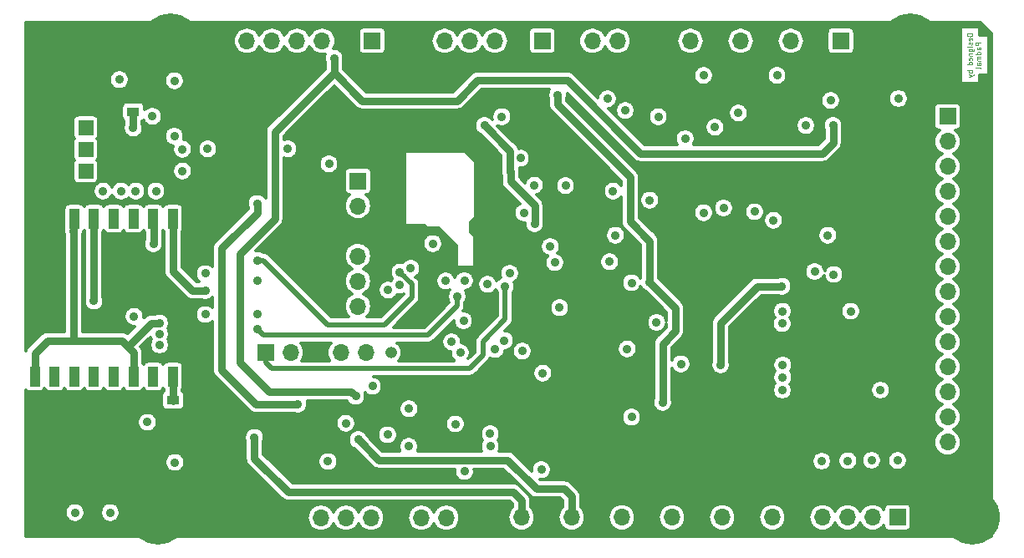
<source format=gbl>
G04 #@! TF.GenerationSoftware,KiCad,Pcbnew,5.0.2-bee76a0~70~ubuntu16.04.1*
G04 #@! TF.CreationDate,2019-03-31T06:36:40+05:30*
G04 #@! TF.ProjectId,PSLab,50534c61-622e-46b6-9963-61645f706362,v6.1*
G04 #@! TF.SameCoordinates,Original*
G04 #@! TF.FileFunction,Copper,L4,Bot*
G04 #@! TF.FilePolarity,Positive*
%FSLAX46Y46*%
G04 Gerber Fmt 4.6, Leading zero omitted, Abs format (unit mm)*
G04 Created by KiCad (PCBNEW 5.0.2-bee76a0~70~ubuntu16.04.1) date Sun 31 Mar 2019 06:36:40 +0530*
%MOMM*%
%LPD*%
G01*
G04 APERTURE LIST*
G04 #@! TA.AperFunction,NonConductor*
%ADD10C,0.125000*%
G04 #@! TD*
G04 #@! TA.AperFunction,NonConductor*
%ADD11C,0.100000*%
G04 #@! TD*
G04 #@! TA.AperFunction,SMDPad,CuDef*
%ADD12R,1.000000X2.000000*%
G04 #@! TD*
G04 #@! TA.AperFunction,ComponentPad*
%ADD13R,1.700000X1.700000*%
G04 #@! TD*
G04 #@! TA.AperFunction,ComponentPad*
%ADD14O,1.700000X1.700000*%
G04 #@! TD*
G04 #@! TA.AperFunction,SMDPad,CuDef*
%ADD15R,1.500000X1.500000*%
G04 #@! TD*
G04 #@! TA.AperFunction,ComponentPad*
%ADD16O,1.200000X1.200000*%
G04 #@! TD*
G04 #@! TA.AperFunction,ComponentPad*
%ADD17C,5.600000*%
G04 #@! TD*
G04 #@! TA.AperFunction,ComponentPad*
%ADD18R,1.900000X2.000000*%
G04 #@! TD*
G04 #@! TA.AperFunction,ComponentPad*
%ADD19R,1.250000X1.050000*%
G04 #@! TD*
G04 #@! TA.AperFunction,SMDPad,CuDef*
%ADD20R,1.270000X0.970000*%
G04 #@! TD*
G04 #@! TA.AperFunction,ViaPad*
%ADD21C,0.914400*%
G04 #@! TD*
G04 #@! TA.AperFunction,Conductor*
%ADD22C,0.508000*%
G04 #@! TD*
G04 #@! TA.AperFunction,Conductor*
%ADD23C,0.762000*%
G04 #@! TD*
G04 #@! TA.AperFunction,Conductor*
%ADD24C,0.304800*%
G04 #@! TD*
G04 #@! TA.AperFunction,Conductor*
%ADD25C,0.406400*%
G04 #@! TD*
G04 #@! TA.AperFunction,Conductor*
%ADD26C,0.300000*%
G04 #@! TD*
G04 APERTURE END LIST*
D10*
X188236190Y-62926190D02*
X187736190Y-62926190D01*
X187736190Y-63116666D01*
X187760000Y-63164285D01*
X187783809Y-63188095D01*
X187831428Y-63211904D01*
X187902857Y-63211904D01*
X187950476Y-63188095D01*
X187974285Y-63164285D01*
X187998095Y-63116666D01*
X187998095Y-62926190D01*
X188236190Y-63640476D02*
X187974285Y-63640476D01*
X187926666Y-63616666D01*
X187902857Y-63569047D01*
X187902857Y-63473809D01*
X187926666Y-63426190D01*
X188212380Y-63640476D02*
X188236190Y-63592857D01*
X188236190Y-63473809D01*
X188212380Y-63426190D01*
X188164761Y-63402380D01*
X188117142Y-63402380D01*
X188069523Y-63426190D01*
X188045714Y-63473809D01*
X188045714Y-63592857D01*
X188021904Y-63640476D01*
X188236190Y-64092857D02*
X187736190Y-64092857D01*
X188212380Y-64092857D02*
X188236190Y-64045238D01*
X188236190Y-63950000D01*
X188212380Y-63902380D01*
X188188571Y-63878571D01*
X188140952Y-63854761D01*
X187998095Y-63854761D01*
X187950476Y-63878571D01*
X187926666Y-63902380D01*
X187902857Y-63950000D01*
X187902857Y-64045238D01*
X187926666Y-64092857D01*
X188236190Y-64330952D02*
X187902857Y-64330952D01*
X187950476Y-64330952D02*
X187926666Y-64354761D01*
X187902857Y-64402380D01*
X187902857Y-64473809D01*
X187926666Y-64521428D01*
X187974285Y-64545238D01*
X188236190Y-64545238D01*
X187974285Y-64545238D02*
X187926666Y-64569047D01*
X187902857Y-64616666D01*
X187902857Y-64688095D01*
X187926666Y-64735714D01*
X187974285Y-64759523D01*
X188236190Y-64759523D01*
X188236190Y-65211904D02*
X187974285Y-65211904D01*
X187926666Y-65188095D01*
X187902857Y-65140476D01*
X187902857Y-65045238D01*
X187926666Y-64997619D01*
X188212380Y-65211904D02*
X188236190Y-65164285D01*
X188236190Y-65045238D01*
X188212380Y-64997619D01*
X188164761Y-64973809D01*
X188117142Y-64973809D01*
X188069523Y-64997619D01*
X188045714Y-65045238D01*
X188045714Y-65164285D01*
X188021904Y-65211904D01*
X188236190Y-65521428D02*
X188212380Y-65473809D01*
X188164761Y-65450000D01*
X187736190Y-65450000D01*
D11*
X187386190Y-62023333D02*
X186886190Y-62023333D01*
X186886190Y-62142380D01*
X186910000Y-62213809D01*
X186957619Y-62261428D01*
X187005238Y-62285238D01*
X187100476Y-62309047D01*
X187171904Y-62309047D01*
X187267142Y-62285238D01*
X187314761Y-62261428D01*
X187362380Y-62213809D01*
X187386190Y-62142380D01*
X187386190Y-62023333D01*
X187362380Y-62713809D02*
X187386190Y-62666190D01*
X187386190Y-62570952D01*
X187362380Y-62523333D01*
X187314761Y-62499523D01*
X187124285Y-62499523D01*
X187076666Y-62523333D01*
X187052857Y-62570952D01*
X187052857Y-62666190D01*
X187076666Y-62713809D01*
X187124285Y-62737619D01*
X187171904Y-62737619D01*
X187219523Y-62499523D01*
X187362380Y-62928095D02*
X187386190Y-62975714D01*
X187386190Y-63070952D01*
X187362380Y-63118571D01*
X187314761Y-63142380D01*
X187290952Y-63142380D01*
X187243333Y-63118571D01*
X187219523Y-63070952D01*
X187219523Y-62999523D01*
X187195714Y-62951904D01*
X187148095Y-62928095D01*
X187124285Y-62928095D01*
X187076666Y-62951904D01*
X187052857Y-62999523D01*
X187052857Y-63070952D01*
X187076666Y-63118571D01*
X187386190Y-63356666D02*
X187052857Y-63356666D01*
X186886190Y-63356666D02*
X186910000Y-63332857D01*
X186933809Y-63356666D01*
X186910000Y-63380476D01*
X186886190Y-63356666D01*
X186933809Y-63356666D01*
X187052857Y-63809047D02*
X187457619Y-63809047D01*
X187505238Y-63785238D01*
X187529047Y-63761428D01*
X187552857Y-63713809D01*
X187552857Y-63642380D01*
X187529047Y-63594761D01*
X187362380Y-63809047D02*
X187386190Y-63761428D01*
X187386190Y-63666190D01*
X187362380Y-63618571D01*
X187338571Y-63594761D01*
X187290952Y-63570952D01*
X187148095Y-63570952D01*
X187100476Y-63594761D01*
X187076666Y-63618571D01*
X187052857Y-63666190D01*
X187052857Y-63761428D01*
X187076666Y-63809047D01*
X187052857Y-64047142D02*
X187386190Y-64047142D01*
X187100476Y-64047142D02*
X187076666Y-64070952D01*
X187052857Y-64118571D01*
X187052857Y-64190000D01*
X187076666Y-64237619D01*
X187124285Y-64261428D01*
X187386190Y-64261428D01*
X187362380Y-64690000D02*
X187386190Y-64642380D01*
X187386190Y-64547142D01*
X187362380Y-64499523D01*
X187314761Y-64475714D01*
X187124285Y-64475714D01*
X187076666Y-64499523D01*
X187052857Y-64547142D01*
X187052857Y-64642380D01*
X187076666Y-64690000D01*
X187124285Y-64713809D01*
X187171904Y-64713809D01*
X187219523Y-64475714D01*
X187386190Y-65142380D02*
X186886190Y-65142380D01*
X187362380Y-65142380D02*
X187386190Y-65094761D01*
X187386190Y-64999523D01*
X187362380Y-64951904D01*
X187338571Y-64928095D01*
X187290952Y-64904285D01*
X187148095Y-64904285D01*
X187100476Y-64928095D01*
X187076666Y-64951904D01*
X187052857Y-64999523D01*
X187052857Y-65094761D01*
X187076666Y-65142380D01*
X187386190Y-65761428D02*
X186886190Y-65761428D01*
X187076666Y-65761428D02*
X187052857Y-65809047D01*
X187052857Y-65904285D01*
X187076666Y-65951904D01*
X187100476Y-65975714D01*
X187148095Y-65999523D01*
X187290952Y-65999523D01*
X187338571Y-65975714D01*
X187362380Y-65951904D01*
X187386190Y-65904285D01*
X187386190Y-65809047D01*
X187362380Y-65761428D01*
X187052857Y-66166190D02*
X187386190Y-66285238D01*
X187052857Y-66404285D02*
X187386190Y-66285238D01*
X187505238Y-66237619D01*
X187529047Y-66213809D01*
X187552857Y-66166190D01*
D12*
G04 #@! TO.P,U15,1*
G04 #@! TO.N,Net-(JP1-Pad2)*
X106440000Y-96770000D03*
G04 #@! TO.P,U15,2*
G04 #@! TO.N,N/C*
X104440000Y-96770000D03*
G04 #@! TO.P,U15,3*
G04 #@! TO.N,3.3V*
X102440000Y-96770000D03*
G04 #@! TO.P,U15,4*
G04 #@! TO.N,N/C*
X100440000Y-96770000D03*
G04 #@! TO.P,U15,5*
X98440000Y-96770000D03*
G04 #@! TO.P,U15,6*
X96440000Y-96770000D03*
G04 #@! TO.P,U15,7*
X94440000Y-96770000D03*
G04 #@! TO.P,U15,8*
G04 #@! TO.N,3.3V*
X92440000Y-96770000D03*
G04 #@! TO.P,U15,9*
G04 #@! TO.N,GND*
X92440000Y-80770000D03*
G04 #@! TO.P,U15,10*
X94440000Y-80770000D03*
G04 #@! TO.P,U15,11*
G04 #@! TO.N,3.3V*
X96440000Y-80770000D03*
G04 #@! TO.P,U15,12*
G04 #@! TO.N,/ESPROG*
X98440000Y-80770000D03*
G04 #@! TO.P,U15,13*
G04 #@! TO.N,N/C*
X100440000Y-80770000D03*
G04 #@! TO.P,U15,14*
X102440000Y-80770000D03*
G04 #@! TO.P,U15,15*
G04 #@! TO.N,/ERxD*
X104440000Y-80770000D03*
G04 #@! TO.P,U15,16*
G04 #@! TO.N,/ETxD*
X106440000Y-80770000D03*
G04 #@! TD*
D13*
G04 #@! TO.P,J6,1*
G04 #@! TO.N,GND*
X131430000Y-62750000D03*
D14*
G04 #@! TO.P,J6,2*
G04 #@! TO.N,3.3V*
X133970000Y-62750000D03*
G04 #@! TO.P,J6,3*
G04 #@! TO.N,SCL*
X136510000Y-62750000D03*
G04 #@! TO.P,J6,4*
G04 #@! TO.N,SDA*
X139050000Y-62750000D03*
G04 #@! TD*
D15*
G04 #@! TO.P,J10,1*
G04 #@! TO.N,GND*
X97620000Y-78200000D03*
G04 #@! TD*
G04 #@! TO.P,J11,1*
G04 #@! TO.N,VBus*
X97610000Y-71550000D03*
G04 #@! TD*
G04 #@! TO.P,J13,1*
G04 #@! TO.N,D+*
X97600000Y-75950000D03*
G04 #@! TD*
G04 #@! TO.P,J14,1*
G04 #@! TO.N,D-*
X97600000Y-73750000D03*
G04 #@! TD*
D13*
G04 #@! TO.P,J16,1*
G04 #@! TO.N,3.3V*
X143850000Y-62750000D03*
D14*
G04 #@! TO.P,J16,2*
G04 #@! TO.N,GND*
X146390000Y-62750000D03*
G04 #@! TO.P,J16,3*
G04 #@! TO.N,SCL*
X148930000Y-62750000D03*
G04 #@! TO.P,J16,4*
G04 #@! TO.N,SDA*
X151470000Y-62750000D03*
G04 #@! TD*
D13*
G04 #@! TO.P,J3,1*
G04 #@! TO.N,IDD*
X179840000Y-111040000D03*
D14*
G04 #@! TO.P,J3,2*
G04 #@! TO.N,IDC*
X177300000Y-111040000D03*
G04 #@! TO.P,J3,3*
G04 #@! TO.N,IDB*
X174760000Y-111040000D03*
G04 #@! TO.P,J3,4*
G04 #@! TO.N,IDA*
X172220000Y-111040000D03*
G04 #@! TD*
D13*
G04 #@! TO.P,J4,1*
G04 #@! TO.N,GND*
X139200000Y-111040000D03*
D14*
G04 #@! TO.P,J4,2*
G04 #@! TO.N,SINE1*
X141740000Y-111040000D03*
G04 #@! TO.P,J4,3*
G04 #@! TO.N,GND*
X144280000Y-111040000D03*
G04 #@! TO.P,J4,4*
G04 #@! TO.N,SINE2*
X146820000Y-111040000D03*
G04 #@! TO.P,J4,5*
G04 #@! TO.N,GND*
X149360000Y-111040000D03*
G04 #@! TO.P,J4,6*
G04 #@! TO.N,SQR1*
X151900000Y-111040000D03*
G04 #@! TO.P,J4,7*
G04 #@! TO.N,GND*
X154440000Y-111040000D03*
G04 #@! TO.P,J4,8*
G04 #@! TO.N,SQR2*
X156980000Y-111040000D03*
G04 #@! TO.P,J4,9*
G04 #@! TO.N,GND*
X159520000Y-111040000D03*
G04 #@! TO.P,J4,10*
G04 #@! TO.N,SQR3*
X162060000Y-111040000D03*
G04 #@! TO.P,J4,11*
G04 #@! TO.N,GND*
X164600000Y-111040000D03*
G04 #@! TO.P,J4,12*
G04 #@! TO.N,SQR4*
X167140000Y-111040000D03*
G04 #@! TD*
D13*
G04 #@! TO.P,J2,1*
G04 #@! TO.N,AN8*
X184890000Y-70410000D03*
D14*
G04 #@! TO.P,J2,2*
G04 #@! TO.N,GND*
X187430000Y-70410000D03*
G04 #@! TO.P,J2,3*
G04 #@! TO.N,SEN*
X184890000Y-72950000D03*
G04 #@! TO.P,J2,4*
G04 #@! TO.N,GND*
X187430000Y-72950000D03*
G04 #@! TO.P,J2,5*
G04 #@! TO.N,CAP*
X184890000Y-75490000D03*
G04 #@! TO.P,J2,6*
G04 #@! TO.N,GND*
X187430000Y-75490000D03*
G04 #@! TO.P,J2,7*
G04 #@! TO.N,FCin*
X184890000Y-78030000D03*
G04 #@! TO.P,J2,8*
G04 #@! TO.N,GND*
X187430000Y-78030000D03*
G04 #@! TO.P,J2,9*
G04 #@! TO.N,MIC*
X184890000Y-80570000D03*
G04 #@! TO.P,J2,10*
G04 #@! TO.N,GND*
X187430000Y-80570000D03*
G04 #@! TO.P,J2,11*
G04 #@! TO.N,CH3.GAIN*
X184890000Y-83110000D03*
G04 #@! TO.P,J2,12*
G04 #@! TO.N,GND*
X187430000Y-83110000D03*
G04 #@! TO.P,J2,13*
G04 #@! TO.N,CH3*
X184890000Y-85650000D03*
G04 #@! TO.P,J2,14*
G04 #@! TO.N,GND*
X187430000Y-85650000D03*
G04 #@! TO.P,J2,15*
G04 #@! TO.N,CH2*
X184890000Y-88190000D03*
G04 #@! TO.P,J2,16*
G04 #@! TO.N,GND*
X187430000Y-88190000D03*
G04 #@! TO.P,J2,17*
G04 #@! TO.N,CH1*
X184890000Y-90730000D03*
G04 #@! TO.P,J2,18*
G04 #@! TO.N,GND*
X187430000Y-90730000D03*
G04 #@! TO.P,J2,19*
G04 #@! TO.N,ACH1*
X184890000Y-93270000D03*
G04 #@! TO.P,J2,20*
G04 #@! TO.N,GND*
X187430000Y-93270000D03*
G04 #@! TO.P,J2,21*
G04 #@! TO.N,IDD*
X184890000Y-95810000D03*
G04 #@! TO.P,J2,22*
G04 #@! TO.N,GND*
X187430000Y-95810000D03*
G04 #@! TO.P,J2,23*
G04 #@! TO.N,IDC*
X184890000Y-98350000D03*
G04 #@! TO.P,J2,24*
G04 #@! TO.N,GND*
X187430000Y-98350000D03*
G04 #@! TO.P,J2,25*
G04 #@! TO.N,IDB*
X184890000Y-100890000D03*
G04 #@! TO.P,J2,26*
G04 #@! TO.N,GND*
X187430000Y-100890000D03*
G04 #@! TO.P,J2,27*
G04 #@! TO.N,IDA*
X184890000Y-103430000D03*
G04 #@! TO.P,J2,28*
G04 #@! TO.N,GND*
X187430000Y-103430000D03*
G04 #@! TD*
D13*
G04 #@! TO.P,J1,1*
G04 #@! TO.N,MCLR*
X115820000Y-94340000D03*
D14*
G04 #@! TO.P,J1,2*
G04 #@! TO.N,3.3V*
X118360000Y-94340000D03*
G04 #@! TO.P,J1,3*
G04 #@! TO.N,GND*
X120900000Y-94340000D03*
G04 #@! TO.P,J1,4*
G04 #@! TO.N,PGD2*
X123440000Y-94340000D03*
G04 #@! TO.P,J1,5*
G04 #@! TO.N,PGC2*
X125980000Y-94340000D03*
D16*
G04 #@! TO.P,J1,6*
G04 #@! TO.N,N/C*
X128520000Y-94340000D03*
G04 #@! TD*
D13*
G04 #@! TO.P,J5,1*
G04 #@! TO.N,N/C*
X125170000Y-76950000D03*
D14*
G04 #@! TO.P,J5,2*
G04 #@! TO.N,+5V*
X125170000Y-79490000D03*
G04 #@! TO.P,J5,3*
G04 #@! TO.N,GND*
X125170000Y-82030000D03*
G04 #@! TO.P,J5,4*
G04 #@! TO.N,TxD*
X125170000Y-84570000D03*
G04 #@! TO.P,J5,5*
G04 #@! TO.N,RxD*
X125170000Y-87110000D03*
G04 #@! TO.P,J5,6*
G04 #@! TO.N,N/C*
X125170000Y-89650000D03*
G04 #@! TD*
D13*
G04 #@! TO.P,J7,1*
G04 #@! TO.N,GND*
X118880000Y-111090000D03*
D14*
G04 #@! TO.P,J7,2*
G04 #@! TO.N,/ESPROG*
X121420000Y-111090000D03*
G04 #@! TO.P,J7,3*
G04 #@! TO.N,RxD*
X123960000Y-111090000D03*
G04 #@! TO.P,J7,4*
G04 #@! TO.N,TxD*
X126500000Y-111090000D03*
G04 #@! TO.P,J7,5*
G04 #@! TO.N,GND*
X129040000Y-111090000D03*
G04 #@! TO.P,J7,6*
G04 #@! TO.N,+5V*
X131580000Y-111090000D03*
G04 #@! TO.P,J7,7*
G04 #@! TO.N,3.3V*
X134120000Y-111090000D03*
G04 #@! TD*
D13*
G04 #@! TO.P,J8,1*
G04 #@! TO.N,PVS1*
X174090000Y-62750000D03*
D14*
G04 #@! TO.P,J8,2*
G04 #@! TO.N,GND*
X171550000Y-62750000D03*
G04 #@! TO.P,J8,3*
G04 #@! TO.N,PVS2*
X169010000Y-62750000D03*
G04 #@! TO.P,J8,4*
G04 #@! TO.N,GND*
X166470000Y-62750000D03*
G04 #@! TO.P,J8,5*
G04 #@! TO.N,PVS3*
X163930000Y-62750000D03*
G04 #@! TO.P,J8,6*
G04 #@! TO.N,GND*
X161390000Y-62750000D03*
G04 #@! TO.P,J8,7*
G04 #@! TO.N,PCS*
X158850000Y-62750000D03*
G04 #@! TO.P,J8,8*
G04 #@! TO.N,GND*
X156310000Y-62750000D03*
G04 #@! TD*
D17*
G04 #@! TO.P,MH1,1*
G04 #@! TO.N,GND*
X104880000Y-111020000D03*
G04 #@! TD*
G04 #@! TO.P,MH2,1*
G04 #@! TO.N,GND*
X181090000Y-62780000D03*
G04 #@! TD*
G04 #@! TO.P,MH3,1*
G04 #@! TO.N,GND*
X106150000Y-62770000D03*
G04 #@! TD*
G04 #@! TO.P,MH4,1*
G04 #@! TO.N,GND*
X187420000Y-111010000D03*
G04 #@! TD*
D18*
G04 #@! TO.P,CON1,6*
G04 #@! TO.N,GND*
X92700000Y-78406250D03*
G04 #@! TO.P,CON1,7*
X92700000Y-71293750D03*
D19*
G04 #@! TO.P,CON1,9*
X95700000Y-77275000D03*
G04 #@! TO.P,CON1,8*
X95700000Y-72425000D03*
G04 #@! TD*
D13*
G04 #@! TO.P,J9,1*
G04 #@! TO.N,3.3V*
X126630000Y-62750000D03*
D14*
G04 #@! TO.P,J9,2*
G04 #@! TO.N,GND*
X124090000Y-62750000D03*
G04 #@! TO.P,J9,3*
G04 #@! TO.N,SCK*
X121550000Y-62750000D03*
G04 #@! TO.P,J9,4*
G04 #@! TO.N,SDO*
X119010000Y-62750000D03*
G04 #@! TO.P,J9,5*
G04 #@! TO.N,SDI*
X116470000Y-62750000D03*
G04 #@! TO.P,J9,6*
G04 #@! TO.N,CS*
X113930000Y-62750000D03*
G04 #@! TD*
D20*
G04 #@! TO.P,JP1,2*
G04 #@! TO.N,Net-(JP1-Pad2)*
X106450000Y-99160000D03*
G04 #@! TO.P,JP1,1*
G04 #@! TO.N,GND*
X106450000Y-100440000D03*
G04 #@! TD*
G04 #@! TO.P,JP2,1*
G04 #@! TO.N,Net-(JP2-Pad1)*
X102420000Y-69950000D03*
G04 #@! TO.P,JP2,2*
G04 #@! TO.N,GND*
X102420000Y-68670000D03*
G04 #@! TD*
D21*
G04 #@! TO.N,GND*
X112465000Y-66480000D03*
X162760000Y-100480000D03*
X136570000Y-93300000D03*
X136850000Y-74110000D03*
X156910000Y-82700000D03*
X150740000Y-89920000D03*
X156230000Y-78410000D03*
X170370000Y-93540000D03*
X147760000Y-77420000D03*
X155310000Y-72590000D03*
X174350000Y-92650000D03*
X104130000Y-74865600D03*
X109950000Y-70675000D03*
X93090000Y-110570000D03*
X102755000Y-85075000D03*
X100030000Y-72400000D03*
X160640000Y-68650000D03*
X97350000Y-62320000D03*
X97350000Y-64190000D03*
X97350000Y-63260000D03*
G04 #@! TO.N,+5V*
X135050000Y-101580000D03*
X101020000Y-66680000D03*
X130330000Y-100040000D03*
X130320000Y-103850000D03*
X99340000Y-77980000D03*
G04 #@! TO.N,AVdd*
X141630000Y-74640000D03*
X168200000Y-95610000D03*
X145600000Y-89800000D03*
X152890000Y-100890000D03*
X144640000Y-83590000D03*
X138300000Y-87420000D03*
G04 #@! TO.N,V+*
X114970000Y-79230000D03*
X160190000Y-66250000D03*
X163700000Y-70050000D03*
X119100000Y-99560000D03*
X96530000Y-110570000D03*
G04 #@! TO.N,V-*
X173290000Y-71320000D03*
X122750000Y-64530000D03*
X100090000Y-110570000D03*
X124950000Y-98775000D03*
G04 #@! TO.N,SCK*
X135230000Y-88650000D03*
X168200000Y-96860000D03*
X114990000Y-91970000D03*
G04 #@! TO.N,SCL*
X152250000Y-69800000D03*
X134060000Y-87080000D03*
G04 #@! TO.N,SDA*
X135960000Y-87060000D03*
X155600000Y-70450000D03*
G04 #@! TO.N,SDO*
X178080000Y-98150000D03*
X130530000Y-85800000D03*
X130530000Y-85800000D03*
X168170000Y-98150000D03*
X105090000Y-92470000D03*
G04 #@! TO.N,/ID1*
X139070000Y-94010000D03*
X172150000Y-105350000D03*
G04 #@! TO.N,/ID2*
X140010000Y-93130000D03*
X174790000Y-105310000D03*
G04 #@! TO.N,/ID3*
X177210000Y-105260000D03*
X141830000Y-94180000D03*
G04 #@! TO.N,/ID4*
X179830000Y-105280000D03*
X143880000Y-96440000D03*
G04 #@! TO.N,PVS3*
X161330000Y-71500000D03*
G04 #@! TO.N,PCS*
X179930000Y-68600000D03*
G04 #@! TO.N,/ETxD*
X109710000Y-88070000D03*
G04 #@! TO.N,/ERxD*
X104460000Y-83320000D03*
G04 #@! TO.N,/MTxD*
X104710000Y-77974400D03*
X109710000Y-90480000D03*
G04 #@! TO.N,/MRxD*
X102670000Y-77974400D03*
X109710000Y-86330000D03*
G04 #@! TO.N,Net-(C11-Pad1)*
X118080000Y-73690000D03*
X109950000Y-73690000D03*
X101190000Y-77990000D03*
G04 #@! TO.N,VR-*
X145390000Y-68240000D03*
X156050000Y-99410000D03*
X154720000Y-87230000D03*
G04 #@! TO.N,VR+*
X122240000Y-75210000D03*
X162210000Y-79690000D03*
X168120000Y-87620000D03*
X161905000Y-95595000D03*
X150450000Y-68620000D03*
G04 #@! TO.N,Net-(R16-Pad1)*
X168150000Y-91410000D03*
X146200000Y-77420000D03*
X157890000Y-95500000D03*
G04 #@! TO.N,Net-(R19-Pad2)*
X167620000Y-66240000D03*
X173060000Y-68780000D03*
G04 #@! TO.N,CH1out*
X145130000Y-85220000D03*
X173370000Y-86430000D03*
G04 #@! TO.N,AN8*
X140550000Y-86300000D03*
G04 #@! TO.N,MIC*
X165360000Y-80070000D03*
G04 #@! TO.N,/I/O Processing/DAC4*
X158330000Y-72660000D03*
X170539998Y-71320000D03*
G04 #@! TO.N,SQ4*
X135980000Y-106400000D03*
X106620000Y-105480000D03*
G04 #@! TO.N,CH1*
X167250000Y-80940000D03*
G04 #@! TO.N,ACH1*
X172760000Y-82460000D03*
G04 #@! TO.N,CH2*
X171440000Y-86130000D03*
X155420000Y-91290000D03*
G04 #@! TO.N,CH3*
X151240000Y-82460000D03*
G04 #@! TO.N,Net-(R33-Pad2)*
X154710000Y-78900000D03*
X152890000Y-87270000D03*
G04 #@! TO.N,Net-(U11-Pad3)*
X175100000Y-90150000D03*
X168170000Y-90160000D03*
G04 #@! TO.N,Net-(R14-Pad2)*
X160190000Y-80170000D03*
X150660000Y-85140000D03*
G04 #@! TO.N,SINE1*
X114680000Y-102950000D03*
G04 #@! TO.N,SQ3*
X138570000Y-102580000D03*
X122130000Y-105380000D03*
G04 #@! TO.N,SINE2*
X125210000Y-103170000D03*
G04 #@! TO.N,CH3.GAIN*
X151020000Y-77990000D03*
G04 #@! TO.N,FCin*
X152430000Y-93990000D03*
G04 #@! TO.N,MCLR*
X139750000Y-70440000D03*
X140070000Y-87630000D03*
G04 #@! TO.N,SQR3*
X138580000Y-103850000D03*
X143750000Y-106220000D03*
G04 #@! TO.N,SQR1*
X128180000Y-102670000D03*
G04 #@! TO.N,SEN*
X143040000Y-77390000D03*
G04 #@! TO.N,CAP*
X141980000Y-80180000D03*
G04 #@! TO.N,RxD*
X134650000Y-93250000D03*
X114980000Y-87040000D03*
X123955000Y-101525000D03*
G04 #@! TO.N,TxD*
X135550000Y-94350000D03*
X114990000Y-90480000D03*
G04 #@! TO.N,/ESPROG*
X98440000Y-89120000D03*
G04 #@! TO.N,SDI*
X129430000Y-86200000D03*
X114970000Y-85000000D03*
G04 #@! TO.N,3.3V*
X143070000Y-81270000D03*
X140610000Y-76020000D03*
X135870000Y-91120000D03*
X137990000Y-71320000D03*
X132770000Y-83310000D03*
X106580000Y-72410000D03*
X106600000Y-66800000D03*
X103840000Y-101400000D03*
X96366239Y-93163761D03*
X105090000Y-91370000D03*
X96366239Y-82090000D03*
G04 #@! TO.N,VBus*
X97600000Y-71600000D03*
X104350000Y-70390000D03*
G04 #@! TO.N,D-*
X97687522Y-73750000D03*
X107390000Y-73750000D03*
G04 #@! TO.N,D+*
X97600000Y-75950000D03*
X107390000Y-75950000D03*
G04 #@! TO.N,CS.CH3*
X126640000Y-97750000D03*
X105090000Y-93580000D03*
G04 #@! TO.N,CS*
X129430000Y-87500000D03*
X129430000Y-87500000D03*
G04 #@! TO.N,SW*
X128230000Y-88000000D03*
X102490000Y-90680000D03*
G04 #@! TO.N,Net-(JP2-Pad1)*
X102410000Y-71570000D03*
G04 #@! TD*
D22*
G04 #@! TO.N,GND*
X112445000Y-66500000D02*
X112430000Y-66500000D01*
X112465000Y-66480000D02*
X112445000Y-66500000D01*
D23*
G04 #@! TO.N,V+*
X114800000Y-99560000D02*
X119100000Y-99560000D01*
X114970000Y-79230000D02*
X114970000Y-80190000D01*
X114970000Y-80190000D02*
X111370000Y-83790000D01*
X111370000Y-83790000D02*
X111370000Y-96130000D01*
X111370000Y-96130000D02*
X114800000Y-99560000D01*
G04 #@! TO.N,V-*
X122750000Y-64530000D02*
X122750000Y-65990000D01*
X122750000Y-65990000D02*
X125580000Y-68820000D01*
X137290000Y-66750000D02*
X146380000Y-66750000D01*
X135220000Y-68820000D02*
X137290000Y-66750000D01*
X125580000Y-68820000D02*
X135220000Y-68820000D01*
X146380000Y-66750000D02*
X153780000Y-74150000D01*
X153780000Y-74150000D02*
X172230000Y-74150000D01*
X172230000Y-74150000D02*
X173290000Y-73090000D01*
X173290000Y-73090000D02*
X173290000Y-71320000D01*
X173290000Y-73090000D02*
X173290000Y-71320000D01*
X172230000Y-74150000D02*
X173290000Y-73090000D01*
X153780000Y-74150000D02*
X172230000Y-74150000D01*
X113210000Y-84320000D02*
X116740000Y-80790000D01*
X124950000Y-98775000D02*
X124492801Y-98317801D01*
X116740000Y-72000000D02*
X122750000Y-65990000D01*
X124492801Y-98317801D02*
X116167801Y-98317801D01*
X116740000Y-80790000D02*
X116740000Y-72000000D01*
X116167801Y-98317801D02*
X113210000Y-95360000D01*
X113210000Y-95360000D02*
X113210000Y-84320000D01*
D22*
G04 #@! TO.N,SCK*
X135230000Y-89580000D02*
X135230000Y-88650000D01*
X132230000Y-92580000D02*
X135230000Y-89580000D01*
X115600000Y-92580000D02*
X132230000Y-92580000D01*
X114990000Y-91970000D02*
X115600000Y-92580000D01*
D23*
G04 #@! TO.N,/ETxD*
X106440000Y-86110000D02*
X108400000Y-88070000D01*
X106440000Y-80770000D02*
X106440000Y-86110000D01*
X109710000Y-88070000D02*
X108400000Y-88070000D01*
D24*
G04 #@! TO.N,/ERxD*
X104440000Y-80270000D02*
X104440000Y-80770000D01*
D23*
X104460000Y-80790000D02*
X104440000Y-80770000D01*
X104460000Y-83320000D02*
X104460000Y-80790000D01*
G04 #@! TO.N,VR-*
X145390000Y-68240000D02*
X145390000Y-69210000D01*
X154720000Y-83040000D02*
X154720000Y-87230000D01*
X152760000Y-81080000D02*
X154720000Y-83040000D01*
X152760000Y-76580000D02*
X152760000Y-81080000D01*
X145390000Y-69210000D02*
X152760000Y-76580000D01*
X156050000Y-99410000D02*
X156050000Y-93450000D01*
X157340000Y-89850000D02*
X154720000Y-87230000D01*
X157340000Y-92160000D02*
X157340000Y-89850000D01*
X156050000Y-93450000D02*
X157340000Y-92160000D01*
G04 #@! TO.N,VR+*
X161905000Y-91345000D02*
X165630000Y-87620000D01*
X161905000Y-95595000D02*
X161905000Y-91345000D01*
X168120000Y-87620000D02*
X165630000Y-87620000D01*
G04 #@! TO.N,SINE1*
X141750000Y-111040000D02*
X141740000Y-111040000D01*
X141740000Y-109310000D02*
X141740000Y-111040000D01*
X114680000Y-102950000D02*
X114680000Y-105050000D01*
X114680000Y-105050000D02*
X118130000Y-108500000D01*
X140930000Y-108500000D02*
X141740000Y-109310000D01*
X118130000Y-108500000D02*
X140930000Y-108500000D01*
G04 #@! TO.N,SINE2*
X143260000Y-108170000D02*
X145140000Y-108170000D01*
X146820000Y-109850000D02*
X146820000Y-111040000D01*
X127260000Y-105220000D02*
X125210000Y-103170000D01*
X140310000Y-105220000D02*
X127260000Y-105220000D01*
X146820000Y-111040000D02*
X146820000Y-108940000D01*
X143260000Y-108170000D02*
X140310000Y-105220000D01*
X146820000Y-108940000D02*
X146050000Y-108170000D01*
X146050000Y-108170000D02*
X143260000Y-108170000D01*
D22*
G04 #@! TO.N,MCLR*
X137820000Y-93230000D02*
X140070000Y-90980000D01*
X140070000Y-90980000D02*
X140070000Y-87630000D01*
X137820000Y-94630000D02*
X137820000Y-93230000D01*
X115820000Y-94340000D02*
X115820000Y-95360000D01*
X115820000Y-95360000D02*
X116410000Y-95950000D01*
X136500000Y-95950000D02*
X137820000Y-94630000D01*
X116410000Y-95950000D02*
X136500000Y-95950000D01*
D25*
G04 #@! TO.N,IDC*
X184840000Y-98400000D02*
X184890000Y-98350000D01*
D23*
G04 #@! TO.N,/ESPROG*
X98440000Y-80770000D02*
X98440000Y-86280000D01*
X98440000Y-80770000D02*
X98440000Y-89120000D01*
D22*
G04 #@! TO.N,SDI*
X129887199Y-86657199D02*
X129887199Y-86673741D01*
X129430000Y-86200000D02*
X129887199Y-86657199D01*
X130640000Y-87426542D02*
X130640000Y-88770000D01*
X129430000Y-86216542D02*
X130640000Y-87426542D01*
X129430000Y-86200000D02*
X129430000Y-86216542D01*
X130640000Y-88770000D02*
X127890000Y-91520000D01*
X127890000Y-91520000D02*
X122136578Y-91520000D01*
X114970000Y-85000000D02*
X115616578Y-85000000D01*
X115616578Y-85000000D02*
X122136578Y-91520000D01*
D24*
G04 #@! TO.N,3.3V*
X102440000Y-96270000D02*
X102440000Y-96770000D01*
X92440000Y-96770000D02*
X92440000Y-96270000D01*
D23*
X102440000Y-94310000D02*
X102440000Y-96770000D01*
X92440000Y-96770000D02*
X92440000Y-94440000D01*
X92440000Y-94440000D02*
X93710000Y-93170000D01*
X96366239Y-93163761D02*
X96360000Y-93170000D01*
X96360000Y-93170000D02*
X101300000Y-93170000D01*
X93710000Y-93170000D02*
X96360000Y-93170000D01*
X101300000Y-93170000D02*
X101860000Y-93730000D01*
X101860000Y-93730000D02*
X102440000Y-94310000D01*
X104220000Y-91370000D02*
X101860000Y-93730000D01*
X105090000Y-91370000D02*
X104220000Y-91370000D01*
X96366239Y-80843761D02*
X96366239Y-82090000D01*
X96366239Y-82090000D02*
X96366239Y-93163761D01*
X143070000Y-81270000D02*
X143070000Y-79440000D01*
X140610000Y-76980000D02*
X140610000Y-76020000D01*
X143070000Y-79440000D02*
X140610000Y-76980000D01*
X140605000Y-76015000D02*
X140610000Y-76020000D01*
X140605000Y-73950000D02*
X140605000Y-76015000D01*
X137990000Y-71335000D02*
X140605000Y-73950000D01*
X137990000Y-71320000D02*
X137990000Y-71335000D01*
G04 #@! TO.N,Net-(JP1-Pad2)*
X106440000Y-96770000D02*
X106440000Y-99250000D01*
G04 #@! TO.N,Net-(JP2-Pad1)*
X102410000Y-69960000D02*
X102420000Y-69950000D01*
X102410000Y-71570000D02*
X102410000Y-69960000D01*
G04 #@! TD*
D26*
G04 #@! TO.N,GND*
G36*
X189370000Y-62038529D02*
X189370001Y-112980000D01*
X91540000Y-112980000D01*
X91540000Y-110470799D01*
X95522800Y-110470799D01*
X95522800Y-110669201D01*
X95561507Y-110863789D01*
X95637431Y-111047088D01*
X95747657Y-111212052D01*
X95887948Y-111352343D01*
X96052912Y-111462569D01*
X96236211Y-111538493D01*
X96430799Y-111577200D01*
X96629201Y-111577200D01*
X96823789Y-111538493D01*
X97007088Y-111462569D01*
X97172052Y-111352343D01*
X97312343Y-111212052D01*
X97422569Y-111047088D01*
X97498493Y-110863789D01*
X97537200Y-110669201D01*
X97537200Y-110470799D01*
X99082800Y-110470799D01*
X99082800Y-110669201D01*
X99121507Y-110863789D01*
X99197431Y-111047088D01*
X99307657Y-111212052D01*
X99447948Y-111352343D01*
X99612912Y-111462569D01*
X99796211Y-111538493D01*
X99990799Y-111577200D01*
X100189201Y-111577200D01*
X100383789Y-111538493D01*
X100567088Y-111462569D01*
X100732052Y-111352343D01*
X100872343Y-111212052D01*
X100953895Y-111090000D01*
X120013226Y-111090000D01*
X120040257Y-111364448D01*
X120120310Y-111628349D01*
X120250310Y-111871562D01*
X120425261Y-112084739D01*
X120638438Y-112259690D01*
X120881651Y-112389690D01*
X121145552Y-112469743D01*
X121351223Y-112490000D01*
X121488777Y-112490000D01*
X121694448Y-112469743D01*
X121958349Y-112389690D01*
X122201562Y-112259690D01*
X122414739Y-112084739D01*
X122589690Y-111871562D01*
X122690000Y-111683895D01*
X122790310Y-111871562D01*
X122965261Y-112084739D01*
X123178438Y-112259690D01*
X123421651Y-112389690D01*
X123685552Y-112469743D01*
X123891223Y-112490000D01*
X124028777Y-112490000D01*
X124234448Y-112469743D01*
X124498349Y-112389690D01*
X124741562Y-112259690D01*
X124954739Y-112084739D01*
X125129690Y-111871562D01*
X125230000Y-111683895D01*
X125330310Y-111871562D01*
X125505261Y-112084739D01*
X125718438Y-112259690D01*
X125961651Y-112389690D01*
X126225552Y-112469743D01*
X126431223Y-112490000D01*
X126568777Y-112490000D01*
X126774448Y-112469743D01*
X127038349Y-112389690D01*
X127281562Y-112259690D01*
X127494739Y-112084739D01*
X127669690Y-111871562D01*
X127799690Y-111628349D01*
X127879743Y-111364448D01*
X127906774Y-111090000D01*
X130173226Y-111090000D01*
X130200257Y-111364448D01*
X130280310Y-111628349D01*
X130410310Y-111871562D01*
X130585261Y-112084739D01*
X130798438Y-112259690D01*
X131041651Y-112389690D01*
X131305552Y-112469743D01*
X131511223Y-112490000D01*
X131648777Y-112490000D01*
X131854448Y-112469743D01*
X132118349Y-112389690D01*
X132361562Y-112259690D01*
X132574739Y-112084739D01*
X132749690Y-111871562D01*
X132850000Y-111683895D01*
X132950310Y-111871562D01*
X133125261Y-112084739D01*
X133338438Y-112259690D01*
X133581651Y-112389690D01*
X133845552Y-112469743D01*
X134051223Y-112490000D01*
X134188777Y-112490000D01*
X134394448Y-112469743D01*
X134658349Y-112389690D01*
X134901562Y-112259690D01*
X135114739Y-112084739D01*
X135289690Y-111871562D01*
X135419690Y-111628349D01*
X135499743Y-111364448D01*
X135526774Y-111090000D01*
X135499743Y-110815552D01*
X135419690Y-110551651D01*
X135289690Y-110308438D01*
X135114739Y-110095261D01*
X134901562Y-109920310D01*
X134658349Y-109790310D01*
X134394448Y-109710257D01*
X134188777Y-109690000D01*
X134051223Y-109690000D01*
X133845552Y-109710257D01*
X133581651Y-109790310D01*
X133338438Y-109920310D01*
X133125261Y-110095261D01*
X132950310Y-110308438D01*
X132850000Y-110496105D01*
X132749690Y-110308438D01*
X132574739Y-110095261D01*
X132361562Y-109920310D01*
X132118349Y-109790310D01*
X131854448Y-109710257D01*
X131648777Y-109690000D01*
X131511223Y-109690000D01*
X131305552Y-109710257D01*
X131041651Y-109790310D01*
X130798438Y-109920310D01*
X130585261Y-110095261D01*
X130410310Y-110308438D01*
X130280310Y-110551651D01*
X130200257Y-110815552D01*
X130173226Y-111090000D01*
X127906774Y-111090000D01*
X127879743Y-110815552D01*
X127799690Y-110551651D01*
X127669690Y-110308438D01*
X127494739Y-110095261D01*
X127281562Y-109920310D01*
X127038349Y-109790310D01*
X126774448Y-109710257D01*
X126568777Y-109690000D01*
X126431223Y-109690000D01*
X126225552Y-109710257D01*
X125961651Y-109790310D01*
X125718438Y-109920310D01*
X125505261Y-110095261D01*
X125330310Y-110308438D01*
X125230000Y-110496105D01*
X125129690Y-110308438D01*
X124954739Y-110095261D01*
X124741562Y-109920310D01*
X124498349Y-109790310D01*
X124234448Y-109710257D01*
X124028777Y-109690000D01*
X123891223Y-109690000D01*
X123685552Y-109710257D01*
X123421651Y-109790310D01*
X123178438Y-109920310D01*
X122965261Y-110095261D01*
X122790310Y-110308438D01*
X122690000Y-110496105D01*
X122589690Y-110308438D01*
X122414739Y-110095261D01*
X122201562Y-109920310D01*
X121958349Y-109790310D01*
X121694448Y-109710257D01*
X121488777Y-109690000D01*
X121351223Y-109690000D01*
X121145552Y-109710257D01*
X120881651Y-109790310D01*
X120638438Y-109920310D01*
X120425261Y-110095261D01*
X120250310Y-110308438D01*
X120120310Y-110551651D01*
X120040257Y-110815552D01*
X120013226Y-111090000D01*
X100953895Y-111090000D01*
X100982569Y-111047088D01*
X101058493Y-110863789D01*
X101097200Y-110669201D01*
X101097200Y-110470799D01*
X101058493Y-110276211D01*
X100982569Y-110092912D01*
X100872343Y-109927948D01*
X100732052Y-109787657D01*
X100567088Y-109677431D01*
X100383789Y-109601507D01*
X100189201Y-109562800D01*
X99990799Y-109562800D01*
X99796211Y-109601507D01*
X99612912Y-109677431D01*
X99447948Y-109787657D01*
X99307657Y-109927948D01*
X99197431Y-110092912D01*
X99121507Y-110276211D01*
X99082800Y-110470799D01*
X97537200Y-110470799D01*
X97498493Y-110276211D01*
X97422569Y-110092912D01*
X97312343Y-109927948D01*
X97172052Y-109787657D01*
X97007088Y-109677431D01*
X96823789Y-109601507D01*
X96629201Y-109562800D01*
X96430799Y-109562800D01*
X96236211Y-109601507D01*
X96052912Y-109677431D01*
X95887948Y-109787657D01*
X95747657Y-109927948D01*
X95637431Y-110092912D01*
X95561507Y-110276211D01*
X95522800Y-110470799D01*
X91540000Y-110470799D01*
X91540000Y-105380799D01*
X105612800Y-105380799D01*
X105612800Y-105579201D01*
X105651507Y-105773789D01*
X105727431Y-105957088D01*
X105837657Y-106122052D01*
X105977948Y-106262343D01*
X106142912Y-106372569D01*
X106326211Y-106448493D01*
X106520799Y-106487200D01*
X106719201Y-106487200D01*
X106913789Y-106448493D01*
X107097088Y-106372569D01*
X107262052Y-106262343D01*
X107402343Y-106122052D01*
X107512569Y-105957088D01*
X107588493Y-105773789D01*
X107627200Y-105579201D01*
X107627200Y-105380799D01*
X107588493Y-105186211D01*
X107512569Y-105002912D01*
X107402343Y-104837948D01*
X107262052Y-104697657D01*
X107097088Y-104587431D01*
X106913789Y-104511507D01*
X106719201Y-104472800D01*
X106520799Y-104472800D01*
X106326211Y-104511507D01*
X106142912Y-104587431D01*
X105977948Y-104697657D01*
X105837657Y-104837948D01*
X105727431Y-105002912D01*
X105651507Y-105186211D01*
X105612800Y-105380799D01*
X91540000Y-105380799D01*
X91540000Y-102850799D01*
X113672800Y-102850799D01*
X113672800Y-103049201D01*
X113711507Y-103243789D01*
X113749000Y-103334307D01*
X113749001Y-105004270D01*
X113744497Y-105050000D01*
X113749001Y-105095731D01*
X113762472Y-105232508D01*
X113777121Y-105280799D01*
X113815707Y-105408001D01*
X113902157Y-105569738D01*
X113989347Y-105675979D01*
X113989352Y-105675984D01*
X114018500Y-105711501D01*
X114054017Y-105740649D01*
X117439350Y-109125983D01*
X117468499Y-109161501D01*
X117504016Y-109190649D01*
X117504020Y-109190653D01*
X117610261Y-109277843D01*
X117771998Y-109364293D01*
X117947492Y-109417529D01*
X118084269Y-109431000D01*
X118084279Y-109431000D01*
X118130000Y-109435503D01*
X118175721Y-109431000D01*
X140544368Y-109431000D01*
X140809000Y-109695633D01*
X140809000Y-109992951D01*
X140745261Y-110045261D01*
X140570310Y-110258438D01*
X140440310Y-110501651D01*
X140360257Y-110765552D01*
X140333226Y-111040000D01*
X140360257Y-111314448D01*
X140440310Y-111578349D01*
X140570310Y-111821562D01*
X140745261Y-112034739D01*
X140958438Y-112209690D01*
X141201651Y-112339690D01*
X141465552Y-112419743D01*
X141671223Y-112440000D01*
X141808777Y-112440000D01*
X142014448Y-112419743D01*
X142278349Y-112339690D01*
X142521562Y-112209690D01*
X142734739Y-112034739D01*
X142909690Y-111821562D01*
X143039690Y-111578349D01*
X143119743Y-111314448D01*
X143146774Y-111040000D01*
X143119743Y-110765552D01*
X143039690Y-110501651D01*
X142909690Y-110258438D01*
X142734739Y-110045261D01*
X142671000Y-109992951D01*
X142671000Y-109355721D01*
X142675503Y-109310000D01*
X142671000Y-109264279D01*
X142671000Y-109264269D01*
X142657529Y-109127492D01*
X142604293Y-108951998D01*
X142554051Y-108858002D01*
X142517843Y-108790261D01*
X142430653Y-108684020D01*
X142430649Y-108684016D01*
X142401501Y-108648499D01*
X142365984Y-108619351D01*
X141620652Y-107874020D01*
X141591501Y-107838499D01*
X141449738Y-107722157D01*
X141288002Y-107635707D01*
X141112508Y-107582471D01*
X140975731Y-107569000D01*
X140975721Y-107569000D01*
X140930000Y-107564497D01*
X140884279Y-107569000D01*
X118515633Y-107569000D01*
X116227432Y-105280799D01*
X121122800Y-105280799D01*
X121122800Y-105479201D01*
X121161507Y-105673789D01*
X121237431Y-105857088D01*
X121347657Y-106022052D01*
X121487948Y-106162343D01*
X121652912Y-106272569D01*
X121836211Y-106348493D01*
X122030799Y-106387200D01*
X122229201Y-106387200D01*
X122423789Y-106348493D01*
X122607088Y-106272569D01*
X122772052Y-106162343D01*
X122912343Y-106022052D01*
X123022569Y-105857088D01*
X123098493Y-105673789D01*
X123137200Y-105479201D01*
X123137200Y-105280799D01*
X123098493Y-105086211D01*
X123022569Y-104902912D01*
X122912343Y-104737948D01*
X122772052Y-104597657D01*
X122607088Y-104487431D01*
X122423789Y-104411507D01*
X122229201Y-104372800D01*
X122030799Y-104372800D01*
X121836211Y-104411507D01*
X121652912Y-104487431D01*
X121487948Y-104597657D01*
X121347657Y-104737948D01*
X121237431Y-104902912D01*
X121161507Y-105086211D01*
X121122800Y-105280799D01*
X116227432Y-105280799D01*
X115611000Y-104664368D01*
X115611000Y-103334306D01*
X115648493Y-103243789D01*
X115682903Y-103070799D01*
X124202800Y-103070799D01*
X124202800Y-103269201D01*
X124241507Y-103463789D01*
X124317431Y-103647088D01*
X124427657Y-103812052D01*
X124567948Y-103952343D01*
X124732912Y-104062569D01*
X124823430Y-104100062D01*
X126569350Y-105845983D01*
X126598499Y-105881501D01*
X126634016Y-105910649D01*
X126634020Y-105910653D01*
X126740261Y-105997843D01*
X126901998Y-106084293D01*
X127077492Y-106137529D01*
X127214269Y-106151000D01*
X127214279Y-106151000D01*
X127260000Y-106155503D01*
X127305721Y-106151000D01*
X135002598Y-106151000D01*
X134972800Y-106300799D01*
X134972800Y-106499201D01*
X135011507Y-106693789D01*
X135087431Y-106877088D01*
X135197657Y-107042052D01*
X135337948Y-107182343D01*
X135502912Y-107292569D01*
X135686211Y-107368493D01*
X135880799Y-107407200D01*
X136079201Y-107407200D01*
X136273789Y-107368493D01*
X136457088Y-107292569D01*
X136622052Y-107182343D01*
X136762343Y-107042052D01*
X136872569Y-106877088D01*
X136948493Y-106693789D01*
X136987200Y-106499201D01*
X136987200Y-106300799D01*
X136957402Y-106151000D01*
X139924368Y-106151000D01*
X142569350Y-108795983D01*
X142598499Y-108831501D01*
X142634016Y-108860649D01*
X142634020Y-108860653D01*
X142740261Y-108947843D01*
X142901998Y-109034293D01*
X143077492Y-109087529D01*
X143214269Y-109101000D01*
X143214278Y-109101000D01*
X143259999Y-109105503D01*
X143305720Y-109101000D01*
X145664368Y-109101000D01*
X145889001Y-109325633D01*
X145889001Y-109804264D01*
X145889000Y-109804270D01*
X145889000Y-109992951D01*
X145825261Y-110045261D01*
X145650310Y-110258438D01*
X145520310Y-110501651D01*
X145440257Y-110765552D01*
X145413226Y-111040000D01*
X145440257Y-111314448D01*
X145520310Y-111578349D01*
X145650310Y-111821562D01*
X145825261Y-112034739D01*
X146038438Y-112209690D01*
X146281651Y-112339690D01*
X146545552Y-112419743D01*
X146751223Y-112440000D01*
X146888777Y-112440000D01*
X147094448Y-112419743D01*
X147358349Y-112339690D01*
X147601562Y-112209690D01*
X147814739Y-112034739D01*
X147989690Y-111821562D01*
X148119690Y-111578349D01*
X148199743Y-111314448D01*
X148226774Y-111040000D01*
X150493226Y-111040000D01*
X150520257Y-111314448D01*
X150600310Y-111578349D01*
X150730310Y-111821562D01*
X150905261Y-112034739D01*
X151118438Y-112209690D01*
X151361651Y-112339690D01*
X151625552Y-112419743D01*
X151831223Y-112440000D01*
X151968777Y-112440000D01*
X152174448Y-112419743D01*
X152438349Y-112339690D01*
X152681562Y-112209690D01*
X152894739Y-112034739D01*
X153069690Y-111821562D01*
X153199690Y-111578349D01*
X153279743Y-111314448D01*
X153306774Y-111040000D01*
X155573226Y-111040000D01*
X155600257Y-111314448D01*
X155680310Y-111578349D01*
X155810310Y-111821562D01*
X155985261Y-112034739D01*
X156198438Y-112209690D01*
X156441651Y-112339690D01*
X156705552Y-112419743D01*
X156911223Y-112440000D01*
X157048777Y-112440000D01*
X157254448Y-112419743D01*
X157518349Y-112339690D01*
X157761562Y-112209690D01*
X157974739Y-112034739D01*
X158149690Y-111821562D01*
X158279690Y-111578349D01*
X158359743Y-111314448D01*
X158386774Y-111040000D01*
X160653226Y-111040000D01*
X160680257Y-111314448D01*
X160760310Y-111578349D01*
X160890310Y-111821562D01*
X161065261Y-112034739D01*
X161278438Y-112209690D01*
X161521651Y-112339690D01*
X161785552Y-112419743D01*
X161991223Y-112440000D01*
X162128777Y-112440000D01*
X162334448Y-112419743D01*
X162598349Y-112339690D01*
X162841562Y-112209690D01*
X163054739Y-112034739D01*
X163229690Y-111821562D01*
X163359690Y-111578349D01*
X163439743Y-111314448D01*
X163466774Y-111040000D01*
X165733226Y-111040000D01*
X165760257Y-111314448D01*
X165840310Y-111578349D01*
X165970310Y-111821562D01*
X166145261Y-112034739D01*
X166358438Y-112209690D01*
X166601651Y-112339690D01*
X166865552Y-112419743D01*
X167071223Y-112440000D01*
X167208777Y-112440000D01*
X167414448Y-112419743D01*
X167678349Y-112339690D01*
X167921562Y-112209690D01*
X168134739Y-112034739D01*
X168309690Y-111821562D01*
X168439690Y-111578349D01*
X168519743Y-111314448D01*
X168546774Y-111040000D01*
X170813226Y-111040000D01*
X170840257Y-111314448D01*
X170920310Y-111578349D01*
X171050310Y-111821562D01*
X171225261Y-112034739D01*
X171438438Y-112209690D01*
X171681651Y-112339690D01*
X171945552Y-112419743D01*
X172151223Y-112440000D01*
X172288777Y-112440000D01*
X172494448Y-112419743D01*
X172758349Y-112339690D01*
X173001562Y-112209690D01*
X173214739Y-112034739D01*
X173389690Y-111821562D01*
X173490000Y-111633895D01*
X173590310Y-111821562D01*
X173765261Y-112034739D01*
X173978438Y-112209690D01*
X174221651Y-112339690D01*
X174485552Y-112419743D01*
X174691223Y-112440000D01*
X174828777Y-112440000D01*
X175034448Y-112419743D01*
X175298349Y-112339690D01*
X175541562Y-112209690D01*
X175754739Y-112034739D01*
X175929690Y-111821562D01*
X176030000Y-111633895D01*
X176130310Y-111821562D01*
X176305261Y-112034739D01*
X176518438Y-112209690D01*
X176761651Y-112339690D01*
X177025552Y-112419743D01*
X177231223Y-112440000D01*
X177368777Y-112440000D01*
X177574448Y-112419743D01*
X177838349Y-112339690D01*
X178081562Y-112209690D01*
X178294739Y-112034739D01*
X178437339Y-111860982D01*
X178437339Y-111890000D01*
X178447958Y-111997819D01*
X178479408Y-112101494D01*
X178530479Y-112197042D01*
X178599210Y-112280790D01*
X178682958Y-112349521D01*
X178778506Y-112400592D01*
X178882181Y-112432042D01*
X178990000Y-112442661D01*
X180690000Y-112442661D01*
X180797819Y-112432042D01*
X180901494Y-112400592D01*
X180997042Y-112349521D01*
X181080790Y-112280790D01*
X181149521Y-112197042D01*
X181200592Y-112101494D01*
X181232042Y-111997819D01*
X181242661Y-111890000D01*
X181242661Y-110190000D01*
X181232042Y-110082181D01*
X181200592Y-109978506D01*
X181149521Y-109882958D01*
X181080790Y-109799210D01*
X180997042Y-109730479D01*
X180901494Y-109679408D01*
X180797819Y-109647958D01*
X180690000Y-109637339D01*
X178990000Y-109637339D01*
X178882181Y-109647958D01*
X178778506Y-109679408D01*
X178682958Y-109730479D01*
X178599210Y-109799210D01*
X178530479Y-109882958D01*
X178479408Y-109978506D01*
X178447958Y-110082181D01*
X178437339Y-110190000D01*
X178437339Y-110219018D01*
X178294739Y-110045261D01*
X178081562Y-109870310D01*
X177838349Y-109740310D01*
X177574448Y-109660257D01*
X177368777Y-109640000D01*
X177231223Y-109640000D01*
X177025552Y-109660257D01*
X176761651Y-109740310D01*
X176518438Y-109870310D01*
X176305261Y-110045261D01*
X176130310Y-110258438D01*
X176030000Y-110446105D01*
X175929690Y-110258438D01*
X175754739Y-110045261D01*
X175541562Y-109870310D01*
X175298349Y-109740310D01*
X175034448Y-109660257D01*
X174828777Y-109640000D01*
X174691223Y-109640000D01*
X174485552Y-109660257D01*
X174221651Y-109740310D01*
X173978438Y-109870310D01*
X173765261Y-110045261D01*
X173590310Y-110258438D01*
X173490000Y-110446105D01*
X173389690Y-110258438D01*
X173214739Y-110045261D01*
X173001562Y-109870310D01*
X172758349Y-109740310D01*
X172494448Y-109660257D01*
X172288777Y-109640000D01*
X172151223Y-109640000D01*
X171945552Y-109660257D01*
X171681651Y-109740310D01*
X171438438Y-109870310D01*
X171225261Y-110045261D01*
X171050310Y-110258438D01*
X170920310Y-110501651D01*
X170840257Y-110765552D01*
X170813226Y-111040000D01*
X168546774Y-111040000D01*
X168519743Y-110765552D01*
X168439690Y-110501651D01*
X168309690Y-110258438D01*
X168134739Y-110045261D01*
X167921562Y-109870310D01*
X167678349Y-109740310D01*
X167414448Y-109660257D01*
X167208777Y-109640000D01*
X167071223Y-109640000D01*
X166865552Y-109660257D01*
X166601651Y-109740310D01*
X166358438Y-109870310D01*
X166145261Y-110045261D01*
X165970310Y-110258438D01*
X165840310Y-110501651D01*
X165760257Y-110765552D01*
X165733226Y-111040000D01*
X163466774Y-111040000D01*
X163439743Y-110765552D01*
X163359690Y-110501651D01*
X163229690Y-110258438D01*
X163054739Y-110045261D01*
X162841562Y-109870310D01*
X162598349Y-109740310D01*
X162334448Y-109660257D01*
X162128777Y-109640000D01*
X161991223Y-109640000D01*
X161785552Y-109660257D01*
X161521651Y-109740310D01*
X161278438Y-109870310D01*
X161065261Y-110045261D01*
X160890310Y-110258438D01*
X160760310Y-110501651D01*
X160680257Y-110765552D01*
X160653226Y-111040000D01*
X158386774Y-111040000D01*
X158359743Y-110765552D01*
X158279690Y-110501651D01*
X158149690Y-110258438D01*
X157974739Y-110045261D01*
X157761562Y-109870310D01*
X157518349Y-109740310D01*
X157254448Y-109660257D01*
X157048777Y-109640000D01*
X156911223Y-109640000D01*
X156705552Y-109660257D01*
X156441651Y-109740310D01*
X156198438Y-109870310D01*
X155985261Y-110045261D01*
X155810310Y-110258438D01*
X155680310Y-110501651D01*
X155600257Y-110765552D01*
X155573226Y-111040000D01*
X153306774Y-111040000D01*
X153279743Y-110765552D01*
X153199690Y-110501651D01*
X153069690Y-110258438D01*
X152894739Y-110045261D01*
X152681562Y-109870310D01*
X152438349Y-109740310D01*
X152174448Y-109660257D01*
X151968777Y-109640000D01*
X151831223Y-109640000D01*
X151625552Y-109660257D01*
X151361651Y-109740310D01*
X151118438Y-109870310D01*
X150905261Y-110045261D01*
X150730310Y-110258438D01*
X150600310Y-110501651D01*
X150520257Y-110765552D01*
X150493226Y-111040000D01*
X148226774Y-111040000D01*
X148199743Y-110765552D01*
X148119690Y-110501651D01*
X147989690Y-110258438D01*
X147814739Y-110045261D01*
X147751000Y-109992951D01*
X147751000Y-108985720D01*
X147755503Y-108939999D01*
X147751000Y-108894278D01*
X147751000Y-108894269D01*
X147737529Y-108757492D01*
X147684293Y-108581998D01*
X147611444Y-108445707D01*
X147597843Y-108420261D01*
X147510652Y-108314019D01*
X147510649Y-108314016D01*
X147481501Y-108278499D01*
X147445983Y-108249350D01*
X146740652Y-107544020D01*
X146711501Y-107508499D01*
X146569738Y-107392157D01*
X146408002Y-107305707D01*
X146232508Y-107252471D01*
X146095731Y-107239000D01*
X146095721Y-107239000D01*
X146050000Y-107234497D01*
X146004279Y-107239000D01*
X143645633Y-107239000D01*
X143629620Y-107222987D01*
X143650799Y-107227200D01*
X143849201Y-107227200D01*
X144043789Y-107188493D01*
X144227088Y-107112569D01*
X144392052Y-107002343D01*
X144532343Y-106862052D01*
X144642569Y-106697088D01*
X144718493Y-106513789D01*
X144757200Y-106319201D01*
X144757200Y-106120799D01*
X144718493Y-105926211D01*
X144642569Y-105742912D01*
X144532343Y-105577948D01*
X144392052Y-105437657D01*
X144227088Y-105327431D01*
X144043789Y-105251507D01*
X144040230Y-105250799D01*
X171142800Y-105250799D01*
X171142800Y-105449201D01*
X171181507Y-105643789D01*
X171257431Y-105827088D01*
X171367657Y-105992052D01*
X171507948Y-106132343D01*
X171672912Y-106242569D01*
X171856211Y-106318493D01*
X172050799Y-106357200D01*
X172249201Y-106357200D01*
X172443789Y-106318493D01*
X172627088Y-106242569D01*
X172792052Y-106132343D01*
X172932343Y-105992052D01*
X173042569Y-105827088D01*
X173118493Y-105643789D01*
X173157200Y-105449201D01*
X173157200Y-105250799D01*
X173149244Y-105210799D01*
X173782800Y-105210799D01*
X173782800Y-105409201D01*
X173821507Y-105603789D01*
X173897431Y-105787088D01*
X174007657Y-105952052D01*
X174147948Y-106092343D01*
X174312912Y-106202569D01*
X174496211Y-106278493D01*
X174690799Y-106317200D01*
X174889201Y-106317200D01*
X175083789Y-106278493D01*
X175267088Y-106202569D01*
X175432052Y-106092343D01*
X175572343Y-105952052D01*
X175682569Y-105787088D01*
X175758493Y-105603789D01*
X175797200Y-105409201D01*
X175797200Y-105210799D01*
X175787255Y-105160799D01*
X176202800Y-105160799D01*
X176202800Y-105359201D01*
X176241507Y-105553789D01*
X176317431Y-105737088D01*
X176427657Y-105902052D01*
X176567948Y-106042343D01*
X176732912Y-106152569D01*
X176916211Y-106228493D01*
X177110799Y-106267200D01*
X177309201Y-106267200D01*
X177503789Y-106228493D01*
X177687088Y-106152569D01*
X177852052Y-106042343D01*
X177992343Y-105902052D01*
X178102569Y-105737088D01*
X178178493Y-105553789D01*
X178217200Y-105359201D01*
X178217200Y-105180799D01*
X178822800Y-105180799D01*
X178822800Y-105379201D01*
X178861507Y-105573789D01*
X178937431Y-105757088D01*
X179047657Y-105922052D01*
X179187948Y-106062343D01*
X179352912Y-106172569D01*
X179536211Y-106248493D01*
X179730799Y-106287200D01*
X179929201Y-106287200D01*
X180123789Y-106248493D01*
X180307088Y-106172569D01*
X180472052Y-106062343D01*
X180612343Y-105922052D01*
X180722569Y-105757088D01*
X180798493Y-105573789D01*
X180837200Y-105379201D01*
X180837200Y-105180799D01*
X180798493Y-104986211D01*
X180722569Y-104802912D01*
X180612343Y-104637948D01*
X180472052Y-104497657D01*
X180307088Y-104387431D01*
X180123789Y-104311507D01*
X179929201Y-104272800D01*
X179730799Y-104272800D01*
X179536211Y-104311507D01*
X179352912Y-104387431D01*
X179187948Y-104497657D01*
X179047657Y-104637948D01*
X178937431Y-104802912D01*
X178861507Y-104986211D01*
X178822800Y-105180799D01*
X178217200Y-105180799D01*
X178217200Y-105160799D01*
X178178493Y-104966211D01*
X178102569Y-104782912D01*
X177992343Y-104617948D01*
X177852052Y-104477657D01*
X177687088Y-104367431D01*
X177503789Y-104291507D01*
X177309201Y-104252800D01*
X177110799Y-104252800D01*
X176916211Y-104291507D01*
X176732912Y-104367431D01*
X176567948Y-104477657D01*
X176427657Y-104617948D01*
X176317431Y-104782912D01*
X176241507Y-104966211D01*
X176202800Y-105160799D01*
X175787255Y-105160799D01*
X175758493Y-105016211D01*
X175682569Y-104832912D01*
X175572343Y-104667948D01*
X175432052Y-104527657D01*
X175267088Y-104417431D01*
X175083789Y-104341507D01*
X174889201Y-104302800D01*
X174690799Y-104302800D01*
X174496211Y-104341507D01*
X174312912Y-104417431D01*
X174147948Y-104527657D01*
X174007657Y-104667948D01*
X173897431Y-104832912D01*
X173821507Y-105016211D01*
X173782800Y-105210799D01*
X173149244Y-105210799D01*
X173118493Y-105056211D01*
X173042569Y-104872912D01*
X172932343Y-104707948D01*
X172792052Y-104567657D01*
X172627088Y-104457431D01*
X172443789Y-104381507D01*
X172249201Y-104342800D01*
X172050799Y-104342800D01*
X171856211Y-104381507D01*
X171672912Y-104457431D01*
X171507948Y-104567657D01*
X171367657Y-104707948D01*
X171257431Y-104872912D01*
X171181507Y-105056211D01*
X171142800Y-105250799D01*
X144040230Y-105250799D01*
X143849201Y-105212800D01*
X143650799Y-105212800D01*
X143456211Y-105251507D01*
X143272912Y-105327431D01*
X143107948Y-105437657D01*
X142967657Y-105577948D01*
X142857431Y-105742912D01*
X142781507Y-105926211D01*
X142742800Y-106120799D01*
X142742800Y-106319201D01*
X142747013Y-106340380D01*
X141000652Y-104594020D01*
X140971501Y-104558499D01*
X140829738Y-104442157D01*
X140668002Y-104355707D01*
X140492508Y-104302471D01*
X140355731Y-104289000D01*
X140355721Y-104289000D01*
X140310000Y-104284497D01*
X140264279Y-104289000D01*
X139488345Y-104289000D01*
X139548493Y-104143789D01*
X139587200Y-103949201D01*
X139587200Y-103750799D01*
X139548493Y-103556211D01*
X139472569Y-103372912D01*
X139362343Y-103207948D01*
X139361998Y-103207603D01*
X139462569Y-103057088D01*
X139538493Y-102873789D01*
X139577200Y-102679201D01*
X139577200Y-102480799D01*
X139538493Y-102286211D01*
X139462569Y-102102912D01*
X139352343Y-101937948D01*
X139212052Y-101797657D01*
X139047088Y-101687431D01*
X138863789Y-101611507D01*
X138669201Y-101572800D01*
X138470799Y-101572800D01*
X138276211Y-101611507D01*
X138092912Y-101687431D01*
X137927948Y-101797657D01*
X137787657Y-101937948D01*
X137677431Y-102102912D01*
X137601507Y-102286211D01*
X137562800Y-102480799D01*
X137562800Y-102679201D01*
X137601507Y-102873789D01*
X137677431Y-103057088D01*
X137787657Y-103222052D01*
X137788002Y-103222397D01*
X137687431Y-103372912D01*
X137611507Y-103556211D01*
X137572800Y-103750799D01*
X137572800Y-103949201D01*
X137611507Y-104143789D01*
X137671655Y-104289000D01*
X131228345Y-104289000D01*
X131288493Y-104143789D01*
X131327200Y-103949201D01*
X131327200Y-103750799D01*
X131288493Y-103556211D01*
X131212569Y-103372912D01*
X131102343Y-103207948D01*
X130962052Y-103067657D01*
X130797088Y-102957431D01*
X130613789Y-102881507D01*
X130419201Y-102842800D01*
X130220799Y-102842800D01*
X130026211Y-102881507D01*
X129842912Y-102957431D01*
X129677948Y-103067657D01*
X129537657Y-103207948D01*
X129427431Y-103372912D01*
X129351507Y-103556211D01*
X129312800Y-103750799D01*
X129312800Y-103949201D01*
X129351507Y-104143789D01*
X129411655Y-104289000D01*
X127645633Y-104289000D01*
X126140062Y-102783430D01*
X126102569Y-102692912D01*
X126020976Y-102570799D01*
X127172800Y-102570799D01*
X127172800Y-102769201D01*
X127211507Y-102963789D01*
X127287431Y-103147088D01*
X127397657Y-103312052D01*
X127537948Y-103452343D01*
X127702912Y-103562569D01*
X127886211Y-103638493D01*
X128080799Y-103677200D01*
X128279201Y-103677200D01*
X128473789Y-103638493D01*
X128657088Y-103562569D01*
X128822052Y-103452343D01*
X128962343Y-103312052D01*
X129072569Y-103147088D01*
X129148493Y-102963789D01*
X129187200Y-102769201D01*
X129187200Y-102570799D01*
X129148493Y-102376211D01*
X129072569Y-102192912D01*
X128962343Y-102027948D01*
X128822052Y-101887657D01*
X128657088Y-101777431D01*
X128473789Y-101701507D01*
X128279201Y-101662800D01*
X128080799Y-101662800D01*
X127886211Y-101701507D01*
X127702912Y-101777431D01*
X127537948Y-101887657D01*
X127397657Y-102027948D01*
X127287431Y-102192912D01*
X127211507Y-102376211D01*
X127172800Y-102570799D01*
X126020976Y-102570799D01*
X125992343Y-102527948D01*
X125852052Y-102387657D01*
X125687088Y-102277431D01*
X125503789Y-102201507D01*
X125309201Y-102162800D01*
X125110799Y-102162800D01*
X124916211Y-102201507D01*
X124732912Y-102277431D01*
X124567948Y-102387657D01*
X124427657Y-102527948D01*
X124317431Y-102692912D01*
X124241507Y-102876211D01*
X124202800Y-103070799D01*
X115682903Y-103070799D01*
X115687200Y-103049201D01*
X115687200Y-102850799D01*
X115648493Y-102656211D01*
X115572569Y-102472912D01*
X115462343Y-102307948D01*
X115322052Y-102167657D01*
X115157088Y-102057431D01*
X114973789Y-101981507D01*
X114779201Y-101942800D01*
X114580799Y-101942800D01*
X114386211Y-101981507D01*
X114202912Y-102057431D01*
X114037948Y-102167657D01*
X113897657Y-102307948D01*
X113787431Y-102472912D01*
X113711507Y-102656211D01*
X113672800Y-102850799D01*
X91540000Y-102850799D01*
X91540000Y-101300799D01*
X102832800Y-101300799D01*
X102832800Y-101499201D01*
X102871507Y-101693789D01*
X102947431Y-101877088D01*
X103057657Y-102042052D01*
X103197948Y-102182343D01*
X103362912Y-102292569D01*
X103546211Y-102368493D01*
X103740799Y-102407200D01*
X103939201Y-102407200D01*
X104133789Y-102368493D01*
X104317088Y-102292569D01*
X104482052Y-102182343D01*
X104622343Y-102042052D01*
X104732569Y-101877088D01*
X104808493Y-101693789D01*
X104847200Y-101499201D01*
X104847200Y-101425799D01*
X122947800Y-101425799D01*
X122947800Y-101624201D01*
X122986507Y-101818789D01*
X123062431Y-102002088D01*
X123172657Y-102167052D01*
X123312948Y-102307343D01*
X123477912Y-102417569D01*
X123661211Y-102493493D01*
X123855799Y-102532200D01*
X124054201Y-102532200D01*
X124248789Y-102493493D01*
X124432088Y-102417569D01*
X124597052Y-102307343D01*
X124737343Y-102167052D01*
X124847569Y-102002088D01*
X124923493Y-101818789D01*
X124962200Y-101624201D01*
X124962200Y-101480799D01*
X134042800Y-101480799D01*
X134042800Y-101679201D01*
X134081507Y-101873789D01*
X134157431Y-102057088D01*
X134267657Y-102222052D01*
X134407948Y-102362343D01*
X134572912Y-102472569D01*
X134756211Y-102548493D01*
X134950799Y-102587200D01*
X135149201Y-102587200D01*
X135343789Y-102548493D01*
X135527088Y-102472569D01*
X135692052Y-102362343D01*
X135832343Y-102222052D01*
X135942569Y-102057088D01*
X136018493Y-101873789D01*
X136057200Y-101679201D01*
X136057200Y-101480799D01*
X136018493Y-101286211D01*
X135942569Y-101102912D01*
X135832343Y-100937948D01*
X135692052Y-100797657D01*
X135681789Y-100790799D01*
X151882800Y-100790799D01*
X151882800Y-100989201D01*
X151921507Y-101183789D01*
X151997431Y-101367088D01*
X152107657Y-101532052D01*
X152247948Y-101672343D01*
X152412912Y-101782569D01*
X152596211Y-101858493D01*
X152790799Y-101897200D01*
X152989201Y-101897200D01*
X153183789Y-101858493D01*
X153367088Y-101782569D01*
X153532052Y-101672343D01*
X153672343Y-101532052D01*
X153782569Y-101367088D01*
X153858493Y-101183789D01*
X153897200Y-100989201D01*
X153897200Y-100790799D01*
X153858493Y-100596211D01*
X153782569Y-100412912D01*
X153672343Y-100247948D01*
X153532052Y-100107657D01*
X153367088Y-99997431D01*
X153183789Y-99921507D01*
X152989201Y-99882800D01*
X152790799Y-99882800D01*
X152596211Y-99921507D01*
X152412912Y-99997431D01*
X152247948Y-100107657D01*
X152107657Y-100247948D01*
X151997431Y-100412912D01*
X151921507Y-100596211D01*
X151882800Y-100790799D01*
X135681789Y-100790799D01*
X135527088Y-100687431D01*
X135343789Y-100611507D01*
X135149201Y-100572800D01*
X134950799Y-100572800D01*
X134756211Y-100611507D01*
X134572912Y-100687431D01*
X134407948Y-100797657D01*
X134267657Y-100937948D01*
X134157431Y-101102912D01*
X134081507Y-101286211D01*
X134042800Y-101480799D01*
X124962200Y-101480799D01*
X124962200Y-101425799D01*
X124923493Y-101231211D01*
X124847569Y-101047912D01*
X124737343Y-100882948D01*
X124597052Y-100742657D01*
X124432088Y-100632431D01*
X124248789Y-100556507D01*
X124054201Y-100517800D01*
X123855799Y-100517800D01*
X123661211Y-100556507D01*
X123477912Y-100632431D01*
X123312948Y-100742657D01*
X123172657Y-100882948D01*
X123062431Y-101047912D01*
X122986507Y-101231211D01*
X122947800Y-101425799D01*
X104847200Y-101425799D01*
X104847200Y-101300799D01*
X104808493Y-101106211D01*
X104732569Y-100922912D01*
X104622343Y-100757948D01*
X104482052Y-100617657D01*
X104317088Y-100507431D01*
X104133789Y-100431507D01*
X103939201Y-100392800D01*
X103740799Y-100392800D01*
X103546211Y-100431507D01*
X103362912Y-100507431D01*
X103197948Y-100617657D01*
X103057657Y-100757948D01*
X102947431Y-100922912D01*
X102871507Y-101106211D01*
X102832800Y-101300799D01*
X91540000Y-101300799D01*
X91540000Y-98149568D01*
X91549210Y-98160790D01*
X91632958Y-98229521D01*
X91728506Y-98280592D01*
X91832181Y-98312042D01*
X91940000Y-98322661D01*
X92940000Y-98322661D01*
X93047819Y-98312042D01*
X93151494Y-98280592D01*
X93247042Y-98229521D01*
X93330790Y-98160790D01*
X93399521Y-98077042D01*
X93440000Y-98001310D01*
X93480479Y-98077042D01*
X93549210Y-98160790D01*
X93632958Y-98229521D01*
X93728506Y-98280592D01*
X93832181Y-98312042D01*
X93940000Y-98322661D01*
X94940000Y-98322661D01*
X95047819Y-98312042D01*
X95151494Y-98280592D01*
X95247042Y-98229521D01*
X95330790Y-98160790D01*
X95399521Y-98077042D01*
X95440000Y-98001310D01*
X95480479Y-98077042D01*
X95549210Y-98160790D01*
X95632958Y-98229521D01*
X95728506Y-98280592D01*
X95832181Y-98312042D01*
X95940000Y-98322661D01*
X96940000Y-98322661D01*
X97047819Y-98312042D01*
X97151494Y-98280592D01*
X97247042Y-98229521D01*
X97330790Y-98160790D01*
X97399521Y-98077042D01*
X97440000Y-98001310D01*
X97480479Y-98077042D01*
X97549210Y-98160790D01*
X97632958Y-98229521D01*
X97728506Y-98280592D01*
X97832181Y-98312042D01*
X97940000Y-98322661D01*
X98940000Y-98322661D01*
X99047819Y-98312042D01*
X99151494Y-98280592D01*
X99247042Y-98229521D01*
X99330790Y-98160790D01*
X99399521Y-98077042D01*
X99440000Y-98001310D01*
X99480479Y-98077042D01*
X99549210Y-98160790D01*
X99632958Y-98229521D01*
X99728506Y-98280592D01*
X99832181Y-98312042D01*
X99940000Y-98322661D01*
X100940000Y-98322661D01*
X101047819Y-98312042D01*
X101151494Y-98280592D01*
X101247042Y-98229521D01*
X101330790Y-98160790D01*
X101399521Y-98077042D01*
X101440000Y-98001310D01*
X101480479Y-98077042D01*
X101549210Y-98160790D01*
X101632958Y-98229521D01*
X101728506Y-98280592D01*
X101832181Y-98312042D01*
X101940000Y-98322661D01*
X102940000Y-98322661D01*
X103047819Y-98312042D01*
X103151494Y-98280592D01*
X103247042Y-98229521D01*
X103330790Y-98160790D01*
X103399521Y-98077042D01*
X103440000Y-98001310D01*
X103480479Y-98077042D01*
X103549210Y-98160790D01*
X103632958Y-98229521D01*
X103728506Y-98280592D01*
X103832181Y-98312042D01*
X103940000Y-98322661D01*
X104940000Y-98322661D01*
X105047819Y-98312042D01*
X105151494Y-98280592D01*
X105247042Y-98229521D01*
X105330790Y-98160790D01*
X105399521Y-98077042D01*
X105440000Y-98001310D01*
X105480479Y-98077042D01*
X105509001Y-98111795D01*
X105509001Y-98214922D01*
X105507958Y-98215479D01*
X105424210Y-98284210D01*
X105355479Y-98367958D01*
X105304408Y-98463506D01*
X105272958Y-98567181D01*
X105262339Y-98675000D01*
X105262339Y-99645000D01*
X105272958Y-99752819D01*
X105304408Y-99856494D01*
X105355479Y-99952042D01*
X105424210Y-100035790D01*
X105507958Y-100104521D01*
X105603506Y-100155592D01*
X105707181Y-100187042D01*
X105815000Y-100197661D01*
X107085000Y-100197661D01*
X107192819Y-100187042D01*
X107296494Y-100155592D01*
X107392042Y-100104521D01*
X107475790Y-100035790D01*
X107544521Y-99952042D01*
X107595592Y-99856494D01*
X107627042Y-99752819D01*
X107637661Y-99645000D01*
X107637661Y-98675000D01*
X107627042Y-98567181D01*
X107595592Y-98463506D01*
X107544521Y-98367958D01*
X107475790Y-98284210D01*
X107392042Y-98215479D01*
X107371000Y-98204232D01*
X107371000Y-98111795D01*
X107399521Y-98077042D01*
X107450592Y-97981494D01*
X107482042Y-97877819D01*
X107492661Y-97770000D01*
X107492661Y-95770000D01*
X107482042Y-95662181D01*
X107450592Y-95558506D01*
X107399521Y-95462958D01*
X107330790Y-95379210D01*
X107247042Y-95310479D01*
X107151494Y-95259408D01*
X107047819Y-95227958D01*
X106940000Y-95217339D01*
X105940000Y-95217339D01*
X105832181Y-95227958D01*
X105728506Y-95259408D01*
X105632958Y-95310479D01*
X105549210Y-95379210D01*
X105480479Y-95462958D01*
X105440000Y-95538690D01*
X105399521Y-95462958D01*
X105330790Y-95379210D01*
X105247042Y-95310479D01*
X105151494Y-95259408D01*
X105047819Y-95227958D01*
X104940000Y-95217339D01*
X103940000Y-95217339D01*
X103832181Y-95227958D01*
X103728506Y-95259408D01*
X103632958Y-95310479D01*
X103549210Y-95379210D01*
X103480479Y-95462958D01*
X103440000Y-95538690D01*
X103399521Y-95462958D01*
X103371000Y-95428205D01*
X103371000Y-94355721D01*
X103375503Y-94310000D01*
X103371000Y-94264279D01*
X103371000Y-94264269D01*
X103357529Y-94127492D01*
X103304293Y-93951998D01*
X103277427Y-93901736D01*
X103217843Y-93790261D01*
X103172104Y-93734528D01*
X104127756Y-92778876D01*
X104197431Y-92947088D01*
X104249490Y-93025000D01*
X104197431Y-93102912D01*
X104121507Y-93286211D01*
X104082800Y-93480799D01*
X104082800Y-93679201D01*
X104121507Y-93873789D01*
X104197431Y-94057088D01*
X104307657Y-94222052D01*
X104447948Y-94362343D01*
X104612912Y-94472569D01*
X104796211Y-94548493D01*
X104990799Y-94587200D01*
X105189201Y-94587200D01*
X105383789Y-94548493D01*
X105567088Y-94472569D01*
X105732052Y-94362343D01*
X105872343Y-94222052D01*
X105982569Y-94057088D01*
X106058493Y-93873789D01*
X106097200Y-93679201D01*
X106097200Y-93480799D01*
X106058493Y-93286211D01*
X105982569Y-93102912D01*
X105930510Y-93025000D01*
X105982569Y-92947088D01*
X106058493Y-92763789D01*
X106097200Y-92569201D01*
X106097200Y-92370799D01*
X106058493Y-92176211D01*
X105982569Y-91992912D01*
X105933851Y-91920000D01*
X105982569Y-91847088D01*
X106058493Y-91663789D01*
X106097200Y-91469201D01*
X106097200Y-91270799D01*
X106058493Y-91076211D01*
X105982569Y-90892912D01*
X105872343Y-90727948D01*
X105732052Y-90587657D01*
X105567088Y-90477431D01*
X105383789Y-90401507D01*
X105189201Y-90362800D01*
X104990799Y-90362800D01*
X104796211Y-90401507D01*
X104705694Y-90439000D01*
X104265720Y-90439000D01*
X104219999Y-90434497D01*
X104174278Y-90439000D01*
X104174269Y-90439000D01*
X104037492Y-90452471D01*
X103861998Y-90505707D01*
X103700261Y-90592157D01*
X103594020Y-90679347D01*
X103594016Y-90679351D01*
X103558499Y-90708499D01*
X103529350Y-90744017D01*
X103497200Y-90776167D01*
X103497200Y-90580799D01*
X103458493Y-90386211D01*
X103382569Y-90202912D01*
X103272343Y-90037948D01*
X103132052Y-89897657D01*
X102967088Y-89787431D01*
X102783789Y-89711507D01*
X102589201Y-89672800D01*
X102390799Y-89672800D01*
X102196211Y-89711507D01*
X102012912Y-89787431D01*
X101847948Y-89897657D01*
X101707657Y-90037948D01*
X101597431Y-90202912D01*
X101521507Y-90386211D01*
X101482800Y-90580799D01*
X101482800Y-90779201D01*
X101521507Y-90973789D01*
X101597431Y-91157088D01*
X101707657Y-91322052D01*
X101847948Y-91462343D01*
X102012912Y-91572569D01*
X102196211Y-91648493D01*
X102390799Y-91687200D01*
X102586167Y-91687200D01*
X101853502Y-92419866D01*
X101819738Y-92392157D01*
X101658002Y-92305707D01*
X101482508Y-92252471D01*
X101345731Y-92239000D01*
X101345721Y-92239000D01*
X101300000Y-92234497D01*
X101254279Y-92239000D01*
X97297239Y-92239000D01*
X97297239Y-82474306D01*
X97334732Y-82383789D01*
X97373439Y-82189201D01*
X97373439Y-82108823D01*
X97399521Y-82077042D01*
X97440000Y-82001310D01*
X97480479Y-82077042D01*
X97509000Y-82111795D01*
X97509001Y-88735691D01*
X97471507Y-88826211D01*
X97432800Y-89020799D01*
X97432800Y-89219201D01*
X97471507Y-89413789D01*
X97547431Y-89597088D01*
X97657657Y-89762052D01*
X97797948Y-89902343D01*
X97962912Y-90012569D01*
X98146211Y-90088493D01*
X98340799Y-90127200D01*
X98539201Y-90127200D01*
X98733789Y-90088493D01*
X98917088Y-90012569D01*
X99082052Y-89902343D01*
X99222343Y-89762052D01*
X99332569Y-89597088D01*
X99408493Y-89413789D01*
X99447200Y-89219201D01*
X99447200Y-89020799D01*
X99408493Y-88826211D01*
X99371000Y-88735694D01*
X99371000Y-82111795D01*
X99399521Y-82077042D01*
X99440000Y-82001310D01*
X99480479Y-82077042D01*
X99549210Y-82160790D01*
X99632958Y-82229521D01*
X99728506Y-82280592D01*
X99832181Y-82312042D01*
X99940000Y-82322661D01*
X100940000Y-82322661D01*
X101047819Y-82312042D01*
X101151494Y-82280592D01*
X101247042Y-82229521D01*
X101330790Y-82160790D01*
X101399521Y-82077042D01*
X101440000Y-82001310D01*
X101480479Y-82077042D01*
X101549210Y-82160790D01*
X101632958Y-82229521D01*
X101728506Y-82280592D01*
X101832181Y-82312042D01*
X101940000Y-82322661D01*
X102940000Y-82322661D01*
X103047819Y-82312042D01*
X103151494Y-82280592D01*
X103247042Y-82229521D01*
X103330790Y-82160790D01*
X103399521Y-82077042D01*
X103440000Y-82001310D01*
X103480479Y-82077042D01*
X103529000Y-82136165D01*
X103529000Y-82935693D01*
X103491507Y-83026211D01*
X103452800Y-83220799D01*
X103452800Y-83419201D01*
X103491507Y-83613789D01*
X103567431Y-83797088D01*
X103677657Y-83962052D01*
X103817948Y-84102343D01*
X103982912Y-84212569D01*
X104166211Y-84288493D01*
X104360799Y-84327200D01*
X104559201Y-84327200D01*
X104753789Y-84288493D01*
X104937088Y-84212569D01*
X105102052Y-84102343D01*
X105242343Y-83962052D01*
X105352569Y-83797088D01*
X105428493Y-83613789D01*
X105467200Y-83419201D01*
X105467200Y-83220799D01*
X105428493Y-83026211D01*
X105391000Y-82935694D01*
X105391000Y-82087425D01*
X105399521Y-82077042D01*
X105440000Y-82001310D01*
X105480479Y-82077042D01*
X105509000Y-82111795D01*
X105509001Y-86064269D01*
X105504497Y-86110000D01*
X105509001Y-86155731D01*
X105522472Y-86292508D01*
X105525202Y-86301507D01*
X105575707Y-86468001D01*
X105662157Y-86629738D01*
X105749347Y-86735979D01*
X105749352Y-86735984D01*
X105778500Y-86771501D01*
X105814017Y-86800649D01*
X107709350Y-88695983D01*
X107738499Y-88731501D01*
X107774016Y-88760649D01*
X107774020Y-88760653D01*
X107880261Y-88847843D01*
X108029499Y-88927612D01*
X108041998Y-88934293D01*
X108217492Y-88987529D01*
X108354269Y-89001000D01*
X108354279Y-89001000D01*
X108400000Y-89005503D01*
X108445721Y-89001000D01*
X109325694Y-89001000D01*
X109416211Y-89038493D01*
X109610799Y-89077200D01*
X109809201Y-89077200D01*
X110003789Y-89038493D01*
X110187088Y-88962569D01*
X110352052Y-88852343D01*
X110439000Y-88765395D01*
X110439000Y-89784605D01*
X110352052Y-89697657D01*
X110187088Y-89587431D01*
X110003789Y-89511507D01*
X109809201Y-89472800D01*
X109610799Y-89472800D01*
X109416211Y-89511507D01*
X109232912Y-89587431D01*
X109067948Y-89697657D01*
X108927657Y-89837948D01*
X108817431Y-90002912D01*
X108741507Y-90186211D01*
X108702800Y-90380799D01*
X108702800Y-90579201D01*
X108741507Y-90773789D01*
X108817431Y-90957088D01*
X108927657Y-91122052D01*
X109067948Y-91262343D01*
X109232912Y-91372569D01*
X109416211Y-91448493D01*
X109610799Y-91487200D01*
X109809201Y-91487200D01*
X110003789Y-91448493D01*
X110187088Y-91372569D01*
X110352052Y-91262343D01*
X110439001Y-91175394D01*
X110439001Y-96084269D01*
X110434497Y-96130000D01*
X110439001Y-96175731D01*
X110446342Y-96250262D01*
X110452472Y-96312507D01*
X110505707Y-96488001D01*
X110592157Y-96649738D01*
X110679347Y-96755979D01*
X110679352Y-96755984D01*
X110708500Y-96791501D01*
X110744017Y-96820649D01*
X114109350Y-100185983D01*
X114138499Y-100221501D01*
X114174016Y-100250649D01*
X114174020Y-100250653D01*
X114267694Y-100327529D01*
X114280262Y-100337843D01*
X114441998Y-100424293D01*
X114617492Y-100477529D01*
X114754269Y-100491000D01*
X114754271Y-100491000D01*
X114800000Y-100495504D01*
X114845729Y-100491000D01*
X118715694Y-100491000D01*
X118806211Y-100528493D01*
X119000799Y-100567200D01*
X119199201Y-100567200D01*
X119393789Y-100528493D01*
X119577088Y-100452569D01*
X119742052Y-100342343D01*
X119882343Y-100202052D01*
X119992569Y-100037088D01*
X120032452Y-99940799D01*
X129322800Y-99940799D01*
X129322800Y-100139201D01*
X129361507Y-100333789D01*
X129437431Y-100517088D01*
X129547657Y-100682052D01*
X129687948Y-100822343D01*
X129852912Y-100932569D01*
X130036211Y-101008493D01*
X130230799Y-101047200D01*
X130429201Y-101047200D01*
X130623789Y-101008493D01*
X130807088Y-100932569D01*
X130972052Y-100822343D01*
X131112343Y-100682052D01*
X131222569Y-100517088D01*
X131298493Y-100333789D01*
X131337200Y-100139201D01*
X131337200Y-99940799D01*
X131298493Y-99746211D01*
X131222569Y-99562912D01*
X131112343Y-99397948D01*
X130972052Y-99257657D01*
X130807088Y-99147431D01*
X130623789Y-99071507D01*
X130429201Y-99032800D01*
X130230799Y-99032800D01*
X130036211Y-99071507D01*
X129852912Y-99147431D01*
X129687948Y-99257657D01*
X129547657Y-99397948D01*
X129437431Y-99562912D01*
X129361507Y-99746211D01*
X129322800Y-99940799D01*
X120032452Y-99940799D01*
X120068493Y-99853789D01*
X120107200Y-99659201D01*
X120107200Y-99460799D01*
X120068493Y-99266211D01*
X120061282Y-99248801D01*
X124056069Y-99248801D01*
X124057431Y-99252088D01*
X124167657Y-99417052D01*
X124307948Y-99557343D01*
X124472912Y-99667569D01*
X124656211Y-99743493D01*
X124850799Y-99782200D01*
X125049201Y-99782200D01*
X125243789Y-99743493D01*
X125427088Y-99667569D01*
X125592052Y-99557343D01*
X125732343Y-99417052D01*
X125842569Y-99252088D01*
X125918493Y-99068789D01*
X125957200Y-98874201D01*
X125957200Y-98675799D01*
X125918493Y-98481211D01*
X125898466Y-98432861D01*
X125997948Y-98532343D01*
X126162912Y-98642569D01*
X126346211Y-98718493D01*
X126540799Y-98757200D01*
X126739201Y-98757200D01*
X126933789Y-98718493D01*
X127117088Y-98642569D01*
X127282052Y-98532343D01*
X127422343Y-98392052D01*
X127532569Y-98227088D01*
X127608493Y-98043789D01*
X127647200Y-97849201D01*
X127647200Y-97650799D01*
X127608493Y-97456211D01*
X127532569Y-97272912D01*
X127422343Y-97107948D01*
X127282052Y-96967657D01*
X127117088Y-96857431D01*
X126933789Y-96781507D01*
X126795506Y-96754000D01*
X136460513Y-96754000D01*
X136500000Y-96757889D01*
X136539487Y-96754000D01*
X136539497Y-96754000D01*
X136657612Y-96742367D01*
X136809166Y-96696393D01*
X136948840Y-96621736D01*
X137071264Y-96521264D01*
X137096441Y-96490586D01*
X137246228Y-96340799D01*
X142872800Y-96340799D01*
X142872800Y-96539201D01*
X142911507Y-96733789D01*
X142987431Y-96917088D01*
X143097657Y-97082052D01*
X143237948Y-97222343D01*
X143402912Y-97332569D01*
X143586211Y-97408493D01*
X143780799Y-97447200D01*
X143979201Y-97447200D01*
X144173789Y-97408493D01*
X144357088Y-97332569D01*
X144522052Y-97222343D01*
X144662343Y-97082052D01*
X144772569Y-96917088D01*
X144848493Y-96733789D01*
X144887200Y-96539201D01*
X144887200Y-96340799D01*
X144848493Y-96146211D01*
X144772569Y-95962912D01*
X144662343Y-95797948D01*
X144522052Y-95657657D01*
X144357088Y-95547431D01*
X144173789Y-95471507D01*
X143979201Y-95432800D01*
X143780799Y-95432800D01*
X143586211Y-95471507D01*
X143402912Y-95547431D01*
X143237948Y-95657657D01*
X143097657Y-95797948D01*
X142987431Y-95962912D01*
X142911507Y-96146211D01*
X142872800Y-96340799D01*
X137246228Y-96340799D01*
X138360592Y-95226436D01*
X138391264Y-95201264D01*
X138416437Y-95170591D01*
X138416442Y-95170586D01*
X138491736Y-95078840D01*
X138532808Y-95001999D01*
X138566393Y-94939166D01*
X138580093Y-94894004D01*
X138592912Y-94902569D01*
X138776211Y-94978493D01*
X138970799Y-95017200D01*
X139169201Y-95017200D01*
X139363789Y-94978493D01*
X139547088Y-94902569D01*
X139712052Y-94792343D01*
X139852343Y-94652052D01*
X139962569Y-94487088D01*
X140038493Y-94303789D01*
X140071631Y-94137200D01*
X140109201Y-94137200D01*
X140303789Y-94098493D01*
X140346506Y-94080799D01*
X140822800Y-94080799D01*
X140822800Y-94279201D01*
X140861507Y-94473789D01*
X140937431Y-94657088D01*
X141047657Y-94822052D01*
X141187948Y-94962343D01*
X141352912Y-95072569D01*
X141536211Y-95148493D01*
X141730799Y-95187200D01*
X141929201Y-95187200D01*
X142123789Y-95148493D01*
X142307088Y-95072569D01*
X142472052Y-94962343D01*
X142612343Y-94822052D01*
X142722569Y-94657088D01*
X142798493Y-94473789D01*
X142837200Y-94279201D01*
X142837200Y-94080799D01*
X142799406Y-93890799D01*
X151422800Y-93890799D01*
X151422800Y-94089201D01*
X151461507Y-94283789D01*
X151537431Y-94467088D01*
X151647657Y-94632052D01*
X151787948Y-94772343D01*
X151952912Y-94882569D01*
X152136211Y-94958493D01*
X152330799Y-94997200D01*
X152529201Y-94997200D01*
X152723789Y-94958493D01*
X152907088Y-94882569D01*
X153072052Y-94772343D01*
X153212343Y-94632052D01*
X153322569Y-94467088D01*
X153398493Y-94283789D01*
X153437200Y-94089201D01*
X153437200Y-93890799D01*
X153398493Y-93696211D01*
X153322569Y-93512912D01*
X153212343Y-93347948D01*
X153072052Y-93207657D01*
X152907088Y-93097431D01*
X152723789Y-93021507D01*
X152529201Y-92982800D01*
X152330799Y-92982800D01*
X152136211Y-93021507D01*
X151952912Y-93097431D01*
X151787948Y-93207657D01*
X151647657Y-93347948D01*
X151537431Y-93512912D01*
X151461507Y-93696211D01*
X151422800Y-93890799D01*
X142799406Y-93890799D01*
X142798493Y-93886211D01*
X142722569Y-93702912D01*
X142612343Y-93537948D01*
X142472052Y-93397657D01*
X142307088Y-93287431D01*
X142123789Y-93211507D01*
X141929201Y-93172800D01*
X141730799Y-93172800D01*
X141536211Y-93211507D01*
X141352912Y-93287431D01*
X141187948Y-93397657D01*
X141047657Y-93537948D01*
X140937431Y-93702912D01*
X140861507Y-93886211D01*
X140822800Y-94080799D01*
X140346506Y-94080799D01*
X140487088Y-94022569D01*
X140652052Y-93912343D01*
X140792343Y-93772052D01*
X140902569Y-93607088D01*
X140978493Y-93423789D01*
X141017200Y-93229201D01*
X141017200Y-93030799D01*
X140978493Y-92836211D01*
X140902569Y-92652912D01*
X140792343Y-92487948D01*
X140652052Y-92347657D01*
X140487088Y-92237431D01*
X140303789Y-92161507D01*
X140109201Y-92122800D01*
X140064227Y-92122800D01*
X140610587Y-91576440D01*
X140641264Y-91551264D01*
X140741736Y-91428840D01*
X140816393Y-91289166D01*
X140862367Y-91137612D01*
X140874000Y-91019497D01*
X140874000Y-91019489D01*
X140877889Y-90980000D01*
X140874000Y-90940511D01*
X140874000Y-89700799D01*
X144592800Y-89700799D01*
X144592800Y-89899201D01*
X144631507Y-90093789D01*
X144707431Y-90277088D01*
X144817657Y-90442052D01*
X144957948Y-90582343D01*
X145122912Y-90692569D01*
X145306211Y-90768493D01*
X145500799Y-90807200D01*
X145699201Y-90807200D01*
X145893789Y-90768493D01*
X146077088Y-90692569D01*
X146242052Y-90582343D01*
X146382343Y-90442052D01*
X146492569Y-90277088D01*
X146568493Y-90093789D01*
X146607200Y-89899201D01*
X146607200Y-89700799D01*
X146568493Y-89506211D01*
X146492569Y-89322912D01*
X146382343Y-89157948D01*
X146242052Y-89017657D01*
X146077088Y-88907431D01*
X145893789Y-88831507D01*
X145699201Y-88792800D01*
X145500799Y-88792800D01*
X145306211Y-88831507D01*
X145122912Y-88907431D01*
X144957948Y-89017657D01*
X144817657Y-89157948D01*
X144707431Y-89322912D01*
X144631507Y-89506211D01*
X144592800Y-89700799D01*
X140874000Y-89700799D01*
X140874000Y-88239640D01*
X140962569Y-88107088D01*
X141038493Y-87923789D01*
X141077200Y-87729201D01*
X141077200Y-87530799D01*
X141038493Y-87336211D01*
X140986038Y-87209572D01*
X141027088Y-87192569D01*
X141192052Y-87082343D01*
X141332343Y-86942052D01*
X141442569Y-86777088D01*
X141518493Y-86593789D01*
X141557200Y-86399201D01*
X141557200Y-86200799D01*
X141518493Y-86006211D01*
X141442569Y-85822912D01*
X141332343Y-85657948D01*
X141192052Y-85517657D01*
X141027088Y-85407431D01*
X140843789Y-85331507D01*
X140649201Y-85292800D01*
X140450799Y-85292800D01*
X140256211Y-85331507D01*
X140072912Y-85407431D01*
X139907948Y-85517657D01*
X139767657Y-85657948D01*
X139657431Y-85822912D01*
X139581507Y-86006211D01*
X139542800Y-86200799D01*
X139542800Y-86399201D01*
X139581507Y-86593789D01*
X139633962Y-86720428D01*
X139592912Y-86737431D01*
X139427948Y-86847657D01*
X139287657Y-86987948D01*
X139240473Y-87058564D01*
X139192569Y-86942912D01*
X139082343Y-86777948D01*
X138942052Y-86637657D01*
X138777088Y-86527431D01*
X138593789Y-86451507D01*
X138399201Y-86412800D01*
X138200799Y-86412800D01*
X138006211Y-86451507D01*
X137822912Y-86527431D01*
X137657948Y-86637657D01*
X137517657Y-86777948D01*
X137407431Y-86942912D01*
X137331507Y-87126211D01*
X137292800Y-87320799D01*
X137292800Y-87519201D01*
X137331507Y-87713789D01*
X137407431Y-87897088D01*
X137517657Y-88062052D01*
X137657948Y-88202343D01*
X137822912Y-88312569D01*
X138006211Y-88388493D01*
X138200799Y-88427200D01*
X138399201Y-88427200D01*
X138593789Y-88388493D01*
X138777088Y-88312569D01*
X138942052Y-88202343D01*
X139082343Y-88062052D01*
X139129527Y-87991436D01*
X139177431Y-88107088D01*
X139266001Y-88239641D01*
X139266000Y-90646973D01*
X137279410Y-92633563D01*
X137248737Y-92658736D01*
X137223564Y-92689409D01*
X137223558Y-92689415D01*
X137148264Y-92781161D01*
X137104751Y-92862569D01*
X137073608Y-92920834D01*
X137040845Y-93028840D01*
X137027634Y-93072389D01*
X137012111Y-93230000D01*
X137016001Y-93269496D01*
X137016000Y-94296972D01*
X136355344Y-94957629D01*
X136442569Y-94827088D01*
X136518493Y-94643789D01*
X136557200Y-94449201D01*
X136557200Y-94250799D01*
X136518493Y-94056211D01*
X136442569Y-93872912D01*
X136332343Y-93707948D01*
X136192052Y-93567657D01*
X136027088Y-93457431D01*
X135843789Y-93381507D01*
X135657200Y-93344391D01*
X135657200Y-93150799D01*
X135618493Y-92956211D01*
X135542569Y-92772912D01*
X135432343Y-92607948D01*
X135292052Y-92467657D01*
X135127088Y-92357431D01*
X134943789Y-92281507D01*
X134749201Y-92242800D01*
X134550799Y-92242800D01*
X134356211Y-92281507D01*
X134172912Y-92357431D01*
X134007948Y-92467657D01*
X133867657Y-92607948D01*
X133757431Y-92772912D01*
X133681507Y-92956211D01*
X133642800Y-93150799D01*
X133642800Y-93349201D01*
X133681507Y-93543789D01*
X133757431Y-93727088D01*
X133867657Y-93892052D01*
X134007948Y-94032343D01*
X134172912Y-94142569D01*
X134356211Y-94218493D01*
X134542800Y-94255609D01*
X134542800Y-94449201D01*
X134581507Y-94643789D01*
X134657431Y-94827088D01*
X134767657Y-94992052D01*
X134907948Y-95132343D01*
X134928387Y-95146000D01*
X129346222Y-95146000D01*
X129480816Y-94981997D01*
X129587602Y-94782215D01*
X129653360Y-94565439D01*
X129675564Y-94340000D01*
X129653360Y-94114561D01*
X129587602Y-93897785D01*
X129480816Y-93698003D01*
X129337107Y-93522893D01*
X129167865Y-93384000D01*
X132190513Y-93384000D01*
X132230000Y-93387889D01*
X132269487Y-93384000D01*
X132269497Y-93384000D01*
X132387612Y-93372367D01*
X132539166Y-93326393D01*
X132678840Y-93251736D01*
X132801264Y-93151264D01*
X132826441Y-93120586D01*
X134862800Y-91084228D01*
X134862800Y-91219201D01*
X134901507Y-91413789D01*
X134977431Y-91597088D01*
X135087657Y-91762052D01*
X135227948Y-91902343D01*
X135392912Y-92012569D01*
X135576211Y-92088493D01*
X135770799Y-92127200D01*
X135969201Y-92127200D01*
X136163789Y-92088493D01*
X136347088Y-92012569D01*
X136512052Y-91902343D01*
X136652343Y-91762052D01*
X136762569Y-91597088D01*
X136838493Y-91413789D01*
X136877200Y-91219201D01*
X136877200Y-91020799D01*
X136838493Y-90826211D01*
X136762569Y-90642912D01*
X136652343Y-90477948D01*
X136512052Y-90337657D01*
X136347088Y-90227431D01*
X136163789Y-90151507D01*
X135969201Y-90112800D01*
X135832832Y-90112800D01*
X135901736Y-90028840D01*
X135976393Y-89889166D01*
X136022367Y-89737612D01*
X136024938Y-89711507D01*
X136034000Y-89619497D01*
X136034000Y-89619489D01*
X136037889Y-89580000D01*
X136034000Y-89540511D01*
X136034000Y-89259640D01*
X136122569Y-89127088D01*
X136198493Y-88943789D01*
X136237200Y-88749201D01*
X136237200Y-88550799D01*
X136198493Y-88356211D01*
X136122569Y-88172912D01*
X136051934Y-88067200D01*
X136059201Y-88067200D01*
X136253789Y-88028493D01*
X136437088Y-87952569D01*
X136602052Y-87842343D01*
X136742343Y-87702052D01*
X136852569Y-87537088D01*
X136928493Y-87353789D01*
X136967200Y-87159201D01*
X136967200Y-86960799D01*
X136928493Y-86766211D01*
X136852569Y-86582912D01*
X136742343Y-86417948D01*
X136602052Y-86277657D01*
X136437088Y-86167431D01*
X136253789Y-86091507D01*
X136059201Y-86052800D01*
X135860799Y-86052800D01*
X135666211Y-86091507D01*
X135482912Y-86167431D01*
X135317948Y-86277657D01*
X135177657Y-86417948D01*
X135067431Y-86582912D01*
X135005858Y-86731564D01*
X134952569Y-86602912D01*
X134842343Y-86437948D01*
X134702052Y-86297657D01*
X134537088Y-86187431D01*
X134353789Y-86111507D01*
X134159201Y-86072800D01*
X133960799Y-86072800D01*
X133766211Y-86111507D01*
X133582912Y-86187431D01*
X133417948Y-86297657D01*
X133277657Y-86437948D01*
X133167431Y-86602912D01*
X133091507Y-86786211D01*
X133052800Y-86980799D01*
X133052800Y-87179201D01*
X133091507Y-87373789D01*
X133167431Y-87557088D01*
X133277657Y-87722052D01*
X133417948Y-87862343D01*
X133582912Y-87972569D01*
X133766211Y-88048493D01*
X133960799Y-88087200D01*
X134159201Y-88087200D01*
X134353789Y-88048493D01*
X134446120Y-88010249D01*
X134337431Y-88172912D01*
X134261507Y-88356211D01*
X134222800Y-88550799D01*
X134222800Y-88749201D01*
X134261507Y-88943789D01*
X134337431Y-89127088D01*
X134420926Y-89252046D01*
X131896973Y-91776000D01*
X128771027Y-91776000D01*
X131180591Y-89366437D01*
X131211264Y-89341264D01*
X131236437Y-89310591D01*
X131236442Y-89310586D01*
X131311736Y-89218840D01*
X131326346Y-89191507D01*
X131386393Y-89079166D01*
X131432367Y-88927612D01*
X131444000Y-88809497D01*
X131444000Y-88809488D01*
X131447889Y-88770001D01*
X131444000Y-88730514D01*
X131444000Y-87466028D01*
X131447889Y-87426541D01*
X131444000Y-87387054D01*
X131444000Y-87387045D01*
X131432367Y-87268930D01*
X131386393Y-87117376D01*
X131311736Y-86977702D01*
X131297864Y-86960799D01*
X131236442Y-86885956D01*
X131236437Y-86885951D01*
X131211264Y-86855278D01*
X131180592Y-86830106D01*
X131028648Y-86678163D01*
X131172052Y-86582343D01*
X131312343Y-86442052D01*
X131422569Y-86277088D01*
X131498493Y-86093789D01*
X131537200Y-85899201D01*
X131537200Y-85700799D01*
X131498493Y-85506211D01*
X131422569Y-85322912D01*
X131312343Y-85157948D01*
X131172052Y-85017657D01*
X131007088Y-84907431D01*
X130823789Y-84831507D01*
X130629201Y-84792800D01*
X130430799Y-84792800D01*
X130236211Y-84831507D01*
X130052912Y-84907431D01*
X129887948Y-85017657D01*
X129747657Y-85157948D01*
X129701472Y-85227068D01*
X129529201Y-85192800D01*
X129330799Y-85192800D01*
X129136211Y-85231507D01*
X128952912Y-85307431D01*
X128787948Y-85417657D01*
X128647657Y-85557948D01*
X128537431Y-85722912D01*
X128461507Y-85906211D01*
X128422800Y-86100799D01*
X128422800Y-86299201D01*
X128461507Y-86493789D01*
X128537431Y-86677088D01*
X128647657Y-86842052D01*
X128655605Y-86850000D01*
X128647657Y-86857948D01*
X128537431Y-87022912D01*
X128532394Y-87035071D01*
X128523789Y-87031507D01*
X128329201Y-86992800D01*
X128130799Y-86992800D01*
X127936211Y-87031507D01*
X127752912Y-87107431D01*
X127587948Y-87217657D01*
X127447657Y-87357948D01*
X127337431Y-87522912D01*
X127261507Y-87706211D01*
X127222800Y-87900799D01*
X127222800Y-88099201D01*
X127261507Y-88293789D01*
X127337431Y-88477088D01*
X127447657Y-88642052D01*
X127587948Y-88782343D01*
X127752912Y-88892569D01*
X127936211Y-88968493D01*
X128130799Y-89007200D01*
X128329201Y-89007200D01*
X128523789Y-88968493D01*
X128707088Y-88892569D01*
X128872052Y-88782343D01*
X129012343Y-88642052D01*
X129122569Y-88477088D01*
X129127606Y-88464929D01*
X129136211Y-88468493D01*
X129330799Y-88507200D01*
X129529201Y-88507200D01*
X129723789Y-88468493D01*
X129836001Y-88422014D01*
X129836001Y-88436971D01*
X127556973Y-90716000D01*
X126077908Y-90716000D01*
X126164739Y-90644739D01*
X126339690Y-90431562D01*
X126469690Y-90188349D01*
X126549743Y-89924448D01*
X126576774Y-89650000D01*
X126549743Y-89375552D01*
X126469690Y-89111651D01*
X126339690Y-88868438D01*
X126164739Y-88655261D01*
X125951562Y-88480310D01*
X125763895Y-88380000D01*
X125951562Y-88279690D01*
X126164739Y-88104739D01*
X126339690Y-87891562D01*
X126469690Y-87648349D01*
X126549743Y-87384448D01*
X126576774Y-87110000D01*
X126549743Y-86835552D01*
X126469690Y-86571651D01*
X126339690Y-86328438D01*
X126164739Y-86115261D01*
X125951562Y-85940310D01*
X125763895Y-85840000D01*
X125951562Y-85739690D01*
X126164739Y-85564739D01*
X126339690Y-85351562D01*
X126469690Y-85108349D01*
X126549743Y-84844448D01*
X126576774Y-84570000D01*
X126549743Y-84295552D01*
X126469690Y-84031651D01*
X126339690Y-83788438D01*
X126164739Y-83575261D01*
X125951562Y-83400310D01*
X125708349Y-83270310D01*
X125512167Y-83210799D01*
X131762800Y-83210799D01*
X131762800Y-83409201D01*
X131801507Y-83603789D01*
X131877431Y-83787088D01*
X131987657Y-83952052D01*
X132127948Y-84092343D01*
X132292912Y-84202569D01*
X132476211Y-84278493D01*
X132670799Y-84317200D01*
X132869201Y-84317200D01*
X133063789Y-84278493D01*
X133247088Y-84202569D01*
X133412052Y-84092343D01*
X133552343Y-83952052D01*
X133662569Y-83787088D01*
X133738493Y-83603789D01*
X133777200Y-83409201D01*
X133777200Y-83210799D01*
X133738493Y-83016211D01*
X133662569Y-82832912D01*
X133552343Y-82667948D01*
X133412052Y-82527657D01*
X133247088Y-82417431D01*
X133063789Y-82341507D01*
X132869201Y-82302800D01*
X132670799Y-82302800D01*
X132476211Y-82341507D01*
X132292912Y-82417431D01*
X132127948Y-82527657D01*
X131987657Y-82667948D01*
X131877431Y-82832912D01*
X131801507Y-83016211D01*
X131762800Y-83210799D01*
X125512167Y-83210799D01*
X125444448Y-83190257D01*
X125238777Y-83170000D01*
X125101223Y-83170000D01*
X124895552Y-83190257D01*
X124631651Y-83270310D01*
X124388438Y-83400310D01*
X124175261Y-83575261D01*
X124000310Y-83788438D01*
X123870310Y-84031651D01*
X123790257Y-84295552D01*
X123763226Y-84570000D01*
X123790257Y-84844448D01*
X123870310Y-85108349D01*
X124000310Y-85351562D01*
X124175261Y-85564739D01*
X124388438Y-85739690D01*
X124576105Y-85840000D01*
X124388438Y-85940310D01*
X124175261Y-86115261D01*
X124000310Y-86328438D01*
X123870310Y-86571651D01*
X123790257Y-86835552D01*
X123763226Y-87110000D01*
X123790257Y-87384448D01*
X123870310Y-87648349D01*
X124000310Y-87891562D01*
X124175261Y-88104739D01*
X124388438Y-88279690D01*
X124576105Y-88380000D01*
X124388438Y-88480310D01*
X124175261Y-88655261D01*
X124000310Y-88868438D01*
X123870310Y-89111651D01*
X123790257Y-89375552D01*
X123763226Y-89650000D01*
X123790257Y-89924448D01*
X123870310Y-90188349D01*
X124000310Y-90431562D01*
X124175261Y-90644739D01*
X124262092Y-90716000D01*
X122469606Y-90716000D01*
X116213019Y-84459414D01*
X116187842Y-84428736D01*
X116065418Y-84328264D01*
X115925744Y-84253607D01*
X115774190Y-84207633D01*
X115656075Y-84196000D01*
X115656065Y-84196000D01*
X115616578Y-84192111D01*
X115579313Y-84195781D01*
X115447088Y-84107431D01*
X115263789Y-84031507D01*
X115069201Y-83992800D01*
X114870799Y-83992800D01*
X114849619Y-83997013D01*
X117365985Y-81480648D01*
X117401501Y-81451501D01*
X117430649Y-81415984D01*
X117430653Y-81415980D01*
X117517843Y-81309739D01*
X117604293Y-81148002D01*
X117604293Y-81148001D01*
X117657529Y-80972508D01*
X117671000Y-80835731D01*
X117671000Y-80835721D01*
X117675503Y-80790000D01*
X117671000Y-80744279D01*
X117671000Y-79490000D01*
X123763226Y-79490000D01*
X123790257Y-79764448D01*
X123870310Y-80028349D01*
X124000310Y-80271562D01*
X124175261Y-80484739D01*
X124388438Y-80659690D01*
X124631651Y-80789690D01*
X124895552Y-80869743D01*
X125101223Y-80890000D01*
X125238777Y-80890000D01*
X125444448Y-80869743D01*
X125708349Y-80789690D01*
X125951562Y-80659690D01*
X126164739Y-80484739D01*
X126339690Y-80271562D01*
X126469690Y-80028349D01*
X126549743Y-79764448D01*
X126576774Y-79490000D01*
X126549743Y-79215552D01*
X126469690Y-78951651D01*
X126339690Y-78708438D01*
X126164739Y-78495261D01*
X125990982Y-78352661D01*
X126020000Y-78352661D01*
X126127819Y-78342042D01*
X126231494Y-78310592D01*
X126327042Y-78259521D01*
X126410790Y-78190790D01*
X126479521Y-78107042D01*
X126530592Y-78011494D01*
X126562042Y-77907819D01*
X126572661Y-77800000D01*
X126572661Y-76100000D01*
X126562042Y-75992181D01*
X126530592Y-75888506D01*
X126479521Y-75792958D01*
X126410790Y-75709210D01*
X126327042Y-75640479D01*
X126231494Y-75589408D01*
X126127819Y-75557958D01*
X126020000Y-75547339D01*
X124320000Y-75547339D01*
X124212181Y-75557958D01*
X124108506Y-75589408D01*
X124012958Y-75640479D01*
X123929210Y-75709210D01*
X123860479Y-75792958D01*
X123809408Y-75888506D01*
X123777958Y-75992181D01*
X123767339Y-76100000D01*
X123767339Y-77800000D01*
X123777958Y-77907819D01*
X123809408Y-78011494D01*
X123860479Y-78107042D01*
X123929210Y-78190790D01*
X124012958Y-78259521D01*
X124108506Y-78310592D01*
X124212181Y-78342042D01*
X124320000Y-78352661D01*
X124349018Y-78352661D01*
X124175261Y-78495261D01*
X124000310Y-78708438D01*
X123870310Y-78951651D01*
X123790257Y-79215552D01*
X123763226Y-79490000D01*
X117671000Y-79490000D01*
X117671000Y-75110799D01*
X121232800Y-75110799D01*
X121232800Y-75309201D01*
X121271507Y-75503789D01*
X121347431Y-75687088D01*
X121457657Y-75852052D01*
X121597948Y-75992343D01*
X121762912Y-76102569D01*
X121946211Y-76178493D01*
X122140799Y-76217200D01*
X122339201Y-76217200D01*
X122533789Y-76178493D01*
X122717088Y-76102569D01*
X122882052Y-75992343D01*
X123022343Y-75852052D01*
X123132569Y-75687088D01*
X123208493Y-75503789D01*
X123247200Y-75309201D01*
X123247200Y-75110799D01*
X123208493Y-74916211D01*
X123132569Y-74732912D01*
X123022343Y-74567948D01*
X122882052Y-74427657D01*
X122717088Y-74317431D01*
X122533789Y-74241507D01*
X122339201Y-74202800D01*
X122140799Y-74202800D01*
X121946211Y-74241507D01*
X121762912Y-74317431D01*
X121597948Y-74427657D01*
X121457657Y-74567948D01*
X121347431Y-74732912D01*
X121271507Y-74916211D01*
X121232800Y-75110799D01*
X117671000Y-75110799D01*
X117671000Y-74610772D01*
X117786211Y-74658493D01*
X117980799Y-74697200D01*
X118179201Y-74697200D01*
X118373789Y-74658493D01*
X118557088Y-74582569D01*
X118722052Y-74472343D01*
X118862343Y-74332052D01*
X118972569Y-74167088D01*
X119012783Y-74070000D01*
X129900000Y-74070000D01*
X129900000Y-81310000D01*
X129911418Y-81367403D01*
X129943934Y-81416066D01*
X129992597Y-81448582D01*
X130050000Y-81460000D01*
X131917868Y-81460000D01*
X132133934Y-81676066D01*
X132182597Y-81708582D01*
X132240000Y-81720000D01*
X133367868Y-81720000D01*
X135110000Y-83462132D01*
X135110000Y-85570000D01*
X135121418Y-85627403D01*
X135153934Y-85676066D01*
X135202597Y-85708582D01*
X135260000Y-85720000D01*
X136860000Y-85720000D01*
X136917403Y-85708582D01*
X136966066Y-85676066D01*
X136998582Y-85627403D01*
X137010000Y-85570000D01*
X137010000Y-83490799D01*
X143632800Y-83490799D01*
X143632800Y-83689201D01*
X143671507Y-83883789D01*
X143747431Y-84067088D01*
X143857657Y-84232052D01*
X143997948Y-84372343D01*
X144162912Y-84482569D01*
X144346211Y-84558493D01*
X144363644Y-84561961D01*
X144347657Y-84577948D01*
X144237431Y-84742912D01*
X144161507Y-84926211D01*
X144122800Y-85120799D01*
X144122800Y-85319201D01*
X144161507Y-85513789D01*
X144237431Y-85697088D01*
X144347657Y-85862052D01*
X144487948Y-86002343D01*
X144652912Y-86112569D01*
X144836211Y-86188493D01*
X145030799Y-86227200D01*
X145229201Y-86227200D01*
X145423789Y-86188493D01*
X145607088Y-86112569D01*
X145772052Y-86002343D01*
X145912343Y-85862052D01*
X146022569Y-85697088D01*
X146098493Y-85513789D01*
X146137200Y-85319201D01*
X146137200Y-85120799D01*
X146121287Y-85040799D01*
X149652800Y-85040799D01*
X149652800Y-85239201D01*
X149691507Y-85433789D01*
X149767431Y-85617088D01*
X149877657Y-85782052D01*
X150017948Y-85922343D01*
X150182912Y-86032569D01*
X150366211Y-86108493D01*
X150560799Y-86147200D01*
X150759201Y-86147200D01*
X150953789Y-86108493D01*
X151137088Y-86032569D01*
X151302052Y-85922343D01*
X151442343Y-85782052D01*
X151552569Y-85617088D01*
X151628493Y-85433789D01*
X151667200Y-85239201D01*
X151667200Y-85040799D01*
X151628493Y-84846211D01*
X151552569Y-84662912D01*
X151442343Y-84497948D01*
X151302052Y-84357657D01*
X151137088Y-84247431D01*
X150953789Y-84171507D01*
X150759201Y-84132800D01*
X150560799Y-84132800D01*
X150366211Y-84171507D01*
X150182912Y-84247431D01*
X150017948Y-84357657D01*
X149877657Y-84497948D01*
X149767431Y-84662912D01*
X149691507Y-84846211D01*
X149652800Y-85040799D01*
X146121287Y-85040799D01*
X146098493Y-84926211D01*
X146022569Y-84742912D01*
X145912343Y-84577948D01*
X145772052Y-84437657D01*
X145607088Y-84327431D01*
X145423789Y-84251507D01*
X145406356Y-84248039D01*
X145422343Y-84232052D01*
X145532569Y-84067088D01*
X145608493Y-83883789D01*
X145647200Y-83689201D01*
X145647200Y-83490799D01*
X145608493Y-83296211D01*
X145532569Y-83112912D01*
X145422343Y-82947948D01*
X145282052Y-82807657D01*
X145117088Y-82697431D01*
X144933789Y-82621507D01*
X144739201Y-82582800D01*
X144540799Y-82582800D01*
X144346211Y-82621507D01*
X144162912Y-82697431D01*
X143997948Y-82807657D01*
X143857657Y-82947948D01*
X143747431Y-83112912D01*
X143671507Y-83296211D01*
X143632800Y-83490799D01*
X137010000Y-83490799D01*
X137010000Y-82590000D01*
X136998582Y-82532597D01*
X136966066Y-82483934D01*
X136842931Y-82360799D01*
X150232800Y-82360799D01*
X150232800Y-82559201D01*
X150271507Y-82753789D01*
X150347431Y-82937088D01*
X150457657Y-83102052D01*
X150597948Y-83242343D01*
X150762912Y-83352569D01*
X150946211Y-83428493D01*
X151140799Y-83467200D01*
X151339201Y-83467200D01*
X151533789Y-83428493D01*
X151717088Y-83352569D01*
X151882052Y-83242343D01*
X152022343Y-83102052D01*
X152132569Y-82937088D01*
X152208493Y-82753789D01*
X152247200Y-82559201D01*
X152247200Y-82360799D01*
X152208493Y-82166211D01*
X152132569Y-81982912D01*
X152022343Y-81817948D01*
X151882052Y-81677657D01*
X151717088Y-81567431D01*
X151533789Y-81491507D01*
X151339201Y-81452800D01*
X151140799Y-81452800D01*
X150946211Y-81491507D01*
X150762912Y-81567431D01*
X150597948Y-81677657D01*
X150457657Y-81817948D01*
X150347431Y-81982912D01*
X150271507Y-82166211D01*
X150232800Y-82360799D01*
X136842931Y-82360799D01*
X136610000Y-82127868D01*
X136610000Y-81172132D01*
X137036066Y-80746066D01*
X137068582Y-80697403D01*
X137080000Y-80640000D01*
X137080000Y-75090000D01*
X137068582Y-75032597D01*
X137036066Y-74983934D01*
X136016066Y-73963934D01*
X135967403Y-73931418D01*
X135910000Y-73920000D01*
X130050000Y-73920000D01*
X129992597Y-73931418D01*
X129943934Y-73963934D01*
X129911418Y-74012597D01*
X129900000Y-74070000D01*
X119012783Y-74070000D01*
X119048493Y-73983789D01*
X119087200Y-73789201D01*
X119087200Y-73590799D01*
X119048493Y-73396211D01*
X118972569Y-73212912D01*
X118862343Y-73047948D01*
X118722052Y-72907657D01*
X118557088Y-72797431D01*
X118373789Y-72721507D01*
X118179201Y-72682800D01*
X117980799Y-72682800D01*
X117786211Y-72721507D01*
X117671000Y-72769228D01*
X117671000Y-72385632D01*
X118835833Y-71220799D01*
X136982800Y-71220799D01*
X136982800Y-71419201D01*
X137021507Y-71613789D01*
X137097431Y-71797088D01*
X137207657Y-71962052D01*
X137347948Y-72102343D01*
X137512912Y-72212569D01*
X137577824Y-72239456D01*
X139674000Y-74335633D01*
X139674001Y-75647763D01*
X139641507Y-75726211D01*
X139602800Y-75920799D01*
X139602800Y-76119201D01*
X139641507Y-76313789D01*
X139679001Y-76404308D01*
X139679000Y-76934278D01*
X139674497Y-76980000D01*
X139679000Y-77025721D01*
X139679000Y-77025730D01*
X139692471Y-77162507D01*
X139740489Y-77320799D01*
X139745707Y-77338001D01*
X139832157Y-77499738D01*
X139919347Y-77605979D01*
X139948499Y-77641501D01*
X139984022Y-77670654D01*
X141572129Y-79258761D01*
X141502912Y-79287431D01*
X141337948Y-79397657D01*
X141197657Y-79537948D01*
X141087431Y-79702912D01*
X141011507Y-79886211D01*
X140972800Y-80080799D01*
X140972800Y-80279201D01*
X141011507Y-80473789D01*
X141087431Y-80657088D01*
X141197657Y-80822052D01*
X141337948Y-80962343D01*
X141502912Y-81072569D01*
X141686211Y-81148493D01*
X141880799Y-81187200D01*
X142062800Y-81187200D01*
X142062800Y-81369201D01*
X142101507Y-81563789D01*
X142177431Y-81747088D01*
X142287657Y-81912052D01*
X142427948Y-82052343D01*
X142592912Y-82162569D01*
X142776211Y-82238493D01*
X142970799Y-82277200D01*
X143169201Y-82277200D01*
X143363789Y-82238493D01*
X143547088Y-82162569D01*
X143712052Y-82052343D01*
X143852343Y-81912052D01*
X143962569Y-81747088D01*
X144038493Y-81563789D01*
X144077200Y-81369201D01*
X144077200Y-81170799D01*
X144038493Y-80976211D01*
X144001000Y-80885694D01*
X144001000Y-79485720D01*
X144005503Y-79439999D01*
X144001000Y-79394278D01*
X144001000Y-79394269D01*
X143987529Y-79257492D01*
X143934293Y-79081998D01*
X143856368Y-78936211D01*
X143847843Y-78920261D01*
X143760652Y-78814020D01*
X143731501Y-78778499D01*
X143695978Y-78749346D01*
X143309881Y-78363249D01*
X143333789Y-78358493D01*
X143517088Y-78282569D01*
X143682052Y-78172343D01*
X143822343Y-78032052D01*
X143932569Y-77867088D01*
X144008493Y-77683789D01*
X144047200Y-77489201D01*
X144047200Y-77320799D01*
X145192800Y-77320799D01*
X145192800Y-77519201D01*
X145231507Y-77713789D01*
X145307431Y-77897088D01*
X145417657Y-78062052D01*
X145557948Y-78202343D01*
X145722912Y-78312569D01*
X145906211Y-78388493D01*
X146100799Y-78427200D01*
X146299201Y-78427200D01*
X146493789Y-78388493D01*
X146677088Y-78312569D01*
X146842052Y-78202343D01*
X146982343Y-78062052D01*
X147092569Y-77897088D01*
X147168493Y-77713789D01*
X147207200Y-77519201D01*
X147207200Y-77320799D01*
X147168493Y-77126211D01*
X147092569Y-76942912D01*
X146982343Y-76777948D01*
X146842052Y-76637657D01*
X146677088Y-76527431D01*
X146493789Y-76451507D01*
X146299201Y-76412800D01*
X146100799Y-76412800D01*
X145906211Y-76451507D01*
X145722912Y-76527431D01*
X145557948Y-76637657D01*
X145417657Y-76777948D01*
X145307431Y-76942912D01*
X145231507Y-77126211D01*
X145192800Y-77320799D01*
X144047200Y-77320799D01*
X144047200Y-77290799D01*
X144008493Y-77096211D01*
X143932569Y-76912912D01*
X143822343Y-76747948D01*
X143682052Y-76607657D01*
X143517088Y-76497431D01*
X143333789Y-76421507D01*
X143139201Y-76382800D01*
X142940799Y-76382800D01*
X142746211Y-76421507D01*
X142562912Y-76497431D01*
X142397948Y-76607657D01*
X142257657Y-76747948D01*
X142147431Y-76912912D01*
X142071507Y-77096211D01*
X142066751Y-77120119D01*
X141541000Y-76594368D01*
X141541000Y-76404306D01*
X141578493Y-76313789D01*
X141617200Y-76119201D01*
X141617200Y-75920799D01*
X141578493Y-75726211D01*
X141545766Y-75647200D01*
X141729201Y-75647200D01*
X141923789Y-75608493D01*
X142107088Y-75532569D01*
X142272052Y-75422343D01*
X142412343Y-75282052D01*
X142522569Y-75117088D01*
X142598493Y-74933789D01*
X142637200Y-74739201D01*
X142637200Y-74540799D01*
X142598493Y-74346211D01*
X142522569Y-74162912D01*
X142412343Y-73997948D01*
X142272052Y-73857657D01*
X142107088Y-73747431D01*
X141923789Y-73671507D01*
X141729201Y-73632800D01*
X141530799Y-73632800D01*
X141484466Y-73642016D01*
X141469293Y-73591998D01*
X141429051Y-73516711D01*
X141382843Y-73430261D01*
X141295652Y-73324019D01*
X141295649Y-73324016D01*
X141266501Y-73288499D01*
X141230985Y-73259352D01*
X139326326Y-71354693D01*
X139456211Y-71408493D01*
X139650799Y-71447200D01*
X139849201Y-71447200D01*
X140043789Y-71408493D01*
X140227088Y-71332569D01*
X140392052Y-71222343D01*
X140532343Y-71082052D01*
X140642569Y-70917088D01*
X140718493Y-70733789D01*
X140757200Y-70539201D01*
X140757200Y-70340799D01*
X140718493Y-70146211D01*
X140642569Y-69962912D01*
X140532343Y-69797948D01*
X140392052Y-69657657D01*
X140227088Y-69547431D01*
X140043789Y-69471507D01*
X139849201Y-69432800D01*
X139650799Y-69432800D01*
X139456211Y-69471507D01*
X139272912Y-69547431D01*
X139107948Y-69657657D01*
X138967657Y-69797948D01*
X138857431Y-69962912D01*
X138781507Y-70146211D01*
X138742800Y-70340799D01*
X138742800Y-70539201D01*
X138769917Y-70675522D01*
X138632052Y-70537657D01*
X138467088Y-70427431D01*
X138283789Y-70351507D01*
X138089201Y-70312800D01*
X137890799Y-70312800D01*
X137696211Y-70351507D01*
X137512912Y-70427431D01*
X137347948Y-70537657D01*
X137207657Y-70677948D01*
X137097431Y-70842912D01*
X137021507Y-71026211D01*
X136982800Y-71220799D01*
X118835833Y-71220799D01*
X122750000Y-67306632D01*
X124889346Y-69445978D01*
X124918499Y-69481501D01*
X124986385Y-69537214D01*
X125060261Y-69597843D01*
X125115185Y-69627200D01*
X125221998Y-69684293D01*
X125397492Y-69737529D01*
X125534269Y-69751000D01*
X125534278Y-69751000D01*
X125579999Y-69755503D01*
X125625720Y-69751000D01*
X135174279Y-69751000D01*
X135220000Y-69755503D01*
X135265721Y-69751000D01*
X135265731Y-69751000D01*
X135402508Y-69737529D01*
X135578002Y-69684293D01*
X135739738Y-69597843D01*
X135881501Y-69481501D01*
X135910654Y-69445978D01*
X137675633Y-67681000D01*
X144552163Y-67681000D01*
X144497431Y-67762912D01*
X144421507Y-67946211D01*
X144382800Y-68140799D01*
X144382800Y-68339201D01*
X144421507Y-68533789D01*
X144459000Y-68624307D01*
X144459001Y-69164270D01*
X144454497Y-69210000D01*
X144459001Y-69255731D01*
X144472472Y-69392508D01*
X144477156Y-69407948D01*
X144525707Y-69568001D01*
X144612157Y-69729738D01*
X144699347Y-69835979D01*
X144699352Y-69835984D01*
X144728500Y-69871501D01*
X144764017Y-69900649D01*
X151829000Y-76965633D01*
X151829000Y-77387843D01*
X151802343Y-77347948D01*
X151662052Y-77207657D01*
X151497088Y-77097431D01*
X151313789Y-77021507D01*
X151119201Y-76982800D01*
X150920799Y-76982800D01*
X150726211Y-77021507D01*
X150542912Y-77097431D01*
X150377948Y-77207657D01*
X150237657Y-77347948D01*
X150127431Y-77512912D01*
X150051507Y-77696211D01*
X150012800Y-77890799D01*
X150012800Y-78089201D01*
X150051507Y-78283789D01*
X150127431Y-78467088D01*
X150237657Y-78632052D01*
X150377948Y-78772343D01*
X150542912Y-78882569D01*
X150726211Y-78958493D01*
X150920799Y-78997200D01*
X151119201Y-78997200D01*
X151313789Y-78958493D01*
X151497088Y-78882569D01*
X151662052Y-78772343D01*
X151802343Y-78632052D01*
X151829000Y-78592157D01*
X151829001Y-81034269D01*
X151824497Y-81080000D01*
X151829001Y-81125731D01*
X151842472Y-81262508D01*
X151856879Y-81310000D01*
X151895707Y-81438001D01*
X151982157Y-81599738D01*
X152069347Y-81705979D01*
X152069352Y-81705984D01*
X152098500Y-81741501D01*
X152134017Y-81770649D01*
X153789000Y-83425633D01*
X153789001Y-86808440D01*
X153782569Y-86792912D01*
X153672343Y-86627948D01*
X153532052Y-86487657D01*
X153367088Y-86377431D01*
X153183789Y-86301507D01*
X152989201Y-86262800D01*
X152790799Y-86262800D01*
X152596211Y-86301507D01*
X152412912Y-86377431D01*
X152247948Y-86487657D01*
X152107657Y-86627948D01*
X151997431Y-86792912D01*
X151921507Y-86976211D01*
X151882800Y-87170799D01*
X151882800Y-87369201D01*
X151921507Y-87563789D01*
X151997431Y-87747088D01*
X152107657Y-87912052D01*
X152247948Y-88052343D01*
X152412912Y-88162569D01*
X152596211Y-88238493D01*
X152790799Y-88277200D01*
X152989201Y-88277200D01*
X153183789Y-88238493D01*
X153367088Y-88162569D01*
X153532052Y-88052343D01*
X153672343Y-87912052D01*
X153782569Y-87747088D01*
X153813284Y-87672934D01*
X153827431Y-87707088D01*
X153937657Y-87872052D01*
X154077948Y-88012343D01*
X154242912Y-88122569D01*
X154333430Y-88160062D01*
X156409001Y-90235634D01*
X156409000Y-91099306D01*
X156388493Y-90996211D01*
X156312569Y-90812912D01*
X156202343Y-90647948D01*
X156062052Y-90507657D01*
X155897088Y-90397431D01*
X155713789Y-90321507D01*
X155519201Y-90282800D01*
X155320799Y-90282800D01*
X155126211Y-90321507D01*
X154942912Y-90397431D01*
X154777948Y-90507657D01*
X154637657Y-90647948D01*
X154527431Y-90812912D01*
X154451507Y-90996211D01*
X154412800Y-91190799D01*
X154412800Y-91389201D01*
X154451507Y-91583789D01*
X154527431Y-91767088D01*
X154637657Y-91932052D01*
X154777948Y-92072343D01*
X154942912Y-92182569D01*
X155126211Y-92258493D01*
X155320799Y-92297200D01*
X155519201Y-92297200D01*
X155713789Y-92258493D01*
X155897088Y-92182569D01*
X156062052Y-92072343D01*
X156202343Y-91932052D01*
X156312569Y-91767088D01*
X156388493Y-91583789D01*
X156409000Y-91480695D01*
X156409000Y-91774367D01*
X155424017Y-92759351D01*
X155388500Y-92788499D01*
X155359352Y-92824016D01*
X155359347Y-92824021D01*
X155272157Y-92930262D01*
X155185707Y-93091999D01*
X155150931Y-93206640D01*
X155137068Y-93252343D01*
X155132472Y-93267493D01*
X155114497Y-93450000D01*
X155119001Y-93495731D01*
X155119000Y-99025694D01*
X155081507Y-99116211D01*
X155042800Y-99310799D01*
X155042800Y-99509201D01*
X155081507Y-99703789D01*
X155157431Y-99887088D01*
X155267657Y-100052052D01*
X155407948Y-100192343D01*
X155572912Y-100302569D01*
X155756211Y-100378493D01*
X155950799Y-100417200D01*
X156149201Y-100417200D01*
X156343789Y-100378493D01*
X156527088Y-100302569D01*
X156692052Y-100192343D01*
X156832343Y-100052052D01*
X156942569Y-99887088D01*
X157018493Y-99703789D01*
X157057200Y-99509201D01*
X157057200Y-99310799D01*
X157018493Y-99116211D01*
X156981000Y-99025694D01*
X156981000Y-98050799D01*
X167162800Y-98050799D01*
X167162800Y-98249201D01*
X167201507Y-98443789D01*
X167277431Y-98627088D01*
X167387657Y-98792052D01*
X167527948Y-98932343D01*
X167692912Y-99042569D01*
X167876211Y-99118493D01*
X168070799Y-99157200D01*
X168269201Y-99157200D01*
X168463789Y-99118493D01*
X168647088Y-99042569D01*
X168812052Y-98932343D01*
X168952343Y-98792052D01*
X169062569Y-98627088D01*
X169138493Y-98443789D01*
X169177200Y-98249201D01*
X169177200Y-98050799D01*
X177072800Y-98050799D01*
X177072800Y-98249201D01*
X177111507Y-98443789D01*
X177187431Y-98627088D01*
X177297657Y-98792052D01*
X177437948Y-98932343D01*
X177602912Y-99042569D01*
X177786211Y-99118493D01*
X177980799Y-99157200D01*
X178179201Y-99157200D01*
X178373789Y-99118493D01*
X178557088Y-99042569D01*
X178722052Y-98932343D01*
X178862343Y-98792052D01*
X178972569Y-98627088D01*
X179048493Y-98443789D01*
X179087200Y-98249201D01*
X179087200Y-98050799D01*
X179048493Y-97856211D01*
X178972569Y-97672912D01*
X178862343Y-97507948D01*
X178722052Y-97367657D01*
X178557088Y-97257431D01*
X178373789Y-97181507D01*
X178179201Y-97142800D01*
X177980799Y-97142800D01*
X177786211Y-97181507D01*
X177602912Y-97257431D01*
X177437948Y-97367657D01*
X177297657Y-97507948D01*
X177187431Y-97672912D01*
X177111507Y-97856211D01*
X177072800Y-98050799D01*
X169177200Y-98050799D01*
X169138493Y-97856211D01*
X169062569Y-97672912D01*
X168961998Y-97522397D01*
X168982343Y-97502052D01*
X169092569Y-97337088D01*
X169168493Y-97153789D01*
X169207200Y-96959201D01*
X169207200Y-96760799D01*
X169168493Y-96566211D01*
X169092569Y-96382912D01*
X168993737Y-96235000D01*
X169092569Y-96087088D01*
X169168493Y-95903789D01*
X169207200Y-95709201D01*
X169207200Y-95510799D01*
X169168493Y-95316211D01*
X169092569Y-95132912D01*
X168982343Y-94967948D01*
X168842052Y-94827657D01*
X168677088Y-94717431D01*
X168493789Y-94641507D01*
X168299201Y-94602800D01*
X168100799Y-94602800D01*
X167906211Y-94641507D01*
X167722912Y-94717431D01*
X167557948Y-94827657D01*
X167417657Y-94967948D01*
X167307431Y-95132912D01*
X167231507Y-95316211D01*
X167192800Y-95510799D01*
X167192800Y-95709201D01*
X167231507Y-95903789D01*
X167307431Y-96087088D01*
X167406263Y-96235000D01*
X167307431Y-96382912D01*
X167231507Y-96566211D01*
X167192800Y-96760799D01*
X167192800Y-96959201D01*
X167231507Y-97153789D01*
X167307431Y-97337088D01*
X167408002Y-97487603D01*
X167387657Y-97507948D01*
X167277431Y-97672912D01*
X167201507Y-97856211D01*
X167162800Y-98050799D01*
X156981000Y-98050799D01*
X156981000Y-95937420D01*
X156997431Y-95977088D01*
X157107657Y-96142052D01*
X157247948Y-96282343D01*
X157412912Y-96392569D01*
X157596211Y-96468493D01*
X157790799Y-96507200D01*
X157989201Y-96507200D01*
X158183789Y-96468493D01*
X158367088Y-96392569D01*
X158532052Y-96282343D01*
X158672343Y-96142052D01*
X158782569Y-95977088D01*
X158858493Y-95793789D01*
X158897200Y-95599201D01*
X158897200Y-95495799D01*
X160897800Y-95495799D01*
X160897800Y-95694201D01*
X160936507Y-95888789D01*
X161012431Y-96072088D01*
X161122657Y-96237052D01*
X161262948Y-96377343D01*
X161427912Y-96487569D01*
X161611211Y-96563493D01*
X161805799Y-96602200D01*
X162004201Y-96602200D01*
X162198789Y-96563493D01*
X162382088Y-96487569D01*
X162547052Y-96377343D01*
X162687343Y-96237052D01*
X162797569Y-96072088D01*
X162873493Y-95888789D01*
X162912200Y-95694201D01*
X162912200Y-95495799D01*
X162873493Y-95301211D01*
X162836000Y-95210694D01*
X162836000Y-91730632D01*
X163255833Y-91310799D01*
X167142800Y-91310799D01*
X167142800Y-91509201D01*
X167181507Y-91703789D01*
X167257431Y-91887088D01*
X167367657Y-92052052D01*
X167507948Y-92192343D01*
X167672912Y-92302569D01*
X167856211Y-92378493D01*
X168050799Y-92417200D01*
X168249201Y-92417200D01*
X168443789Y-92378493D01*
X168627088Y-92302569D01*
X168792052Y-92192343D01*
X168932343Y-92052052D01*
X169042569Y-91887088D01*
X169118493Y-91703789D01*
X169157200Y-91509201D01*
X169157200Y-91310799D01*
X169118493Y-91116211D01*
X169042569Y-90932912D01*
X168953737Y-90799966D01*
X169062569Y-90637088D01*
X169138493Y-90453789D01*
X169177200Y-90259201D01*
X169177200Y-90060799D01*
X169175211Y-90050799D01*
X174092800Y-90050799D01*
X174092800Y-90249201D01*
X174131507Y-90443789D01*
X174207431Y-90627088D01*
X174317657Y-90792052D01*
X174457948Y-90932343D01*
X174622912Y-91042569D01*
X174806211Y-91118493D01*
X175000799Y-91157200D01*
X175199201Y-91157200D01*
X175393789Y-91118493D01*
X175577088Y-91042569D01*
X175742052Y-90932343D01*
X175882343Y-90792052D01*
X175992569Y-90627088D01*
X176068493Y-90443789D01*
X176107200Y-90249201D01*
X176107200Y-90050799D01*
X176068493Y-89856211D01*
X175992569Y-89672912D01*
X175882343Y-89507948D01*
X175742052Y-89367657D01*
X175577088Y-89257431D01*
X175393789Y-89181507D01*
X175199201Y-89142800D01*
X175000799Y-89142800D01*
X174806211Y-89181507D01*
X174622912Y-89257431D01*
X174457948Y-89367657D01*
X174317657Y-89507948D01*
X174207431Y-89672912D01*
X174131507Y-89856211D01*
X174092800Y-90050799D01*
X169175211Y-90050799D01*
X169138493Y-89866211D01*
X169062569Y-89682912D01*
X168952343Y-89517948D01*
X168812052Y-89377657D01*
X168647088Y-89267431D01*
X168463789Y-89191507D01*
X168269201Y-89152800D01*
X168070799Y-89152800D01*
X167876211Y-89191507D01*
X167692912Y-89267431D01*
X167527948Y-89377657D01*
X167387657Y-89517948D01*
X167277431Y-89682912D01*
X167201507Y-89866211D01*
X167162800Y-90060799D01*
X167162800Y-90259201D01*
X167201507Y-90453789D01*
X167277431Y-90637088D01*
X167366263Y-90770034D01*
X167257431Y-90932912D01*
X167181507Y-91116211D01*
X167142800Y-91310799D01*
X163255833Y-91310799D01*
X166015633Y-88551000D01*
X167735694Y-88551000D01*
X167826211Y-88588493D01*
X168020799Y-88627200D01*
X168219201Y-88627200D01*
X168413789Y-88588493D01*
X168597088Y-88512569D01*
X168762052Y-88402343D01*
X168902343Y-88262052D01*
X169012569Y-88097088D01*
X169088493Y-87913789D01*
X169127200Y-87719201D01*
X169127200Y-87520799D01*
X169088493Y-87326211D01*
X169012569Y-87142912D01*
X168902343Y-86977948D01*
X168762052Y-86837657D01*
X168597088Y-86727431D01*
X168413789Y-86651507D01*
X168219201Y-86612800D01*
X168020799Y-86612800D01*
X167826211Y-86651507D01*
X167735694Y-86689000D01*
X165675729Y-86689000D01*
X165630000Y-86684496D01*
X165584271Y-86689000D01*
X165584269Y-86689000D01*
X165447492Y-86702471D01*
X165303302Y-86746211D01*
X165271998Y-86755707D01*
X165110262Y-86842157D01*
X165004020Y-86929347D01*
X165004016Y-86929351D01*
X164968499Y-86958499D01*
X164939350Y-86994017D01*
X161279017Y-90654351D01*
X161243500Y-90683499D01*
X161214352Y-90719016D01*
X161214347Y-90719021D01*
X161127157Y-90825262D01*
X161040707Y-90986999D01*
X161015177Y-91071161D01*
X160989078Y-91157200D01*
X160987472Y-91162493D01*
X160969497Y-91345000D01*
X160974001Y-91390731D01*
X160974000Y-95210694D01*
X160936507Y-95301211D01*
X160897800Y-95495799D01*
X158897200Y-95495799D01*
X158897200Y-95400799D01*
X158858493Y-95206211D01*
X158782569Y-95022912D01*
X158672343Y-94857948D01*
X158532052Y-94717657D01*
X158367088Y-94607431D01*
X158183789Y-94531507D01*
X157989201Y-94492800D01*
X157790799Y-94492800D01*
X157596211Y-94531507D01*
X157412912Y-94607431D01*
X157247948Y-94717657D01*
X157107657Y-94857948D01*
X156997431Y-95022912D01*
X156981000Y-95062580D01*
X156981000Y-93835632D01*
X157965984Y-92850649D01*
X158001501Y-92821501D01*
X158030652Y-92785981D01*
X158117843Y-92679739D01*
X158182772Y-92558264D01*
X158204293Y-92518002D01*
X158257529Y-92342508D01*
X158271000Y-92205731D01*
X158271000Y-92205719D01*
X158275503Y-92160001D01*
X158271000Y-92114283D01*
X158271000Y-89895729D01*
X158275504Y-89850000D01*
X158271000Y-89804269D01*
X158257529Y-89667492D01*
X158204293Y-89491998D01*
X158167086Y-89422389D01*
X158117843Y-89330261D01*
X158030653Y-89224020D01*
X158030649Y-89224016D01*
X158001501Y-89188499D01*
X157965983Y-89159350D01*
X155651000Y-86844368D01*
X155651000Y-86030799D01*
X170432800Y-86030799D01*
X170432800Y-86229201D01*
X170471507Y-86423789D01*
X170547431Y-86607088D01*
X170657657Y-86772052D01*
X170797948Y-86912343D01*
X170962912Y-87022569D01*
X171146211Y-87098493D01*
X171340799Y-87137200D01*
X171539201Y-87137200D01*
X171733789Y-87098493D01*
X171917088Y-87022569D01*
X172082052Y-86912343D01*
X172222343Y-86772052D01*
X172332569Y-86607088D01*
X172363459Y-86532513D01*
X172401507Y-86723789D01*
X172477431Y-86907088D01*
X172587657Y-87072052D01*
X172727948Y-87212343D01*
X172892912Y-87322569D01*
X173076211Y-87398493D01*
X173270799Y-87437200D01*
X173469201Y-87437200D01*
X173663789Y-87398493D01*
X173847088Y-87322569D01*
X174012052Y-87212343D01*
X174152343Y-87072052D01*
X174262569Y-86907088D01*
X174338493Y-86723789D01*
X174377200Y-86529201D01*
X174377200Y-86330799D01*
X174338493Y-86136211D01*
X174262569Y-85952912D01*
X174152343Y-85787948D01*
X174012052Y-85647657D01*
X173847088Y-85537431D01*
X173663789Y-85461507D01*
X173469201Y-85422800D01*
X173270799Y-85422800D01*
X173076211Y-85461507D01*
X172892912Y-85537431D01*
X172727948Y-85647657D01*
X172587657Y-85787948D01*
X172477431Y-85952912D01*
X172446541Y-86027487D01*
X172408493Y-85836211D01*
X172332569Y-85652912D01*
X172222343Y-85487948D01*
X172082052Y-85347657D01*
X171917088Y-85237431D01*
X171733789Y-85161507D01*
X171539201Y-85122800D01*
X171340799Y-85122800D01*
X171146211Y-85161507D01*
X170962912Y-85237431D01*
X170797948Y-85347657D01*
X170657657Y-85487948D01*
X170547431Y-85652912D01*
X170471507Y-85836211D01*
X170432800Y-86030799D01*
X155651000Y-86030799D01*
X155651000Y-83085721D01*
X155655503Y-83040000D01*
X155651000Y-82994279D01*
X155651000Y-82994269D01*
X155637529Y-82857492D01*
X155584293Y-82681998D01*
X155535119Y-82590000D01*
X155497843Y-82520261D01*
X155410653Y-82414020D01*
X155410649Y-82414016D01*
X155381501Y-82378499D01*
X155359934Y-82360799D01*
X171752800Y-82360799D01*
X171752800Y-82559201D01*
X171791507Y-82753789D01*
X171867431Y-82937088D01*
X171977657Y-83102052D01*
X172117948Y-83242343D01*
X172282912Y-83352569D01*
X172466211Y-83428493D01*
X172660799Y-83467200D01*
X172859201Y-83467200D01*
X173053789Y-83428493D01*
X173237088Y-83352569D01*
X173402052Y-83242343D01*
X173542343Y-83102052D01*
X173652569Y-82937088D01*
X173728493Y-82753789D01*
X173767200Y-82559201D01*
X173767200Y-82360799D01*
X173728493Y-82166211D01*
X173652569Y-81982912D01*
X173542343Y-81817948D01*
X173402052Y-81677657D01*
X173237088Y-81567431D01*
X173053789Y-81491507D01*
X172859201Y-81452800D01*
X172660799Y-81452800D01*
X172466211Y-81491507D01*
X172282912Y-81567431D01*
X172117948Y-81677657D01*
X171977657Y-81817948D01*
X171867431Y-81982912D01*
X171791507Y-82166211D01*
X171752800Y-82360799D01*
X155359934Y-82360799D01*
X155345985Y-82349352D01*
X153691000Y-80694368D01*
X153691000Y-80070799D01*
X159182800Y-80070799D01*
X159182800Y-80269201D01*
X159221507Y-80463789D01*
X159297431Y-80647088D01*
X159407657Y-80812052D01*
X159547948Y-80952343D01*
X159712912Y-81062569D01*
X159896211Y-81138493D01*
X160090799Y-81177200D01*
X160289201Y-81177200D01*
X160483789Y-81138493D01*
X160667088Y-81062569D01*
X160832052Y-80952343D01*
X160972343Y-80812052D01*
X161082569Y-80647088D01*
X161158493Y-80463789D01*
X161197200Y-80269201D01*
X161197200Y-80070799D01*
X161158493Y-79876211D01*
X161082569Y-79692912D01*
X161014339Y-79590799D01*
X161202800Y-79590799D01*
X161202800Y-79789201D01*
X161241507Y-79983789D01*
X161317431Y-80167088D01*
X161427657Y-80332052D01*
X161567948Y-80472343D01*
X161732912Y-80582569D01*
X161916211Y-80658493D01*
X162110799Y-80697200D01*
X162309201Y-80697200D01*
X162503789Y-80658493D01*
X162687088Y-80582569D01*
X162852052Y-80472343D01*
X162992343Y-80332052D01*
X163102569Y-80167088D01*
X163178493Y-79983789D01*
X163181076Y-79970799D01*
X164352800Y-79970799D01*
X164352800Y-80169201D01*
X164391507Y-80363789D01*
X164467431Y-80547088D01*
X164577657Y-80712052D01*
X164717948Y-80852343D01*
X164882912Y-80962569D01*
X165066211Y-81038493D01*
X165260799Y-81077200D01*
X165459201Y-81077200D01*
X165653789Y-81038493D01*
X165837088Y-80962569D01*
X166002052Y-80852343D01*
X166013596Y-80840799D01*
X166242800Y-80840799D01*
X166242800Y-81039201D01*
X166281507Y-81233789D01*
X166357431Y-81417088D01*
X166467657Y-81582052D01*
X166607948Y-81722343D01*
X166772912Y-81832569D01*
X166956211Y-81908493D01*
X167150799Y-81947200D01*
X167349201Y-81947200D01*
X167543789Y-81908493D01*
X167727088Y-81832569D01*
X167892052Y-81722343D01*
X168032343Y-81582052D01*
X168142569Y-81417088D01*
X168218493Y-81233789D01*
X168257200Y-81039201D01*
X168257200Y-80840799D01*
X168218493Y-80646211D01*
X168142569Y-80462912D01*
X168032343Y-80297948D01*
X167892052Y-80157657D01*
X167727088Y-80047431D01*
X167543789Y-79971507D01*
X167349201Y-79932800D01*
X167150799Y-79932800D01*
X166956211Y-79971507D01*
X166772912Y-80047431D01*
X166607948Y-80157657D01*
X166467657Y-80297948D01*
X166357431Y-80462912D01*
X166281507Y-80646211D01*
X166242800Y-80840799D01*
X166013596Y-80840799D01*
X166142343Y-80712052D01*
X166252569Y-80547088D01*
X166328493Y-80363789D01*
X166367200Y-80169201D01*
X166367200Y-79970799D01*
X166328493Y-79776211D01*
X166252569Y-79592912D01*
X166142343Y-79427948D01*
X166002052Y-79287657D01*
X165837088Y-79177431D01*
X165653789Y-79101507D01*
X165459201Y-79062800D01*
X165260799Y-79062800D01*
X165066211Y-79101507D01*
X164882912Y-79177431D01*
X164717948Y-79287657D01*
X164577657Y-79427948D01*
X164467431Y-79592912D01*
X164391507Y-79776211D01*
X164352800Y-79970799D01*
X163181076Y-79970799D01*
X163217200Y-79789201D01*
X163217200Y-79590799D01*
X163178493Y-79396211D01*
X163102569Y-79212912D01*
X162992343Y-79047948D01*
X162852052Y-78907657D01*
X162687088Y-78797431D01*
X162503789Y-78721507D01*
X162309201Y-78682800D01*
X162110799Y-78682800D01*
X161916211Y-78721507D01*
X161732912Y-78797431D01*
X161567948Y-78907657D01*
X161427657Y-79047948D01*
X161317431Y-79212912D01*
X161241507Y-79396211D01*
X161202800Y-79590799D01*
X161014339Y-79590799D01*
X160972343Y-79527948D01*
X160832052Y-79387657D01*
X160667088Y-79277431D01*
X160483789Y-79201507D01*
X160289201Y-79162800D01*
X160090799Y-79162800D01*
X159896211Y-79201507D01*
X159712912Y-79277431D01*
X159547948Y-79387657D01*
X159407657Y-79527948D01*
X159297431Y-79692912D01*
X159221507Y-79876211D01*
X159182800Y-80070799D01*
X153691000Y-80070799D01*
X153691000Y-78800799D01*
X153702800Y-78800799D01*
X153702800Y-78999201D01*
X153741507Y-79193789D01*
X153817431Y-79377088D01*
X153927657Y-79542052D01*
X154067948Y-79682343D01*
X154232912Y-79792569D01*
X154416211Y-79868493D01*
X154610799Y-79907200D01*
X154809201Y-79907200D01*
X155003789Y-79868493D01*
X155187088Y-79792569D01*
X155352052Y-79682343D01*
X155492343Y-79542052D01*
X155602569Y-79377088D01*
X155678493Y-79193789D01*
X155717200Y-78999201D01*
X155717200Y-78800799D01*
X155678493Y-78606211D01*
X155602569Y-78422912D01*
X155492343Y-78257948D01*
X155352052Y-78117657D01*
X155187088Y-78007431D01*
X155003789Y-77931507D01*
X154809201Y-77892800D01*
X154610799Y-77892800D01*
X154416211Y-77931507D01*
X154232912Y-78007431D01*
X154067948Y-78117657D01*
X153927657Y-78257948D01*
X153817431Y-78422912D01*
X153741507Y-78606211D01*
X153702800Y-78800799D01*
X153691000Y-78800799D01*
X153691000Y-76625721D01*
X153695503Y-76580000D01*
X153691000Y-76534279D01*
X153691000Y-76534269D01*
X153677529Y-76397492D01*
X153624293Y-76221998D01*
X153560457Y-76102569D01*
X153537843Y-76060261D01*
X153450653Y-75954020D01*
X153450649Y-75954016D01*
X153421501Y-75918499D01*
X153385985Y-75889352D01*
X146321000Y-68824368D01*
X146321000Y-68624306D01*
X146358493Y-68533789D01*
X146397200Y-68339201D01*
X146397200Y-68140799D01*
X146383054Y-68069686D01*
X153089346Y-74775978D01*
X153118499Y-74811501D01*
X153154020Y-74840652D01*
X153260261Y-74927843D01*
X153288244Y-74942800D01*
X153421998Y-75014293D01*
X153597492Y-75067529D01*
X153734269Y-75081000D01*
X153734278Y-75081000D01*
X153779999Y-75085503D01*
X153825720Y-75081000D01*
X172184279Y-75081000D01*
X172230000Y-75085503D01*
X172275721Y-75081000D01*
X172275731Y-75081000D01*
X172412508Y-75067529D01*
X172588002Y-75014293D01*
X172749738Y-74927843D01*
X172891501Y-74811501D01*
X172920654Y-74775978D01*
X173915979Y-73780653D01*
X173951501Y-73751501D01*
X174007214Y-73683615D01*
X174067843Y-73609739D01*
X174154292Y-73448003D01*
X174154293Y-73448002D01*
X174207529Y-73272508D01*
X174221000Y-73135731D01*
X174221000Y-73135722D01*
X174225503Y-73090001D01*
X174221000Y-73044280D01*
X174221000Y-72950000D01*
X183483226Y-72950000D01*
X183510257Y-73224448D01*
X183590310Y-73488349D01*
X183720310Y-73731562D01*
X183895261Y-73944739D01*
X184108438Y-74119690D01*
X184296105Y-74220000D01*
X184108438Y-74320310D01*
X183895261Y-74495261D01*
X183720310Y-74708438D01*
X183590310Y-74951651D01*
X183510257Y-75215552D01*
X183483226Y-75490000D01*
X183510257Y-75764448D01*
X183590310Y-76028349D01*
X183720310Y-76271562D01*
X183895261Y-76484739D01*
X184108438Y-76659690D01*
X184296105Y-76760000D01*
X184108438Y-76860310D01*
X183895261Y-77035261D01*
X183720310Y-77248438D01*
X183590310Y-77491651D01*
X183510257Y-77755552D01*
X183483226Y-78030000D01*
X183510257Y-78304448D01*
X183590310Y-78568349D01*
X183720310Y-78811562D01*
X183895261Y-79024739D01*
X184108438Y-79199690D01*
X184296105Y-79300000D01*
X184108438Y-79400310D01*
X183895261Y-79575261D01*
X183720310Y-79788438D01*
X183590310Y-80031651D01*
X183510257Y-80295552D01*
X183483226Y-80570000D01*
X183510257Y-80844448D01*
X183590310Y-81108349D01*
X183720310Y-81351562D01*
X183895261Y-81564739D01*
X184108438Y-81739690D01*
X184296105Y-81840000D01*
X184108438Y-81940310D01*
X183895261Y-82115261D01*
X183720310Y-82328438D01*
X183590310Y-82571651D01*
X183510257Y-82835552D01*
X183483226Y-83110000D01*
X183510257Y-83384448D01*
X183590310Y-83648349D01*
X183720310Y-83891562D01*
X183895261Y-84104739D01*
X184108438Y-84279690D01*
X184296105Y-84380000D01*
X184108438Y-84480310D01*
X183895261Y-84655261D01*
X183720310Y-84868438D01*
X183590310Y-85111651D01*
X183510257Y-85375552D01*
X183483226Y-85650000D01*
X183510257Y-85924448D01*
X183590310Y-86188349D01*
X183720310Y-86431562D01*
X183895261Y-86644739D01*
X184108438Y-86819690D01*
X184296105Y-86920000D01*
X184108438Y-87020310D01*
X183895261Y-87195261D01*
X183720310Y-87408438D01*
X183590310Y-87651651D01*
X183510257Y-87915552D01*
X183483226Y-88190000D01*
X183510257Y-88464448D01*
X183590310Y-88728349D01*
X183720310Y-88971562D01*
X183895261Y-89184739D01*
X184108438Y-89359690D01*
X184296105Y-89460000D01*
X184108438Y-89560310D01*
X183895261Y-89735261D01*
X183720310Y-89948438D01*
X183590310Y-90191651D01*
X183510257Y-90455552D01*
X183483226Y-90730000D01*
X183510257Y-91004448D01*
X183590310Y-91268349D01*
X183720310Y-91511562D01*
X183895261Y-91724739D01*
X184108438Y-91899690D01*
X184296105Y-92000000D01*
X184108438Y-92100310D01*
X183895261Y-92275261D01*
X183720310Y-92488438D01*
X183590310Y-92731651D01*
X183510257Y-92995552D01*
X183483226Y-93270000D01*
X183510257Y-93544448D01*
X183590310Y-93808349D01*
X183720310Y-94051562D01*
X183895261Y-94264739D01*
X184108438Y-94439690D01*
X184296105Y-94540000D01*
X184108438Y-94640310D01*
X183895261Y-94815261D01*
X183720310Y-95028438D01*
X183590310Y-95271651D01*
X183510257Y-95535552D01*
X183483226Y-95810000D01*
X183510257Y-96084448D01*
X183590310Y-96348349D01*
X183720310Y-96591562D01*
X183895261Y-96804739D01*
X184108438Y-96979690D01*
X184296105Y-97080000D01*
X184108438Y-97180310D01*
X183895261Y-97355261D01*
X183720310Y-97568438D01*
X183590310Y-97811651D01*
X183510257Y-98075552D01*
X183483226Y-98350000D01*
X183510257Y-98624448D01*
X183590310Y-98888349D01*
X183720310Y-99131562D01*
X183895261Y-99344739D01*
X184108438Y-99519690D01*
X184296105Y-99620000D01*
X184108438Y-99720310D01*
X183895261Y-99895261D01*
X183720310Y-100108438D01*
X183590310Y-100351651D01*
X183510257Y-100615552D01*
X183483226Y-100890000D01*
X183510257Y-101164448D01*
X183590310Y-101428349D01*
X183720310Y-101671562D01*
X183895261Y-101884739D01*
X184108438Y-102059690D01*
X184296105Y-102160000D01*
X184108438Y-102260310D01*
X183895261Y-102435261D01*
X183720310Y-102648438D01*
X183590310Y-102891651D01*
X183510257Y-103155552D01*
X183483226Y-103430000D01*
X183510257Y-103704448D01*
X183590310Y-103968349D01*
X183720310Y-104211562D01*
X183895261Y-104424739D01*
X184108438Y-104599690D01*
X184351651Y-104729690D01*
X184615552Y-104809743D01*
X184821223Y-104830000D01*
X184958777Y-104830000D01*
X185164448Y-104809743D01*
X185428349Y-104729690D01*
X185671562Y-104599690D01*
X185884739Y-104424739D01*
X186059690Y-104211562D01*
X186189690Y-103968349D01*
X186269743Y-103704448D01*
X186296774Y-103430000D01*
X186269743Y-103155552D01*
X186189690Y-102891651D01*
X186059690Y-102648438D01*
X185884739Y-102435261D01*
X185671562Y-102260310D01*
X185483895Y-102160000D01*
X185671562Y-102059690D01*
X185884739Y-101884739D01*
X186059690Y-101671562D01*
X186189690Y-101428349D01*
X186269743Y-101164448D01*
X186296774Y-100890000D01*
X186269743Y-100615552D01*
X186189690Y-100351651D01*
X186059690Y-100108438D01*
X185884739Y-99895261D01*
X185671562Y-99720310D01*
X185483895Y-99620000D01*
X185671562Y-99519690D01*
X185884739Y-99344739D01*
X186059690Y-99131562D01*
X186189690Y-98888349D01*
X186269743Y-98624448D01*
X186296774Y-98350000D01*
X186269743Y-98075552D01*
X186189690Y-97811651D01*
X186059690Y-97568438D01*
X185884739Y-97355261D01*
X185671562Y-97180310D01*
X185483895Y-97080000D01*
X185671562Y-96979690D01*
X185884739Y-96804739D01*
X186059690Y-96591562D01*
X186189690Y-96348349D01*
X186269743Y-96084448D01*
X186296774Y-95810000D01*
X186269743Y-95535552D01*
X186189690Y-95271651D01*
X186059690Y-95028438D01*
X185884739Y-94815261D01*
X185671562Y-94640310D01*
X185483895Y-94540000D01*
X185671562Y-94439690D01*
X185884739Y-94264739D01*
X186059690Y-94051562D01*
X186189690Y-93808349D01*
X186269743Y-93544448D01*
X186296774Y-93270000D01*
X186269743Y-92995552D01*
X186189690Y-92731651D01*
X186059690Y-92488438D01*
X185884739Y-92275261D01*
X185671562Y-92100310D01*
X185483895Y-92000000D01*
X185671562Y-91899690D01*
X185884739Y-91724739D01*
X186059690Y-91511562D01*
X186189690Y-91268349D01*
X186269743Y-91004448D01*
X186296774Y-90730000D01*
X186269743Y-90455552D01*
X186189690Y-90191651D01*
X186059690Y-89948438D01*
X185884739Y-89735261D01*
X185671562Y-89560310D01*
X185483895Y-89460000D01*
X185671562Y-89359690D01*
X185884739Y-89184739D01*
X186059690Y-88971562D01*
X186189690Y-88728349D01*
X186269743Y-88464448D01*
X186296774Y-88190000D01*
X186269743Y-87915552D01*
X186189690Y-87651651D01*
X186059690Y-87408438D01*
X185884739Y-87195261D01*
X185671562Y-87020310D01*
X185483895Y-86920000D01*
X185671562Y-86819690D01*
X185884739Y-86644739D01*
X186059690Y-86431562D01*
X186189690Y-86188349D01*
X186269743Y-85924448D01*
X186296774Y-85650000D01*
X186269743Y-85375552D01*
X186189690Y-85111651D01*
X186059690Y-84868438D01*
X185884739Y-84655261D01*
X185671562Y-84480310D01*
X185483895Y-84380000D01*
X185671562Y-84279690D01*
X185884739Y-84104739D01*
X186059690Y-83891562D01*
X186189690Y-83648349D01*
X186269743Y-83384448D01*
X186296774Y-83110000D01*
X186269743Y-82835552D01*
X186189690Y-82571651D01*
X186059690Y-82328438D01*
X185884739Y-82115261D01*
X185671562Y-81940310D01*
X185483895Y-81840000D01*
X185671562Y-81739690D01*
X185884739Y-81564739D01*
X186059690Y-81351562D01*
X186189690Y-81108349D01*
X186269743Y-80844448D01*
X186296774Y-80570000D01*
X186269743Y-80295552D01*
X186189690Y-80031651D01*
X186059690Y-79788438D01*
X185884739Y-79575261D01*
X185671562Y-79400310D01*
X185483895Y-79300000D01*
X185671562Y-79199690D01*
X185884739Y-79024739D01*
X186059690Y-78811562D01*
X186189690Y-78568349D01*
X186269743Y-78304448D01*
X186296774Y-78030000D01*
X186269743Y-77755552D01*
X186189690Y-77491651D01*
X186059690Y-77248438D01*
X185884739Y-77035261D01*
X185671562Y-76860310D01*
X185483895Y-76760000D01*
X185671562Y-76659690D01*
X185884739Y-76484739D01*
X186059690Y-76271562D01*
X186189690Y-76028349D01*
X186269743Y-75764448D01*
X186296774Y-75490000D01*
X186269743Y-75215552D01*
X186189690Y-74951651D01*
X186059690Y-74708438D01*
X185884739Y-74495261D01*
X185671562Y-74320310D01*
X185483895Y-74220000D01*
X185671562Y-74119690D01*
X185884739Y-73944739D01*
X186059690Y-73731562D01*
X186189690Y-73488349D01*
X186269743Y-73224448D01*
X186296774Y-72950000D01*
X186269743Y-72675552D01*
X186189690Y-72411651D01*
X186059690Y-72168438D01*
X185884739Y-71955261D01*
X185710982Y-71812661D01*
X185740000Y-71812661D01*
X185847819Y-71802042D01*
X185951494Y-71770592D01*
X186047042Y-71719521D01*
X186130790Y-71650790D01*
X186199521Y-71567042D01*
X186250592Y-71471494D01*
X186282042Y-71367819D01*
X186292661Y-71260000D01*
X186292661Y-69560000D01*
X186282042Y-69452181D01*
X186250592Y-69348506D01*
X186199521Y-69252958D01*
X186130790Y-69169210D01*
X186047042Y-69100479D01*
X185951494Y-69049408D01*
X185847819Y-69017958D01*
X185740000Y-69007339D01*
X184040000Y-69007339D01*
X183932181Y-69017958D01*
X183828506Y-69049408D01*
X183732958Y-69100479D01*
X183649210Y-69169210D01*
X183580479Y-69252958D01*
X183529408Y-69348506D01*
X183497958Y-69452181D01*
X183487339Y-69560000D01*
X183487339Y-71260000D01*
X183497958Y-71367819D01*
X183529408Y-71471494D01*
X183580479Y-71567042D01*
X183649210Y-71650790D01*
X183732958Y-71719521D01*
X183828506Y-71770592D01*
X183932181Y-71802042D01*
X184040000Y-71812661D01*
X184069018Y-71812661D01*
X183895261Y-71955261D01*
X183720310Y-72168438D01*
X183590310Y-72411651D01*
X183510257Y-72675552D01*
X183483226Y-72950000D01*
X174221000Y-72950000D01*
X174221000Y-71704306D01*
X174258493Y-71613789D01*
X174297200Y-71419201D01*
X174297200Y-71220799D01*
X174258493Y-71026211D01*
X174182569Y-70842912D01*
X174072343Y-70677948D01*
X173932052Y-70537657D01*
X173767088Y-70427431D01*
X173583789Y-70351507D01*
X173389201Y-70312800D01*
X173190799Y-70312800D01*
X172996211Y-70351507D01*
X172812912Y-70427431D01*
X172647948Y-70537657D01*
X172507657Y-70677948D01*
X172397431Y-70842912D01*
X172321507Y-71026211D01*
X172282800Y-71220799D01*
X172282800Y-71419201D01*
X172321507Y-71613789D01*
X172359001Y-71704308D01*
X172359000Y-72704368D01*
X171844368Y-73219000D01*
X159167837Y-73219000D01*
X159222569Y-73137088D01*
X159298493Y-72953789D01*
X159337200Y-72759201D01*
X159337200Y-72560799D01*
X159298493Y-72366211D01*
X159222569Y-72182912D01*
X159112343Y-72017948D01*
X158972052Y-71877657D01*
X158807088Y-71767431D01*
X158623789Y-71691507D01*
X158429201Y-71652800D01*
X158230799Y-71652800D01*
X158036211Y-71691507D01*
X157852912Y-71767431D01*
X157687948Y-71877657D01*
X157547657Y-72017948D01*
X157437431Y-72182912D01*
X157361507Y-72366211D01*
X157322800Y-72560799D01*
X157322800Y-72759201D01*
X157361507Y-72953789D01*
X157437431Y-73137088D01*
X157492163Y-73219000D01*
X154165632Y-73219000D01*
X150647431Y-69700799D01*
X151242800Y-69700799D01*
X151242800Y-69899201D01*
X151281507Y-70093789D01*
X151357431Y-70277088D01*
X151467657Y-70442052D01*
X151607948Y-70582343D01*
X151772912Y-70692569D01*
X151956211Y-70768493D01*
X152150799Y-70807200D01*
X152349201Y-70807200D01*
X152543789Y-70768493D01*
X152727088Y-70692569D01*
X152892052Y-70582343D01*
X153032343Y-70442052D01*
X153093316Y-70350799D01*
X154592800Y-70350799D01*
X154592800Y-70549201D01*
X154631507Y-70743789D01*
X154707431Y-70927088D01*
X154817657Y-71092052D01*
X154957948Y-71232343D01*
X155122912Y-71342569D01*
X155306211Y-71418493D01*
X155500799Y-71457200D01*
X155699201Y-71457200D01*
X155893789Y-71418493D01*
X155936506Y-71400799D01*
X160322800Y-71400799D01*
X160322800Y-71599201D01*
X160361507Y-71793789D01*
X160437431Y-71977088D01*
X160547657Y-72142052D01*
X160687948Y-72282343D01*
X160852912Y-72392569D01*
X161036211Y-72468493D01*
X161230799Y-72507200D01*
X161429201Y-72507200D01*
X161623789Y-72468493D01*
X161807088Y-72392569D01*
X161972052Y-72282343D01*
X162112343Y-72142052D01*
X162222569Y-71977088D01*
X162298493Y-71793789D01*
X162337200Y-71599201D01*
X162337200Y-71400799D01*
X162301395Y-71220799D01*
X169532798Y-71220799D01*
X169532798Y-71419201D01*
X169571505Y-71613789D01*
X169647429Y-71797088D01*
X169757655Y-71962052D01*
X169897946Y-72102343D01*
X170062910Y-72212569D01*
X170246209Y-72288493D01*
X170440797Y-72327200D01*
X170639199Y-72327200D01*
X170833787Y-72288493D01*
X171017086Y-72212569D01*
X171182050Y-72102343D01*
X171322341Y-71962052D01*
X171432567Y-71797088D01*
X171508491Y-71613789D01*
X171547198Y-71419201D01*
X171547198Y-71220799D01*
X171508491Y-71026211D01*
X171432567Y-70842912D01*
X171322341Y-70677948D01*
X171182050Y-70537657D01*
X171017086Y-70427431D01*
X170833787Y-70351507D01*
X170639199Y-70312800D01*
X170440797Y-70312800D01*
X170246209Y-70351507D01*
X170062910Y-70427431D01*
X169897946Y-70537657D01*
X169757655Y-70677948D01*
X169647429Y-70842912D01*
X169571505Y-71026211D01*
X169532798Y-71220799D01*
X162301395Y-71220799D01*
X162298493Y-71206211D01*
X162222569Y-71022912D01*
X162112343Y-70857948D01*
X161972052Y-70717657D01*
X161807088Y-70607431D01*
X161623789Y-70531507D01*
X161429201Y-70492800D01*
X161230799Y-70492800D01*
X161036211Y-70531507D01*
X160852912Y-70607431D01*
X160687948Y-70717657D01*
X160547657Y-70857948D01*
X160437431Y-71022912D01*
X160361507Y-71206211D01*
X160322800Y-71400799D01*
X155936506Y-71400799D01*
X156077088Y-71342569D01*
X156242052Y-71232343D01*
X156382343Y-71092052D01*
X156492569Y-70927088D01*
X156568493Y-70743789D01*
X156607200Y-70549201D01*
X156607200Y-70350799D01*
X156568493Y-70156211D01*
X156492569Y-69972912D01*
X156477794Y-69950799D01*
X162692800Y-69950799D01*
X162692800Y-70149201D01*
X162731507Y-70343789D01*
X162807431Y-70527088D01*
X162917657Y-70692052D01*
X163057948Y-70832343D01*
X163222912Y-70942569D01*
X163406211Y-71018493D01*
X163600799Y-71057200D01*
X163799201Y-71057200D01*
X163993789Y-71018493D01*
X164177088Y-70942569D01*
X164342052Y-70832343D01*
X164482343Y-70692052D01*
X164592569Y-70527088D01*
X164668493Y-70343789D01*
X164707200Y-70149201D01*
X164707200Y-69950799D01*
X164668493Y-69756211D01*
X164592569Y-69572912D01*
X164482343Y-69407948D01*
X164342052Y-69267657D01*
X164177088Y-69157431D01*
X163993789Y-69081507D01*
X163799201Y-69042800D01*
X163600799Y-69042800D01*
X163406211Y-69081507D01*
X163222912Y-69157431D01*
X163057948Y-69267657D01*
X162917657Y-69407948D01*
X162807431Y-69572912D01*
X162731507Y-69756211D01*
X162692800Y-69950799D01*
X156477794Y-69950799D01*
X156382343Y-69807948D01*
X156242052Y-69667657D01*
X156077088Y-69557431D01*
X155893789Y-69481507D01*
X155699201Y-69442800D01*
X155500799Y-69442800D01*
X155306211Y-69481507D01*
X155122912Y-69557431D01*
X154957948Y-69667657D01*
X154817657Y-69807948D01*
X154707431Y-69972912D01*
X154631507Y-70156211D01*
X154592800Y-70350799D01*
X153093316Y-70350799D01*
X153142569Y-70277088D01*
X153218493Y-70093789D01*
X153257200Y-69899201D01*
X153257200Y-69700799D01*
X153218493Y-69506211D01*
X153142569Y-69322912D01*
X153032343Y-69157948D01*
X152892052Y-69017657D01*
X152727088Y-68907431D01*
X152543789Y-68831507D01*
X152349201Y-68792800D01*
X152150799Y-68792800D01*
X151956211Y-68831507D01*
X151772912Y-68907431D01*
X151607948Y-69017657D01*
X151467657Y-69157948D01*
X151357431Y-69322912D01*
X151281507Y-69506211D01*
X151242800Y-69700799D01*
X150647431Y-69700799D01*
X150569745Y-69623113D01*
X150743789Y-69588493D01*
X150927088Y-69512569D01*
X151092052Y-69402343D01*
X151232343Y-69262052D01*
X151342569Y-69097088D01*
X151418493Y-68913789D01*
X151457200Y-68719201D01*
X151457200Y-68680799D01*
X172052800Y-68680799D01*
X172052800Y-68879201D01*
X172091507Y-69073789D01*
X172167431Y-69257088D01*
X172277657Y-69422052D01*
X172417948Y-69562343D01*
X172582912Y-69672569D01*
X172766211Y-69748493D01*
X172960799Y-69787200D01*
X173159201Y-69787200D01*
X173353789Y-69748493D01*
X173537088Y-69672569D01*
X173702052Y-69562343D01*
X173842343Y-69422052D01*
X173952569Y-69257088D01*
X174028493Y-69073789D01*
X174067200Y-68879201D01*
X174067200Y-68680799D01*
X174031395Y-68500799D01*
X178922800Y-68500799D01*
X178922800Y-68699201D01*
X178961507Y-68893789D01*
X179037431Y-69077088D01*
X179147657Y-69242052D01*
X179287948Y-69382343D01*
X179452912Y-69492569D01*
X179636211Y-69568493D01*
X179830799Y-69607200D01*
X180029201Y-69607200D01*
X180223789Y-69568493D01*
X180407088Y-69492569D01*
X180572052Y-69382343D01*
X180712343Y-69242052D01*
X180822569Y-69077088D01*
X180898493Y-68893789D01*
X180937200Y-68699201D01*
X180937200Y-68500799D01*
X180898493Y-68306211D01*
X180822569Y-68122912D01*
X180712343Y-67957948D01*
X180572052Y-67817657D01*
X180407088Y-67707431D01*
X180223789Y-67631507D01*
X180029201Y-67592800D01*
X179830799Y-67592800D01*
X179636211Y-67631507D01*
X179452912Y-67707431D01*
X179287948Y-67817657D01*
X179147657Y-67957948D01*
X179037431Y-68122912D01*
X178961507Y-68306211D01*
X178922800Y-68500799D01*
X174031395Y-68500799D01*
X174028493Y-68486211D01*
X173952569Y-68302912D01*
X173842343Y-68137948D01*
X173702052Y-67997657D01*
X173537088Y-67887431D01*
X173353789Y-67811507D01*
X173159201Y-67772800D01*
X172960799Y-67772800D01*
X172766211Y-67811507D01*
X172582912Y-67887431D01*
X172417948Y-67997657D01*
X172277657Y-68137948D01*
X172167431Y-68302912D01*
X172091507Y-68486211D01*
X172052800Y-68680799D01*
X151457200Y-68680799D01*
X151457200Y-68520799D01*
X151418493Y-68326211D01*
X151342569Y-68142912D01*
X151232343Y-67977948D01*
X151092052Y-67837657D01*
X150927088Y-67727431D01*
X150743789Y-67651507D01*
X150549201Y-67612800D01*
X150350799Y-67612800D01*
X150156211Y-67651507D01*
X149972912Y-67727431D01*
X149807948Y-67837657D01*
X149667657Y-67977948D01*
X149557431Y-68142912D01*
X149481507Y-68326211D01*
X149446887Y-68500255D01*
X147097431Y-66150799D01*
X159182800Y-66150799D01*
X159182800Y-66349201D01*
X159221507Y-66543789D01*
X159297431Y-66727088D01*
X159407657Y-66892052D01*
X159547948Y-67032343D01*
X159712912Y-67142569D01*
X159896211Y-67218493D01*
X160090799Y-67257200D01*
X160289201Y-67257200D01*
X160483789Y-67218493D01*
X160667088Y-67142569D01*
X160832052Y-67032343D01*
X160972343Y-66892052D01*
X161082569Y-66727088D01*
X161158493Y-66543789D01*
X161197200Y-66349201D01*
X161197200Y-66150799D01*
X161195211Y-66140799D01*
X166612800Y-66140799D01*
X166612800Y-66339201D01*
X166651507Y-66533789D01*
X166727431Y-66717088D01*
X166837657Y-66882052D01*
X166977948Y-67022343D01*
X167142912Y-67132569D01*
X167326211Y-67208493D01*
X167520799Y-67247200D01*
X167719201Y-67247200D01*
X167913789Y-67208493D01*
X168097088Y-67132569D01*
X168262052Y-67022343D01*
X168402343Y-66882052D01*
X168512569Y-66717088D01*
X168588493Y-66533789D01*
X168627200Y-66339201D01*
X168627200Y-66140799D01*
X168588493Y-65946211D01*
X168512569Y-65762912D01*
X168402343Y-65597948D01*
X168262052Y-65457657D01*
X168097088Y-65347431D01*
X167913789Y-65271507D01*
X167719201Y-65232800D01*
X167520799Y-65232800D01*
X167326211Y-65271507D01*
X167142912Y-65347431D01*
X166977948Y-65457657D01*
X166837657Y-65597948D01*
X166727431Y-65762912D01*
X166651507Y-65946211D01*
X166612800Y-66140799D01*
X161195211Y-66140799D01*
X161158493Y-65956211D01*
X161082569Y-65772912D01*
X160972343Y-65607948D01*
X160832052Y-65467657D01*
X160667088Y-65357431D01*
X160483789Y-65281507D01*
X160289201Y-65242800D01*
X160090799Y-65242800D01*
X159896211Y-65281507D01*
X159712912Y-65357431D01*
X159547948Y-65467657D01*
X159407657Y-65607948D01*
X159297431Y-65772912D01*
X159221507Y-65956211D01*
X159182800Y-66150799D01*
X147097431Y-66150799D01*
X147070654Y-66124022D01*
X147041501Y-66088499D01*
X146899738Y-65972157D01*
X146738002Y-65885707D01*
X146562508Y-65832471D01*
X146425731Y-65819000D01*
X146425721Y-65819000D01*
X146380000Y-65814497D01*
X146334279Y-65819000D01*
X137335720Y-65819000D01*
X137289999Y-65814497D01*
X137244278Y-65819000D01*
X137244269Y-65819000D01*
X137107492Y-65832471D01*
X136931998Y-65885707D01*
X136770261Y-65972157D01*
X136664020Y-66059347D01*
X136664016Y-66059351D01*
X136628499Y-66088499D01*
X136599350Y-66124017D01*
X134834368Y-67889000D01*
X125965632Y-67889000D01*
X123681000Y-65604368D01*
X123681000Y-64914306D01*
X123718493Y-64823789D01*
X123757200Y-64629201D01*
X123757200Y-64430799D01*
X123718493Y-64236211D01*
X123642569Y-64052912D01*
X123532343Y-63887948D01*
X123392052Y-63747657D01*
X123227088Y-63637431D01*
X123043789Y-63561507D01*
X122849201Y-63522800D01*
X122724373Y-63522800D01*
X122849690Y-63288349D01*
X122929743Y-63024448D01*
X122956774Y-62750000D01*
X122929743Y-62475552D01*
X122849690Y-62211651D01*
X122719690Y-61968438D01*
X122663525Y-61900000D01*
X125227339Y-61900000D01*
X125227339Y-63600000D01*
X125237958Y-63707819D01*
X125269408Y-63811494D01*
X125320479Y-63907042D01*
X125389210Y-63990790D01*
X125472958Y-64059521D01*
X125568506Y-64110592D01*
X125672181Y-64142042D01*
X125780000Y-64152661D01*
X127480000Y-64152661D01*
X127587819Y-64142042D01*
X127691494Y-64110592D01*
X127787042Y-64059521D01*
X127870790Y-63990790D01*
X127939521Y-63907042D01*
X127990592Y-63811494D01*
X128022042Y-63707819D01*
X128032661Y-63600000D01*
X128032661Y-62750000D01*
X132563226Y-62750000D01*
X132590257Y-63024448D01*
X132670310Y-63288349D01*
X132800310Y-63531562D01*
X132975261Y-63744739D01*
X133188438Y-63919690D01*
X133431651Y-64049690D01*
X133695552Y-64129743D01*
X133901223Y-64150000D01*
X134038777Y-64150000D01*
X134244448Y-64129743D01*
X134508349Y-64049690D01*
X134751562Y-63919690D01*
X134964739Y-63744739D01*
X135139690Y-63531562D01*
X135240000Y-63343895D01*
X135340310Y-63531562D01*
X135515261Y-63744739D01*
X135728438Y-63919690D01*
X135971651Y-64049690D01*
X136235552Y-64129743D01*
X136441223Y-64150000D01*
X136578777Y-64150000D01*
X136784448Y-64129743D01*
X137048349Y-64049690D01*
X137291562Y-63919690D01*
X137504739Y-63744739D01*
X137679690Y-63531562D01*
X137780000Y-63343895D01*
X137880310Y-63531562D01*
X138055261Y-63744739D01*
X138268438Y-63919690D01*
X138511651Y-64049690D01*
X138775552Y-64129743D01*
X138981223Y-64150000D01*
X139118777Y-64150000D01*
X139324448Y-64129743D01*
X139588349Y-64049690D01*
X139831562Y-63919690D01*
X140044739Y-63744739D01*
X140219690Y-63531562D01*
X140349690Y-63288349D01*
X140429743Y-63024448D01*
X140456774Y-62750000D01*
X140429743Y-62475552D01*
X140349690Y-62211651D01*
X140219690Y-61968438D01*
X140163525Y-61900000D01*
X142447339Y-61900000D01*
X142447339Y-63600000D01*
X142457958Y-63707819D01*
X142489408Y-63811494D01*
X142540479Y-63907042D01*
X142609210Y-63990790D01*
X142692958Y-64059521D01*
X142788506Y-64110592D01*
X142892181Y-64142042D01*
X143000000Y-64152661D01*
X144700000Y-64152661D01*
X144807819Y-64142042D01*
X144911494Y-64110592D01*
X145007042Y-64059521D01*
X145090790Y-63990790D01*
X145159521Y-63907042D01*
X145210592Y-63811494D01*
X145242042Y-63707819D01*
X145252661Y-63600000D01*
X145252661Y-62750000D01*
X147523226Y-62750000D01*
X147550257Y-63024448D01*
X147630310Y-63288349D01*
X147760310Y-63531562D01*
X147935261Y-63744739D01*
X148148438Y-63919690D01*
X148391651Y-64049690D01*
X148655552Y-64129743D01*
X148861223Y-64150000D01*
X148998777Y-64150000D01*
X149204448Y-64129743D01*
X149468349Y-64049690D01*
X149711562Y-63919690D01*
X149924739Y-63744739D01*
X150099690Y-63531562D01*
X150200000Y-63343895D01*
X150300310Y-63531562D01*
X150475261Y-63744739D01*
X150688438Y-63919690D01*
X150931651Y-64049690D01*
X151195552Y-64129743D01*
X151401223Y-64150000D01*
X151538777Y-64150000D01*
X151744448Y-64129743D01*
X152008349Y-64049690D01*
X152251562Y-63919690D01*
X152464739Y-63744739D01*
X152639690Y-63531562D01*
X152769690Y-63288349D01*
X152849743Y-63024448D01*
X152876774Y-62750000D01*
X157443226Y-62750000D01*
X157470257Y-63024448D01*
X157550310Y-63288349D01*
X157680310Y-63531562D01*
X157855261Y-63744739D01*
X158068438Y-63919690D01*
X158311651Y-64049690D01*
X158575552Y-64129743D01*
X158781223Y-64150000D01*
X158918777Y-64150000D01*
X159124448Y-64129743D01*
X159388349Y-64049690D01*
X159631562Y-63919690D01*
X159844739Y-63744739D01*
X160019690Y-63531562D01*
X160149690Y-63288349D01*
X160229743Y-63024448D01*
X160256774Y-62750000D01*
X162523226Y-62750000D01*
X162550257Y-63024448D01*
X162630310Y-63288349D01*
X162760310Y-63531562D01*
X162935261Y-63744739D01*
X163148438Y-63919690D01*
X163391651Y-64049690D01*
X163655552Y-64129743D01*
X163861223Y-64150000D01*
X163998777Y-64150000D01*
X164204448Y-64129743D01*
X164468349Y-64049690D01*
X164711562Y-63919690D01*
X164924739Y-63744739D01*
X165099690Y-63531562D01*
X165229690Y-63288349D01*
X165309743Y-63024448D01*
X165336774Y-62750000D01*
X167603226Y-62750000D01*
X167630257Y-63024448D01*
X167710310Y-63288349D01*
X167840310Y-63531562D01*
X168015261Y-63744739D01*
X168228438Y-63919690D01*
X168471651Y-64049690D01*
X168735552Y-64129743D01*
X168941223Y-64150000D01*
X169078777Y-64150000D01*
X169284448Y-64129743D01*
X169548349Y-64049690D01*
X169791562Y-63919690D01*
X170004739Y-63744739D01*
X170179690Y-63531562D01*
X170309690Y-63288349D01*
X170389743Y-63024448D01*
X170416774Y-62750000D01*
X170389743Y-62475552D01*
X170309690Y-62211651D01*
X170179690Y-61968438D01*
X170123525Y-61900000D01*
X172687339Y-61900000D01*
X172687339Y-63600000D01*
X172697958Y-63707819D01*
X172729408Y-63811494D01*
X172780479Y-63907042D01*
X172849210Y-63990790D01*
X172932958Y-64059521D01*
X173028506Y-64110592D01*
X173132181Y-64142042D01*
X173240000Y-64152661D01*
X174940000Y-64152661D01*
X175047819Y-64142042D01*
X175151494Y-64110592D01*
X175247042Y-64059521D01*
X175330790Y-63990790D01*
X175399521Y-63907042D01*
X175450592Y-63811494D01*
X175482042Y-63707819D01*
X175492661Y-63600000D01*
X175492661Y-61900000D01*
X175482042Y-61792181D01*
X175450592Y-61688506D01*
X175399521Y-61592958D01*
X175330790Y-61509210D01*
X175247042Y-61440479D01*
X175151494Y-61389408D01*
X175047819Y-61357958D01*
X174940000Y-61347339D01*
X173240000Y-61347339D01*
X173132181Y-61357958D01*
X173028506Y-61389408D01*
X172932958Y-61440479D01*
X172849210Y-61509210D01*
X172780479Y-61592958D01*
X172729408Y-61688506D01*
X172697958Y-61792181D01*
X172687339Y-61900000D01*
X170123525Y-61900000D01*
X170004739Y-61755261D01*
X169791562Y-61580310D01*
X169548349Y-61450310D01*
X169284448Y-61370257D01*
X169078777Y-61350000D01*
X168941223Y-61350000D01*
X168735552Y-61370257D01*
X168471651Y-61450310D01*
X168228438Y-61580310D01*
X168015261Y-61755261D01*
X167840310Y-61968438D01*
X167710310Y-62211651D01*
X167630257Y-62475552D01*
X167603226Y-62750000D01*
X165336774Y-62750000D01*
X165309743Y-62475552D01*
X165229690Y-62211651D01*
X165099690Y-61968438D01*
X164924739Y-61755261D01*
X164711562Y-61580310D01*
X164468349Y-61450310D01*
X164204448Y-61370257D01*
X163998777Y-61350000D01*
X163861223Y-61350000D01*
X163655552Y-61370257D01*
X163391651Y-61450310D01*
X163148438Y-61580310D01*
X162935261Y-61755261D01*
X162760310Y-61968438D01*
X162630310Y-62211651D01*
X162550257Y-62475552D01*
X162523226Y-62750000D01*
X160256774Y-62750000D01*
X160229743Y-62475552D01*
X160149690Y-62211651D01*
X160019690Y-61968438D01*
X159844739Y-61755261D01*
X159631562Y-61580310D01*
X159388349Y-61450310D01*
X159124448Y-61370257D01*
X158918777Y-61350000D01*
X158781223Y-61350000D01*
X158575552Y-61370257D01*
X158311651Y-61450310D01*
X158068438Y-61580310D01*
X157855261Y-61755261D01*
X157680310Y-61968438D01*
X157550310Y-62211651D01*
X157470257Y-62475552D01*
X157443226Y-62750000D01*
X152876774Y-62750000D01*
X152849743Y-62475552D01*
X152769690Y-62211651D01*
X152639690Y-61968438D01*
X152464739Y-61755261D01*
X152251562Y-61580310D01*
X152008349Y-61450310D01*
X151744448Y-61370257D01*
X151538777Y-61350000D01*
X151401223Y-61350000D01*
X151195552Y-61370257D01*
X150931651Y-61450310D01*
X150688438Y-61580310D01*
X150475261Y-61755261D01*
X150300310Y-61968438D01*
X150200000Y-62156105D01*
X150099690Y-61968438D01*
X149924739Y-61755261D01*
X149711562Y-61580310D01*
X149468349Y-61450310D01*
X149204448Y-61370257D01*
X148998777Y-61350000D01*
X148861223Y-61350000D01*
X148655552Y-61370257D01*
X148391651Y-61450310D01*
X148148438Y-61580310D01*
X147935261Y-61755261D01*
X147760310Y-61968438D01*
X147630310Y-62211651D01*
X147550257Y-62475552D01*
X147523226Y-62750000D01*
X145252661Y-62750000D01*
X145252661Y-61900000D01*
X145242042Y-61792181D01*
X145210592Y-61688506D01*
X145159521Y-61592958D01*
X145090790Y-61509210D01*
X145007042Y-61440479D01*
X144911494Y-61389408D01*
X144807819Y-61357958D01*
X144700000Y-61347339D01*
X143000000Y-61347339D01*
X142892181Y-61357958D01*
X142788506Y-61389408D01*
X142692958Y-61440479D01*
X142609210Y-61509210D01*
X142540479Y-61592958D01*
X142489408Y-61688506D01*
X142457958Y-61792181D01*
X142447339Y-61900000D01*
X140163525Y-61900000D01*
X140044739Y-61755261D01*
X139831562Y-61580310D01*
X139588349Y-61450310D01*
X139324448Y-61370257D01*
X139118777Y-61350000D01*
X138981223Y-61350000D01*
X138775552Y-61370257D01*
X138511651Y-61450310D01*
X138268438Y-61580310D01*
X138055261Y-61755261D01*
X137880310Y-61968438D01*
X137780000Y-62156105D01*
X137679690Y-61968438D01*
X137504739Y-61755261D01*
X137291562Y-61580310D01*
X137048349Y-61450310D01*
X136784448Y-61370257D01*
X136578777Y-61350000D01*
X136441223Y-61350000D01*
X136235552Y-61370257D01*
X135971651Y-61450310D01*
X135728438Y-61580310D01*
X135515261Y-61755261D01*
X135340310Y-61968438D01*
X135240000Y-62156105D01*
X135139690Y-61968438D01*
X134964739Y-61755261D01*
X134751562Y-61580310D01*
X134508349Y-61450310D01*
X134244448Y-61370257D01*
X134038777Y-61350000D01*
X133901223Y-61350000D01*
X133695552Y-61370257D01*
X133431651Y-61450310D01*
X133188438Y-61580310D01*
X132975261Y-61755261D01*
X132800310Y-61968438D01*
X132670310Y-62211651D01*
X132590257Y-62475552D01*
X132563226Y-62750000D01*
X128032661Y-62750000D01*
X128032661Y-61900000D01*
X128022042Y-61792181D01*
X127990592Y-61688506D01*
X127939521Y-61592958D01*
X127870790Y-61509210D01*
X127787042Y-61440479D01*
X127691494Y-61389408D01*
X127587819Y-61357958D01*
X127480000Y-61347339D01*
X125780000Y-61347339D01*
X125672181Y-61357958D01*
X125568506Y-61389408D01*
X125472958Y-61440479D01*
X125389210Y-61509210D01*
X125320479Y-61592958D01*
X125269408Y-61688506D01*
X125237958Y-61792181D01*
X125227339Y-61900000D01*
X122663525Y-61900000D01*
X122544739Y-61755261D01*
X122331562Y-61580310D01*
X122088349Y-61450310D01*
X121824448Y-61370257D01*
X121618777Y-61350000D01*
X121481223Y-61350000D01*
X121275552Y-61370257D01*
X121011651Y-61450310D01*
X120768438Y-61580310D01*
X120555261Y-61755261D01*
X120380310Y-61968438D01*
X120280000Y-62156105D01*
X120179690Y-61968438D01*
X120004739Y-61755261D01*
X119791562Y-61580310D01*
X119548349Y-61450310D01*
X119284448Y-61370257D01*
X119078777Y-61350000D01*
X118941223Y-61350000D01*
X118735552Y-61370257D01*
X118471651Y-61450310D01*
X118228438Y-61580310D01*
X118015261Y-61755261D01*
X117840310Y-61968438D01*
X117740000Y-62156105D01*
X117639690Y-61968438D01*
X117464739Y-61755261D01*
X117251562Y-61580310D01*
X117008349Y-61450310D01*
X116744448Y-61370257D01*
X116538777Y-61350000D01*
X116401223Y-61350000D01*
X116195552Y-61370257D01*
X115931651Y-61450310D01*
X115688438Y-61580310D01*
X115475261Y-61755261D01*
X115300310Y-61968438D01*
X115200000Y-62156105D01*
X115099690Y-61968438D01*
X114924739Y-61755261D01*
X114711562Y-61580310D01*
X114468349Y-61450310D01*
X114204448Y-61370257D01*
X113998777Y-61350000D01*
X113861223Y-61350000D01*
X113655552Y-61370257D01*
X113391651Y-61450310D01*
X113148438Y-61580310D01*
X112935261Y-61755261D01*
X112760310Y-61968438D01*
X112630310Y-62211651D01*
X112550257Y-62475552D01*
X112523226Y-62750000D01*
X112550257Y-63024448D01*
X112630310Y-63288349D01*
X112760310Y-63531562D01*
X112935261Y-63744739D01*
X113148438Y-63919690D01*
X113391651Y-64049690D01*
X113655552Y-64129743D01*
X113861223Y-64150000D01*
X113998777Y-64150000D01*
X114204448Y-64129743D01*
X114468349Y-64049690D01*
X114711562Y-63919690D01*
X114924739Y-63744739D01*
X115099690Y-63531562D01*
X115200000Y-63343895D01*
X115300310Y-63531562D01*
X115475261Y-63744739D01*
X115688438Y-63919690D01*
X115931651Y-64049690D01*
X116195552Y-64129743D01*
X116401223Y-64150000D01*
X116538777Y-64150000D01*
X116744448Y-64129743D01*
X117008349Y-64049690D01*
X117251562Y-63919690D01*
X117464739Y-63744739D01*
X117639690Y-63531562D01*
X117740000Y-63343895D01*
X117840310Y-63531562D01*
X118015261Y-63744739D01*
X118228438Y-63919690D01*
X118471651Y-64049690D01*
X118735552Y-64129743D01*
X118941223Y-64150000D01*
X119078777Y-64150000D01*
X119284448Y-64129743D01*
X119548349Y-64049690D01*
X119791562Y-63919690D01*
X120004739Y-63744739D01*
X120179690Y-63531562D01*
X120280000Y-63343895D01*
X120380310Y-63531562D01*
X120555261Y-63744739D01*
X120768438Y-63919690D01*
X121011651Y-64049690D01*
X121275552Y-64129743D01*
X121481223Y-64150000D01*
X121618777Y-64150000D01*
X121824448Y-64129743D01*
X121825773Y-64129341D01*
X121781507Y-64236211D01*
X121742800Y-64430799D01*
X121742800Y-64629201D01*
X121781507Y-64823789D01*
X121819000Y-64914307D01*
X121819001Y-65604366D01*
X116114017Y-71309351D01*
X116078500Y-71338499D01*
X116049352Y-71374016D01*
X116049347Y-71374021D01*
X115962157Y-71480262D01*
X115875707Y-71641999D01*
X115852191Y-71719521D01*
X115823938Y-71812661D01*
X115822472Y-71817493D01*
X115804497Y-72000000D01*
X115809001Y-72045731D01*
X115809000Y-78672741D01*
X115752343Y-78587948D01*
X115612052Y-78447657D01*
X115447088Y-78337431D01*
X115263789Y-78261507D01*
X115069201Y-78222800D01*
X114870799Y-78222800D01*
X114676211Y-78261507D01*
X114492912Y-78337431D01*
X114327948Y-78447657D01*
X114187657Y-78587948D01*
X114077431Y-78752912D01*
X114001507Y-78936211D01*
X113962800Y-79130799D01*
X113962800Y-79329201D01*
X114001507Y-79523789D01*
X114039000Y-79614307D01*
X114039001Y-79804366D01*
X110744022Y-83099346D01*
X110708499Y-83128499D01*
X110679347Y-83164021D01*
X110592157Y-83270262D01*
X110531098Y-83384496D01*
X110505707Y-83431999D01*
X110452471Y-83607493D01*
X110439000Y-83744270D01*
X110439000Y-83744279D01*
X110434497Y-83790000D01*
X110439000Y-83835721D01*
X110439000Y-85634605D01*
X110352052Y-85547657D01*
X110187088Y-85437431D01*
X110003789Y-85361507D01*
X109809201Y-85322800D01*
X109610799Y-85322800D01*
X109416211Y-85361507D01*
X109232912Y-85437431D01*
X109067948Y-85547657D01*
X108927657Y-85687948D01*
X108817431Y-85852912D01*
X108741507Y-86036211D01*
X108702800Y-86230799D01*
X108702800Y-86429201D01*
X108741507Y-86623789D01*
X108817431Y-86807088D01*
X108927657Y-86972052D01*
X109067948Y-87112343D01*
X109107843Y-87139000D01*
X108785633Y-87139000D01*
X107371000Y-85724368D01*
X107371000Y-82111795D01*
X107399521Y-82077042D01*
X107450592Y-81981494D01*
X107482042Y-81877819D01*
X107492661Y-81770000D01*
X107492661Y-79770000D01*
X107482042Y-79662181D01*
X107450592Y-79558506D01*
X107399521Y-79462958D01*
X107330790Y-79379210D01*
X107247042Y-79310479D01*
X107151494Y-79259408D01*
X107047819Y-79227958D01*
X106940000Y-79217339D01*
X105940000Y-79217339D01*
X105832181Y-79227958D01*
X105728506Y-79259408D01*
X105632958Y-79310479D01*
X105549210Y-79379210D01*
X105480479Y-79462958D01*
X105440000Y-79538690D01*
X105399521Y-79462958D01*
X105330790Y-79379210D01*
X105247042Y-79310479D01*
X105151494Y-79259408D01*
X105047819Y-79227958D01*
X104940000Y-79217339D01*
X103940000Y-79217339D01*
X103832181Y-79227958D01*
X103728506Y-79259408D01*
X103632958Y-79310479D01*
X103549210Y-79379210D01*
X103480479Y-79462958D01*
X103440000Y-79538690D01*
X103399521Y-79462958D01*
X103330790Y-79379210D01*
X103247042Y-79310479D01*
X103151494Y-79259408D01*
X103047819Y-79227958D01*
X102940000Y-79217339D01*
X101940000Y-79217339D01*
X101832181Y-79227958D01*
X101728506Y-79259408D01*
X101632958Y-79310479D01*
X101549210Y-79379210D01*
X101480479Y-79462958D01*
X101440000Y-79538690D01*
X101399521Y-79462958D01*
X101330790Y-79379210D01*
X101247042Y-79310479D01*
X101151494Y-79259408D01*
X101047819Y-79227958D01*
X100940000Y-79217339D01*
X99940000Y-79217339D01*
X99832181Y-79227958D01*
X99728506Y-79259408D01*
X99632958Y-79310479D01*
X99549210Y-79379210D01*
X99480479Y-79462958D01*
X99440000Y-79538690D01*
X99399521Y-79462958D01*
X99330790Y-79379210D01*
X99247042Y-79310479D01*
X99151494Y-79259408D01*
X99047819Y-79227958D01*
X98940000Y-79217339D01*
X97940000Y-79217339D01*
X97832181Y-79227958D01*
X97728506Y-79259408D01*
X97632958Y-79310479D01*
X97549210Y-79379210D01*
X97480479Y-79462958D01*
X97440000Y-79538690D01*
X97399521Y-79462958D01*
X97330790Y-79379210D01*
X97247042Y-79310479D01*
X97151494Y-79259408D01*
X97047819Y-79227958D01*
X96940000Y-79217339D01*
X95940000Y-79217339D01*
X95832181Y-79227958D01*
X95728506Y-79259408D01*
X95632958Y-79310479D01*
X95549210Y-79379210D01*
X95480479Y-79462958D01*
X95429408Y-79558506D01*
X95397958Y-79662181D01*
X95387339Y-79770000D01*
X95387339Y-81770000D01*
X95392512Y-81822523D01*
X95359039Y-81990799D01*
X95359039Y-82189201D01*
X95397746Y-82383789D01*
X95435239Y-82474306D01*
X95435240Y-92239000D01*
X93755720Y-92239000D01*
X93709999Y-92234497D01*
X93664278Y-92239000D01*
X93664269Y-92239000D01*
X93527492Y-92252471D01*
X93351998Y-92305707D01*
X93255230Y-92357431D01*
X93190261Y-92392157D01*
X93153764Y-92422110D01*
X93048499Y-92508499D01*
X93019347Y-92544021D01*
X91814017Y-93749351D01*
X91778500Y-93778499D01*
X91749352Y-93814016D01*
X91749347Y-93814021D01*
X91662157Y-93920262D01*
X91575707Y-94081999D01*
X91548721Y-94170961D01*
X91540000Y-94199710D01*
X91540000Y-77880799D01*
X98332800Y-77880799D01*
X98332800Y-78079201D01*
X98371507Y-78273789D01*
X98447431Y-78457088D01*
X98557657Y-78622052D01*
X98697948Y-78762343D01*
X98862912Y-78872569D01*
X99046211Y-78948493D01*
X99240799Y-78987200D01*
X99439201Y-78987200D01*
X99633789Y-78948493D01*
X99817088Y-78872569D01*
X99982052Y-78762343D01*
X100122343Y-78622052D01*
X100232569Y-78457088D01*
X100262929Y-78383792D01*
X100297431Y-78467088D01*
X100407657Y-78632052D01*
X100547948Y-78772343D01*
X100712912Y-78882569D01*
X100896211Y-78958493D01*
X101090799Y-78997200D01*
X101289201Y-78997200D01*
X101483789Y-78958493D01*
X101667088Y-78882569D01*
X101832052Y-78772343D01*
X101937800Y-78666595D01*
X102027948Y-78756743D01*
X102192912Y-78866969D01*
X102376211Y-78942893D01*
X102570799Y-78981600D01*
X102769201Y-78981600D01*
X102963789Y-78942893D01*
X103147088Y-78866969D01*
X103312052Y-78756743D01*
X103452343Y-78616452D01*
X103562569Y-78451488D01*
X103638493Y-78268189D01*
X103677200Y-78073601D01*
X103677200Y-77875199D01*
X103702800Y-77875199D01*
X103702800Y-78073601D01*
X103741507Y-78268189D01*
X103817431Y-78451488D01*
X103927657Y-78616452D01*
X104067948Y-78756743D01*
X104232912Y-78866969D01*
X104416211Y-78942893D01*
X104610799Y-78981600D01*
X104809201Y-78981600D01*
X105003789Y-78942893D01*
X105187088Y-78866969D01*
X105352052Y-78756743D01*
X105492343Y-78616452D01*
X105602569Y-78451488D01*
X105678493Y-78268189D01*
X105717200Y-78073601D01*
X105717200Y-77875199D01*
X105678493Y-77680611D01*
X105602569Y-77497312D01*
X105492343Y-77332348D01*
X105352052Y-77192057D01*
X105187088Y-77081831D01*
X105003789Y-77005907D01*
X104809201Y-76967200D01*
X104610799Y-76967200D01*
X104416211Y-77005907D01*
X104232912Y-77081831D01*
X104067948Y-77192057D01*
X103927657Y-77332348D01*
X103817431Y-77497312D01*
X103741507Y-77680611D01*
X103702800Y-77875199D01*
X103677200Y-77875199D01*
X103638493Y-77680611D01*
X103562569Y-77497312D01*
X103452343Y-77332348D01*
X103312052Y-77192057D01*
X103147088Y-77081831D01*
X102963789Y-77005907D01*
X102769201Y-76967200D01*
X102570799Y-76967200D01*
X102376211Y-77005907D01*
X102192912Y-77081831D01*
X102027948Y-77192057D01*
X101922200Y-77297805D01*
X101832052Y-77207657D01*
X101667088Y-77097431D01*
X101483789Y-77021507D01*
X101289201Y-76982800D01*
X101090799Y-76982800D01*
X100896211Y-77021507D01*
X100712912Y-77097431D01*
X100547948Y-77207657D01*
X100407657Y-77347948D01*
X100297431Y-77512912D01*
X100267071Y-77586208D01*
X100232569Y-77502912D01*
X100122343Y-77337948D01*
X99982052Y-77197657D01*
X99817088Y-77087431D01*
X99633789Y-77011507D01*
X99439201Y-76972800D01*
X99240799Y-76972800D01*
X99046211Y-77011507D01*
X98862912Y-77087431D01*
X98697948Y-77197657D01*
X98557657Y-77337948D01*
X98447431Y-77502912D01*
X98371507Y-77686211D01*
X98332800Y-77880799D01*
X91540000Y-77880799D01*
X91540000Y-73000000D01*
X96297339Y-73000000D01*
X96297339Y-74500000D01*
X96307958Y-74607819D01*
X96339408Y-74711494D01*
X96390479Y-74807042D01*
X96425734Y-74850000D01*
X96390479Y-74892958D01*
X96339408Y-74988506D01*
X96307958Y-75092181D01*
X96297339Y-75200000D01*
X96297339Y-76700000D01*
X96307958Y-76807819D01*
X96339408Y-76911494D01*
X96390479Y-77007042D01*
X96459210Y-77090790D01*
X96542958Y-77159521D01*
X96638506Y-77210592D01*
X96742181Y-77242042D01*
X96850000Y-77252661D01*
X98350000Y-77252661D01*
X98457819Y-77242042D01*
X98561494Y-77210592D01*
X98657042Y-77159521D01*
X98740790Y-77090790D01*
X98809521Y-77007042D01*
X98860592Y-76911494D01*
X98892042Y-76807819D01*
X98902661Y-76700000D01*
X98902661Y-75850799D01*
X106382800Y-75850799D01*
X106382800Y-76049201D01*
X106421507Y-76243789D01*
X106497431Y-76427088D01*
X106607657Y-76592052D01*
X106747948Y-76732343D01*
X106912912Y-76842569D01*
X107096211Y-76918493D01*
X107290799Y-76957200D01*
X107489201Y-76957200D01*
X107683789Y-76918493D01*
X107867088Y-76842569D01*
X108032052Y-76732343D01*
X108172343Y-76592052D01*
X108282569Y-76427088D01*
X108358493Y-76243789D01*
X108397200Y-76049201D01*
X108397200Y-75850799D01*
X108358493Y-75656211D01*
X108282569Y-75472912D01*
X108172343Y-75307948D01*
X108032052Y-75167657D01*
X107867088Y-75057431D01*
X107683789Y-74981507D01*
X107489201Y-74942800D01*
X107290799Y-74942800D01*
X107096211Y-74981507D01*
X106912912Y-75057431D01*
X106747948Y-75167657D01*
X106607657Y-75307948D01*
X106497431Y-75472912D01*
X106421507Y-75656211D01*
X106382800Y-75850799D01*
X98902661Y-75850799D01*
X98902661Y-75200000D01*
X98892042Y-75092181D01*
X98860592Y-74988506D01*
X98809521Y-74892958D01*
X98774266Y-74850000D01*
X98809521Y-74807042D01*
X98860592Y-74711494D01*
X98892042Y-74607819D01*
X98902661Y-74500000D01*
X98902661Y-73000000D01*
X98892042Y-72892181D01*
X98860592Y-72788506D01*
X98809521Y-72692958D01*
X98779266Y-72656092D01*
X98819521Y-72607042D01*
X98870592Y-72511494D01*
X98902042Y-72407819D01*
X98912661Y-72300000D01*
X98912661Y-70800000D01*
X98902042Y-70692181D01*
X98870592Y-70588506D01*
X98819521Y-70492958D01*
X98750790Y-70409210D01*
X98667042Y-70340479D01*
X98571494Y-70289408D01*
X98467819Y-70257958D01*
X98360000Y-70247339D01*
X96860000Y-70247339D01*
X96752181Y-70257958D01*
X96648506Y-70289408D01*
X96552958Y-70340479D01*
X96469210Y-70409210D01*
X96400479Y-70492958D01*
X96349408Y-70588506D01*
X96317958Y-70692181D01*
X96307339Y-70800000D01*
X96307339Y-72300000D01*
X96317958Y-72407819D01*
X96349408Y-72511494D01*
X96400479Y-72607042D01*
X96430734Y-72643908D01*
X96390479Y-72692958D01*
X96339408Y-72788506D01*
X96307958Y-72892181D01*
X96297339Y-73000000D01*
X91540000Y-73000000D01*
X91540000Y-69465000D01*
X101232339Y-69465000D01*
X101232339Y-70435000D01*
X101242958Y-70542819D01*
X101274408Y-70646494D01*
X101325479Y-70742042D01*
X101394210Y-70825790D01*
X101477958Y-70894521D01*
X101479000Y-70895078D01*
X101479000Y-71185693D01*
X101441507Y-71276211D01*
X101402800Y-71470799D01*
X101402800Y-71669201D01*
X101441507Y-71863789D01*
X101517431Y-72047088D01*
X101627657Y-72212052D01*
X101767948Y-72352343D01*
X101932912Y-72462569D01*
X102116211Y-72538493D01*
X102310799Y-72577200D01*
X102509201Y-72577200D01*
X102703789Y-72538493D01*
X102887088Y-72462569D01*
X103052052Y-72352343D01*
X103093596Y-72310799D01*
X105572800Y-72310799D01*
X105572800Y-72509201D01*
X105611507Y-72703789D01*
X105687431Y-72887088D01*
X105797657Y-73052052D01*
X105937948Y-73192343D01*
X106102912Y-73302569D01*
X106286211Y-73378493D01*
X106440949Y-73409273D01*
X106421507Y-73456211D01*
X106382800Y-73650799D01*
X106382800Y-73849201D01*
X106421507Y-74043789D01*
X106497431Y-74227088D01*
X106607657Y-74392052D01*
X106747948Y-74532343D01*
X106912912Y-74642569D01*
X107096211Y-74718493D01*
X107290799Y-74757200D01*
X107489201Y-74757200D01*
X107683789Y-74718493D01*
X107867088Y-74642569D01*
X108032052Y-74532343D01*
X108172343Y-74392052D01*
X108282569Y-74227088D01*
X108358493Y-74043789D01*
X108397200Y-73849201D01*
X108397200Y-73650799D01*
X108385265Y-73590799D01*
X108942800Y-73590799D01*
X108942800Y-73789201D01*
X108981507Y-73983789D01*
X109057431Y-74167088D01*
X109167657Y-74332052D01*
X109307948Y-74472343D01*
X109472912Y-74582569D01*
X109656211Y-74658493D01*
X109850799Y-74697200D01*
X110049201Y-74697200D01*
X110243789Y-74658493D01*
X110427088Y-74582569D01*
X110592052Y-74472343D01*
X110732343Y-74332052D01*
X110842569Y-74167088D01*
X110918493Y-73983789D01*
X110957200Y-73789201D01*
X110957200Y-73590799D01*
X110918493Y-73396211D01*
X110842569Y-73212912D01*
X110732343Y-73047948D01*
X110592052Y-72907657D01*
X110427088Y-72797431D01*
X110243789Y-72721507D01*
X110049201Y-72682800D01*
X109850799Y-72682800D01*
X109656211Y-72721507D01*
X109472912Y-72797431D01*
X109307948Y-72907657D01*
X109167657Y-73047948D01*
X109057431Y-73212912D01*
X108981507Y-73396211D01*
X108942800Y-73590799D01*
X108385265Y-73590799D01*
X108358493Y-73456211D01*
X108282569Y-73272912D01*
X108172343Y-73107948D01*
X108032052Y-72967657D01*
X107867088Y-72857431D01*
X107683789Y-72781507D01*
X107529051Y-72750727D01*
X107548493Y-72703789D01*
X107587200Y-72509201D01*
X107587200Y-72310799D01*
X107548493Y-72116211D01*
X107472569Y-71932912D01*
X107362343Y-71767948D01*
X107222052Y-71627657D01*
X107057088Y-71517431D01*
X106873789Y-71441507D01*
X106679201Y-71402800D01*
X106480799Y-71402800D01*
X106286211Y-71441507D01*
X106102912Y-71517431D01*
X105937948Y-71627657D01*
X105797657Y-71767948D01*
X105687431Y-71932912D01*
X105611507Y-72116211D01*
X105572800Y-72310799D01*
X103093596Y-72310799D01*
X103192343Y-72212052D01*
X103302569Y-72047088D01*
X103378493Y-71863789D01*
X103417200Y-71669201D01*
X103417200Y-71470799D01*
X103378493Y-71276211D01*
X103341000Y-71185694D01*
X103341000Y-70905768D01*
X103362042Y-70894521D01*
X103441711Y-70829137D01*
X103457431Y-70867088D01*
X103567657Y-71032052D01*
X103707948Y-71172343D01*
X103872912Y-71282569D01*
X104056211Y-71358493D01*
X104250799Y-71397200D01*
X104449201Y-71397200D01*
X104643789Y-71358493D01*
X104827088Y-71282569D01*
X104992052Y-71172343D01*
X105132343Y-71032052D01*
X105242569Y-70867088D01*
X105318493Y-70683789D01*
X105357200Y-70489201D01*
X105357200Y-70290799D01*
X105318493Y-70096211D01*
X105242569Y-69912912D01*
X105132343Y-69747948D01*
X104992052Y-69607657D01*
X104827088Y-69497431D01*
X104643789Y-69421507D01*
X104449201Y-69382800D01*
X104250799Y-69382800D01*
X104056211Y-69421507D01*
X103872912Y-69497431D01*
X103707948Y-69607657D01*
X103607661Y-69707944D01*
X103607661Y-69465000D01*
X103597042Y-69357181D01*
X103565592Y-69253506D01*
X103514521Y-69157958D01*
X103445790Y-69074210D01*
X103362042Y-69005479D01*
X103266494Y-68954408D01*
X103162819Y-68922958D01*
X103055000Y-68912339D01*
X101785000Y-68912339D01*
X101677181Y-68922958D01*
X101573506Y-68954408D01*
X101477958Y-69005479D01*
X101394210Y-69074210D01*
X101325479Y-69157958D01*
X101274408Y-69253506D01*
X101242958Y-69357181D01*
X101232339Y-69465000D01*
X91540000Y-69465000D01*
X91540000Y-66580799D01*
X100012800Y-66580799D01*
X100012800Y-66779201D01*
X100051507Y-66973789D01*
X100127431Y-67157088D01*
X100237657Y-67322052D01*
X100377948Y-67462343D01*
X100542912Y-67572569D01*
X100726211Y-67648493D01*
X100920799Y-67687200D01*
X101119201Y-67687200D01*
X101313789Y-67648493D01*
X101497088Y-67572569D01*
X101662052Y-67462343D01*
X101802343Y-67322052D01*
X101912569Y-67157088D01*
X101988493Y-66973789D01*
X102027200Y-66779201D01*
X102027200Y-66700799D01*
X105592800Y-66700799D01*
X105592800Y-66899201D01*
X105631507Y-67093789D01*
X105707431Y-67277088D01*
X105817657Y-67442052D01*
X105957948Y-67582343D01*
X106122912Y-67692569D01*
X106306211Y-67768493D01*
X106500799Y-67807200D01*
X106699201Y-67807200D01*
X106893789Y-67768493D01*
X107077088Y-67692569D01*
X107242052Y-67582343D01*
X107382343Y-67442052D01*
X107492569Y-67277088D01*
X107568493Y-67093789D01*
X107607200Y-66899201D01*
X107607200Y-66700799D01*
X107568493Y-66506211D01*
X107492569Y-66322912D01*
X107382343Y-66157948D01*
X107242052Y-66017657D01*
X107077088Y-65907431D01*
X106893789Y-65831507D01*
X106699201Y-65792800D01*
X106500799Y-65792800D01*
X106306211Y-65831507D01*
X106122912Y-65907431D01*
X105957948Y-66017657D01*
X105817657Y-66157948D01*
X105707431Y-66322912D01*
X105631507Y-66506211D01*
X105592800Y-66700799D01*
X102027200Y-66700799D01*
X102027200Y-66580799D01*
X101988493Y-66386211D01*
X101912569Y-66202912D01*
X101802343Y-66037948D01*
X101662052Y-65897657D01*
X101497088Y-65787431D01*
X101313789Y-65711507D01*
X101119201Y-65672800D01*
X100920799Y-65672800D01*
X100726211Y-65711507D01*
X100542912Y-65787431D01*
X100377948Y-65897657D01*
X100237657Y-66037948D01*
X100127431Y-66202912D01*
X100051507Y-66386211D01*
X100012800Y-66580799D01*
X91540000Y-66580799D01*
X91540000Y-61304285D01*
X186225000Y-61304285D01*
X186225000Y-67075714D01*
X188175000Y-67075714D01*
X188175000Y-66205357D01*
X189043750Y-66205357D01*
X189043750Y-62194643D01*
X188175000Y-62194643D01*
X188175000Y-61304285D01*
X186225000Y-61304285D01*
X91540000Y-61304285D01*
X91540000Y-60870000D01*
X188201473Y-60870000D01*
X189370000Y-62038529D01*
X189370000Y-62038529D01*
G37*
X189370000Y-62038529D02*
X189370001Y-112980000D01*
X91540000Y-112980000D01*
X91540000Y-110470799D01*
X95522800Y-110470799D01*
X95522800Y-110669201D01*
X95561507Y-110863789D01*
X95637431Y-111047088D01*
X95747657Y-111212052D01*
X95887948Y-111352343D01*
X96052912Y-111462569D01*
X96236211Y-111538493D01*
X96430799Y-111577200D01*
X96629201Y-111577200D01*
X96823789Y-111538493D01*
X97007088Y-111462569D01*
X97172052Y-111352343D01*
X97312343Y-111212052D01*
X97422569Y-111047088D01*
X97498493Y-110863789D01*
X97537200Y-110669201D01*
X97537200Y-110470799D01*
X99082800Y-110470799D01*
X99082800Y-110669201D01*
X99121507Y-110863789D01*
X99197431Y-111047088D01*
X99307657Y-111212052D01*
X99447948Y-111352343D01*
X99612912Y-111462569D01*
X99796211Y-111538493D01*
X99990799Y-111577200D01*
X100189201Y-111577200D01*
X100383789Y-111538493D01*
X100567088Y-111462569D01*
X100732052Y-111352343D01*
X100872343Y-111212052D01*
X100953895Y-111090000D01*
X120013226Y-111090000D01*
X120040257Y-111364448D01*
X120120310Y-111628349D01*
X120250310Y-111871562D01*
X120425261Y-112084739D01*
X120638438Y-112259690D01*
X120881651Y-112389690D01*
X121145552Y-112469743D01*
X121351223Y-112490000D01*
X121488777Y-112490000D01*
X121694448Y-112469743D01*
X121958349Y-112389690D01*
X122201562Y-112259690D01*
X122414739Y-112084739D01*
X122589690Y-111871562D01*
X122690000Y-111683895D01*
X122790310Y-111871562D01*
X122965261Y-112084739D01*
X123178438Y-112259690D01*
X123421651Y-112389690D01*
X123685552Y-112469743D01*
X123891223Y-112490000D01*
X124028777Y-112490000D01*
X124234448Y-112469743D01*
X124498349Y-112389690D01*
X124741562Y-112259690D01*
X124954739Y-112084739D01*
X125129690Y-111871562D01*
X125230000Y-111683895D01*
X125330310Y-111871562D01*
X125505261Y-112084739D01*
X125718438Y-112259690D01*
X125961651Y-112389690D01*
X126225552Y-112469743D01*
X126431223Y-112490000D01*
X126568777Y-112490000D01*
X126774448Y-112469743D01*
X127038349Y-112389690D01*
X127281562Y-112259690D01*
X127494739Y-112084739D01*
X127669690Y-111871562D01*
X127799690Y-111628349D01*
X127879743Y-111364448D01*
X127906774Y-111090000D01*
X130173226Y-111090000D01*
X130200257Y-111364448D01*
X130280310Y-111628349D01*
X130410310Y-111871562D01*
X130585261Y-112084739D01*
X130798438Y-112259690D01*
X131041651Y-112389690D01*
X131305552Y-112469743D01*
X131511223Y-112490000D01*
X131648777Y-112490000D01*
X131854448Y-112469743D01*
X132118349Y-112389690D01*
X132361562Y-112259690D01*
X132574739Y-112084739D01*
X132749690Y-111871562D01*
X132850000Y-111683895D01*
X132950310Y-111871562D01*
X133125261Y-112084739D01*
X133338438Y-112259690D01*
X133581651Y-112389690D01*
X133845552Y-112469743D01*
X134051223Y-112490000D01*
X134188777Y-112490000D01*
X134394448Y-112469743D01*
X134658349Y-112389690D01*
X134901562Y-112259690D01*
X135114739Y-112084739D01*
X135289690Y-111871562D01*
X135419690Y-111628349D01*
X135499743Y-111364448D01*
X135526774Y-111090000D01*
X135499743Y-110815552D01*
X135419690Y-110551651D01*
X135289690Y-110308438D01*
X135114739Y-110095261D01*
X134901562Y-109920310D01*
X134658349Y-109790310D01*
X134394448Y-109710257D01*
X134188777Y-109690000D01*
X134051223Y-109690000D01*
X133845552Y-109710257D01*
X133581651Y-109790310D01*
X133338438Y-109920310D01*
X133125261Y-110095261D01*
X132950310Y-110308438D01*
X132850000Y-110496105D01*
X132749690Y-110308438D01*
X132574739Y-110095261D01*
X132361562Y-109920310D01*
X132118349Y-109790310D01*
X131854448Y-109710257D01*
X131648777Y-109690000D01*
X131511223Y-109690000D01*
X131305552Y-109710257D01*
X131041651Y-109790310D01*
X130798438Y-109920310D01*
X130585261Y-110095261D01*
X130410310Y-110308438D01*
X130280310Y-110551651D01*
X130200257Y-110815552D01*
X130173226Y-111090000D01*
X127906774Y-111090000D01*
X127879743Y-110815552D01*
X127799690Y-110551651D01*
X127669690Y-110308438D01*
X127494739Y-110095261D01*
X127281562Y-109920310D01*
X127038349Y-109790310D01*
X126774448Y-109710257D01*
X126568777Y-109690000D01*
X126431223Y-109690000D01*
X126225552Y-109710257D01*
X125961651Y-109790310D01*
X125718438Y-109920310D01*
X125505261Y-110095261D01*
X125330310Y-110308438D01*
X125230000Y-110496105D01*
X125129690Y-110308438D01*
X124954739Y-110095261D01*
X124741562Y-109920310D01*
X124498349Y-109790310D01*
X124234448Y-109710257D01*
X124028777Y-109690000D01*
X123891223Y-109690000D01*
X123685552Y-109710257D01*
X123421651Y-109790310D01*
X123178438Y-109920310D01*
X122965261Y-110095261D01*
X122790310Y-110308438D01*
X122690000Y-110496105D01*
X122589690Y-110308438D01*
X122414739Y-110095261D01*
X122201562Y-109920310D01*
X121958349Y-109790310D01*
X121694448Y-109710257D01*
X121488777Y-109690000D01*
X121351223Y-109690000D01*
X121145552Y-109710257D01*
X120881651Y-109790310D01*
X120638438Y-109920310D01*
X120425261Y-110095261D01*
X120250310Y-110308438D01*
X120120310Y-110551651D01*
X120040257Y-110815552D01*
X120013226Y-111090000D01*
X100953895Y-111090000D01*
X100982569Y-111047088D01*
X101058493Y-110863789D01*
X101097200Y-110669201D01*
X101097200Y-110470799D01*
X101058493Y-110276211D01*
X100982569Y-110092912D01*
X100872343Y-109927948D01*
X100732052Y-109787657D01*
X100567088Y-109677431D01*
X100383789Y-109601507D01*
X100189201Y-109562800D01*
X99990799Y-109562800D01*
X99796211Y-109601507D01*
X99612912Y-109677431D01*
X99447948Y-109787657D01*
X99307657Y-109927948D01*
X99197431Y-110092912D01*
X99121507Y-110276211D01*
X99082800Y-110470799D01*
X97537200Y-110470799D01*
X97498493Y-110276211D01*
X97422569Y-110092912D01*
X97312343Y-109927948D01*
X97172052Y-109787657D01*
X97007088Y-109677431D01*
X96823789Y-109601507D01*
X96629201Y-109562800D01*
X96430799Y-109562800D01*
X96236211Y-109601507D01*
X96052912Y-109677431D01*
X95887948Y-109787657D01*
X95747657Y-109927948D01*
X95637431Y-110092912D01*
X95561507Y-110276211D01*
X95522800Y-110470799D01*
X91540000Y-110470799D01*
X91540000Y-105380799D01*
X105612800Y-105380799D01*
X105612800Y-105579201D01*
X105651507Y-105773789D01*
X105727431Y-105957088D01*
X105837657Y-106122052D01*
X105977948Y-106262343D01*
X106142912Y-106372569D01*
X106326211Y-106448493D01*
X106520799Y-106487200D01*
X106719201Y-106487200D01*
X106913789Y-106448493D01*
X107097088Y-106372569D01*
X107262052Y-106262343D01*
X107402343Y-106122052D01*
X107512569Y-105957088D01*
X107588493Y-105773789D01*
X107627200Y-105579201D01*
X107627200Y-105380799D01*
X107588493Y-105186211D01*
X107512569Y-105002912D01*
X107402343Y-104837948D01*
X107262052Y-104697657D01*
X107097088Y-104587431D01*
X106913789Y-104511507D01*
X106719201Y-104472800D01*
X106520799Y-104472800D01*
X106326211Y-104511507D01*
X106142912Y-104587431D01*
X105977948Y-104697657D01*
X105837657Y-104837948D01*
X105727431Y-105002912D01*
X105651507Y-105186211D01*
X105612800Y-105380799D01*
X91540000Y-105380799D01*
X91540000Y-102850799D01*
X113672800Y-102850799D01*
X113672800Y-103049201D01*
X113711507Y-103243789D01*
X113749000Y-103334307D01*
X113749001Y-105004270D01*
X113744497Y-105050000D01*
X113749001Y-105095731D01*
X113762472Y-105232508D01*
X113777121Y-105280799D01*
X113815707Y-105408001D01*
X113902157Y-105569738D01*
X113989347Y-105675979D01*
X113989352Y-105675984D01*
X114018500Y-105711501D01*
X114054017Y-105740649D01*
X117439350Y-109125983D01*
X117468499Y-109161501D01*
X117504016Y-109190649D01*
X117504020Y-109190653D01*
X117610261Y-109277843D01*
X117771998Y-109364293D01*
X117947492Y-109417529D01*
X118084269Y-109431000D01*
X118084279Y-109431000D01*
X118130000Y-109435503D01*
X118175721Y-109431000D01*
X140544368Y-109431000D01*
X140809000Y-109695633D01*
X140809000Y-109992951D01*
X140745261Y-110045261D01*
X140570310Y-110258438D01*
X140440310Y-110501651D01*
X140360257Y-110765552D01*
X140333226Y-111040000D01*
X140360257Y-111314448D01*
X140440310Y-111578349D01*
X140570310Y-111821562D01*
X140745261Y-112034739D01*
X140958438Y-112209690D01*
X141201651Y-112339690D01*
X141465552Y-112419743D01*
X141671223Y-112440000D01*
X141808777Y-112440000D01*
X142014448Y-112419743D01*
X142278349Y-112339690D01*
X142521562Y-112209690D01*
X142734739Y-112034739D01*
X142909690Y-111821562D01*
X143039690Y-111578349D01*
X143119743Y-111314448D01*
X143146774Y-111040000D01*
X143119743Y-110765552D01*
X143039690Y-110501651D01*
X142909690Y-110258438D01*
X142734739Y-110045261D01*
X142671000Y-109992951D01*
X142671000Y-109355721D01*
X142675503Y-109310000D01*
X142671000Y-109264279D01*
X142671000Y-109264269D01*
X142657529Y-109127492D01*
X142604293Y-108951998D01*
X142554051Y-108858002D01*
X142517843Y-108790261D01*
X142430653Y-108684020D01*
X142430649Y-108684016D01*
X142401501Y-108648499D01*
X142365984Y-108619351D01*
X141620652Y-107874020D01*
X141591501Y-107838499D01*
X141449738Y-107722157D01*
X141288002Y-107635707D01*
X141112508Y-107582471D01*
X140975731Y-107569000D01*
X140975721Y-107569000D01*
X140930000Y-107564497D01*
X140884279Y-107569000D01*
X118515633Y-107569000D01*
X116227432Y-105280799D01*
X121122800Y-105280799D01*
X121122800Y-105479201D01*
X121161507Y-105673789D01*
X121237431Y-105857088D01*
X121347657Y-106022052D01*
X121487948Y-106162343D01*
X121652912Y-106272569D01*
X121836211Y-106348493D01*
X122030799Y-106387200D01*
X122229201Y-106387200D01*
X122423789Y-106348493D01*
X122607088Y-106272569D01*
X122772052Y-106162343D01*
X122912343Y-106022052D01*
X123022569Y-105857088D01*
X123098493Y-105673789D01*
X123137200Y-105479201D01*
X123137200Y-105280799D01*
X123098493Y-105086211D01*
X123022569Y-104902912D01*
X122912343Y-104737948D01*
X122772052Y-104597657D01*
X122607088Y-104487431D01*
X122423789Y-104411507D01*
X122229201Y-104372800D01*
X122030799Y-104372800D01*
X121836211Y-104411507D01*
X121652912Y-104487431D01*
X121487948Y-104597657D01*
X121347657Y-104737948D01*
X121237431Y-104902912D01*
X121161507Y-105086211D01*
X121122800Y-105280799D01*
X116227432Y-105280799D01*
X115611000Y-104664368D01*
X115611000Y-103334306D01*
X115648493Y-103243789D01*
X115682903Y-103070799D01*
X124202800Y-103070799D01*
X124202800Y-103269201D01*
X124241507Y-103463789D01*
X124317431Y-103647088D01*
X124427657Y-103812052D01*
X124567948Y-103952343D01*
X124732912Y-104062569D01*
X124823430Y-104100062D01*
X126569350Y-105845983D01*
X126598499Y-105881501D01*
X126634016Y-105910649D01*
X126634020Y-105910653D01*
X126740261Y-105997843D01*
X126901998Y-106084293D01*
X127077492Y-106137529D01*
X127214269Y-106151000D01*
X127214279Y-106151000D01*
X127260000Y-106155503D01*
X127305721Y-106151000D01*
X135002598Y-106151000D01*
X134972800Y-106300799D01*
X134972800Y-106499201D01*
X135011507Y-106693789D01*
X135087431Y-106877088D01*
X135197657Y-107042052D01*
X135337948Y-107182343D01*
X135502912Y-107292569D01*
X135686211Y-107368493D01*
X135880799Y-107407200D01*
X136079201Y-107407200D01*
X136273789Y-107368493D01*
X136457088Y-107292569D01*
X136622052Y-107182343D01*
X136762343Y-107042052D01*
X136872569Y-106877088D01*
X136948493Y-106693789D01*
X136987200Y-106499201D01*
X136987200Y-106300799D01*
X136957402Y-106151000D01*
X139924368Y-106151000D01*
X142569350Y-108795983D01*
X142598499Y-108831501D01*
X142634016Y-108860649D01*
X142634020Y-108860653D01*
X142740261Y-108947843D01*
X142901998Y-109034293D01*
X143077492Y-109087529D01*
X143214269Y-109101000D01*
X143214278Y-109101000D01*
X143259999Y-109105503D01*
X143305720Y-109101000D01*
X145664368Y-109101000D01*
X145889001Y-109325633D01*
X145889001Y-109804264D01*
X145889000Y-109804270D01*
X145889000Y-109992951D01*
X145825261Y-110045261D01*
X145650310Y-110258438D01*
X145520310Y-110501651D01*
X145440257Y-110765552D01*
X145413226Y-111040000D01*
X145440257Y-111314448D01*
X145520310Y-111578349D01*
X145650310Y-111821562D01*
X145825261Y-112034739D01*
X146038438Y-112209690D01*
X146281651Y-112339690D01*
X146545552Y-112419743D01*
X146751223Y-112440000D01*
X146888777Y-112440000D01*
X147094448Y-112419743D01*
X147358349Y-112339690D01*
X147601562Y-112209690D01*
X147814739Y-112034739D01*
X147989690Y-111821562D01*
X148119690Y-111578349D01*
X148199743Y-111314448D01*
X148226774Y-111040000D01*
X150493226Y-111040000D01*
X150520257Y-111314448D01*
X150600310Y-111578349D01*
X150730310Y-111821562D01*
X150905261Y-112034739D01*
X151118438Y-112209690D01*
X151361651Y-112339690D01*
X151625552Y-112419743D01*
X151831223Y-112440000D01*
X151968777Y-112440000D01*
X152174448Y-112419743D01*
X152438349Y-112339690D01*
X152681562Y-112209690D01*
X152894739Y-112034739D01*
X153069690Y-111821562D01*
X153199690Y-111578349D01*
X153279743Y-111314448D01*
X153306774Y-111040000D01*
X155573226Y-111040000D01*
X155600257Y-111314448D01*
X155680310Y-111578349D01*
X155810310Y-111821562D01*
X155985261Y-112034739D01*
X156198438Y-112209690D01*
X156441651Y-112339690D01*
X156705552Y-112419743D01*
X156911223Y-112440000D01*
X157048777Y-112440000D01*
X157254448Y-112419743D01*
X157518349Y-112339690D01*
X157761562Y-112209690D01*
X157974739Y-112034739D01*
X158149690Y-111821562D01*
X158279690Y-111578349D01*
X158359743Y-111314448D01*
X158386774Y-111040000D01*
X160653226Y-111040000D01*
X160680257Y-111314448D01*
X160760310Y-111578349D01*
X160890310Y-111821562D01*
X161065261Y-112034739D01*
X161278438Y-112209690D01*
X161521651Y-112339690D01*
X161785552Y-112419743D01*
X161991223Y-112440000D01*
X162128777Y-112440000D01*
X162334448Y-112419743D01*
X162598349Y-112339690D01*
X162841562Y-112209690D01*
X163054739Y-112034739D01*
X163229690Y-111821562D01*
X163359690Y-111578349D01*
X163439743Y-111314448D01*
X163466774Y-111040000D01*
X165733226Y-111040000D01*
X165760257Y-111314448D01*
X165840310Y-111578349D01*
X165970310Y-111821562D01*
X166145261Y-112034739D01*
X166358438Y-112209690D01*
X166601651Y-112339690D01*
X166865552Y-112419743D01*
X167071223Y-112440000D01*
X167208777Y-112440000D01*
X167414448Y-112419743D01*
X167678349Y-112339690D01*
X167921562Y-112209690D01*
X168134739Y-112034739D01*
X168309690Y-111821562D01*
X168439690Y-111578349D01*
X168519743Y-111314448D01*
X168546774Y-111040000D01*
X170813226Y-111040000D01*
X170840257Y-111314448D01*
X170920310Y-111578349D01*
X171050310Y-111821562D01*
X171225261Y-112034739D01*
X171438438Y-112209690D01*
X171681651Y-112339690D01*
X171945552Y-112419743D01*
X172151223Y-112440000D01*
X172288777Y-112440000D01*
X172494448Y-112419743D01*
X172758349Y-112339690D01*
X173001562Y-112209690D01*
X173214739Y-112034739D01*
X173389690Y-111821562D01*
X173490000Y-111633895D01*
X173590310Y-111821562D01*
X173765261Y-112034739D01*
X173978438Y-112209690D01*
X174221651Y-112339690D01*
X174485552Y-112419743D01*
X174691223Y-112440000D01*
X174828777Y-112440000D01*
X175034448Y-112419743D01*
X175298349Y-112339690D01*
X175541562Y-112209690D01*
X175754739Y-112034739D01*
X175929690Y-111821562D01*
X176030000Y-111633895D01*
X176130310Y-111821562D01*
X176305261Y-112034739D01*
X176518438Y-112209690D01*
X176761651Y-112339690D01*
X177025552Y-112419743D01*
X177231223Y-112440000D01*
X177368777Y-112440000D01*
X177574448Y-112419743D01*
X177838349Y-112339690D01*
X178081562Y-112209690D01*
X178294739Y-112034739D01*
X178437339Y-111860982D01*
X178437339Y-111890000D01*
X178447958Y-111997819D01*
X178479408Y-112101494D01*
X178530479Y-112197042D01*
X178599210Y-112280790D01*
X178682958Y-112349521D01*
X178778506Y-112400592D01*
X178882181Y-112432042D01*
X178990000Y-112442661D01*
X180690000Y-112442661D01*
X180797819Y-112432042D01*
X180901494Y-112400592D01*
X180997042Y-112349521D01*
X181080790Y-112280790D01*
X181149521Y-112197042D01*
X181200592Y-112101494D01*
X181232042Y-111997819D01*
X181242661Y-111890000D01*
X181242661Y-110190000D01*
X181232042Y-110082181D01*
X181200592Y-109978506D01*
X181149521Y-109882958D01*
X181080790Y-109799210D01*
X180997042Y-109730479D01*
X180901494Y-109679408D01*
X180797819Y-109647958D01*
X180690000Y-109637339D01*
X178990000Y-109637339D01*
X178882181Y-109647958D01*
X178778506Y-109679408D01*
X178682958Y-109730479D01*
X178599210Y-109799210D01*
X178530479Y-109882958D01*
X178479408Y-109978506D01*
X178447958Y-110082181D01*
X178437339Y-110190000D01*
X178437339Y-110219018D01*
X178294739Y-110045261D01*
X178081562Y-109870310D01*
X177838349Y-109740310D01*
X177574448Y-109660257D01*
X177368777Y-109640000D01*
X177231223Y-109640000D01*
X177025552Y-109660257D01*
X176761651Y-109740310D01*
X176518438Y-109870310D01*
X176305261Y-110045261D01*
X176130310Y-110258438D01*
X176030000Y-110446105D01*
X175929690Y-110258438D01*
X175754739Y-110045261D01*
X175541562Y-109870310D01*
X175298349Y-109740310D01*
X175034448Y-109660257D01*
X174828777Y-109640000D01*
X174691223Y-109640000D01*
X174485552Y-109660257D01*
X174221651Y-109740310D01*
X173978438Y-109870310D01*
X173765261Y-110045261D01*
X173590310Y-110258438D01*
X173490000Y-110446105D01*
X173389690Y-110258438D01*
X173214739Y-110045261D01*
X173001562Y-109870310D01*
X172758349Y-109740310D01*
X172494448Y-109660257D01*
X172288777Y-109640000D01*
X172151223Y-109640000D01*
X171945552Y-109660257D01*
X171681651Y-109740310D01*
X171438438Y-109870310D01*
X171225261Y-110045261D01*
X171050310Y-110258438D01*
X170920310Y-110501651D01*
X170840257Y-110765552D01*
X170813226Y-111040000D01*
X168546774Y-111040000D01*
X168519743Y-110765552D01*
X168439690Y-110501651D01*
X168309690Y-110258438D01*
X168134739Y-110045261D01*
X167921562Y-109870310D01*
X167678349Y-109740310D01*
X167414448Y-109660257D01*
X167208777Y-109640000D01*
X167071223Y-109640000D01*
X166865552Y-109660257D01*
X166601651Y-109740310D01*
X166358438Y-109870310D01*
X166145261Y-110045261D01*
X165970310Y-110258438D01*
X165840310Y-110501651D01*
X165760257Y-110765552D01*
X165733226Y-111040000D01*
X163466774Y-111040000D01*
X163439743Y-110765552D01*
X163359690Y-110501651D01*
X163229690Y-110258438D01*
X163054739Y-110045261D01*
X162841562Y-109870310D01*
X162598349Y-109740310D01*
X162334448Y-109660257D01*
X162128777Y-109640000D01*
X161991223Y-109640000D01*
X161785552Y-109660257D01*
X161521651Y-109740310D01*
X161278438Y-109870310D01*
X161065261Y-110045261D01*
X160890310Y-110258438D01*
X160760310Y-110501651D01*
X160680257Y-110765552D01*
X160653226Y-111040000D01*
X158386774Y-111040000D01*
X158359743Y-110765552D01*
X158279690Y-110501651D01*
X158149690Y-110258438D01*
X157974739Y-110045261D01*
X157761562Y-109870310D01*
X157518349Y-109740310D01*
X157254448Y-109660257D01*
X157048777Y-109640000D01*
X156911223Y-109640000D01*
X156705552Y-109660257D01*
X156441651Y-109740310D01*
X156198438Y-109870310D01*
X155985261Y-110045261D01*
X155810310Y-110258438D01*
X155680310Y-110501651D01*
X155600257Y-110765552D01*
X155573226Y-111040000D01*
X153306774Y-111040000D01*
X153279743Y-110765552D01*
X153199690Y-110501651D01*
X153069690Y-110258438D01*
X152894739Y-110045261D01*
X152681562Y-109870310D01*
X152438349Y-109740310D01*
X152174448Y-109660257D01*
X151968777Y-109640000D01*
X151831223Y-109640000D01*
X151625552Y-109660257D01*
X151361651Y-109740310D01*
X151118438Y-109870310D01*
X150905261Y-110045261D01*
X150730310Y-110258438D01*
X150600310Y-110501651D01*
X150520257Y-110765552D01*
X150493226Y-111040000D01*
X148226774Y-111040000D01*
X148199743Y-110765552D01*
X148119690Y-110501651D01*
X147989690Y-110258438D01*
X147814739Y-110045261D01*
X147751000Y-109992951D01*
X147751000Y-108985720D01*
X147755503Y-108939999D01*
X147751000Y-108894278D01*
X147751000Y-108894269D01*
X147737529Y-108757492D01*
X147684293Y-108581998D01*
X147611444Y-108445707D01*
X147597843Y-108420261D01*
X147510652Y-108314019D01*
X147510649Y-108314016D01*
X147481501Y-108278499D01*
X147445983Y-108249350D01*
X146740652Y-107544020D01*
X146711501Y-107508499D01*
X146569738Y-107392157D01*
X146408002Y-107305707D01*
X146232508Y-107252471D01*
X146095731Y-107239000D01*
X146095721Y-107239000D01*
X146050000Y-107234497D01*
X146004279Y-107239000D01*
X143645633Y-107239000D01*
X143629620Y-107222987D01*
X143650799Y-107227200D01*
X143849201Y-107227200D01*
X144043789Y-107188493D01*
X144227088Y-107112569D01*
X144392052Y-107002343D01*
X144532343Y-106862052D01*
X144642569Y-106697088D01*
X144718493Y-106513789D01*
X144757200Y-106319201D01*
X144757200Y-106120799D01*
X144718493Y-105926211D01*
X144642569Y-105742912D01*
X144532343Y-105577948D01*
X144392052Y-105437657D01*
X144227088Y-105327431D01*
X144043789Y-105251507D01*
X144040230Y-105250799D01*
X171142800Y-105250799D01*
X171142800Y-105449201D01*
X171181507Y-105643789D01*
X171257431Y-105827088D01*
X171367657Y-105992052D01*
X171507948Y-106132343D01*
X171672912Y-106242569D01*
X171856211Y-106318493D01*
X172050799Y-106357200D01*
X172249201Y-106357200D01*
X172443789Y-106318493D01*
X172627088Y-106242569D01*
X172792052Y-106132343D01*
X172932343Y-105992052D01*
X173042569Y-105827088D01*
X173118493Y-105643789D01*
X173157200Y-105449201D01*
X173157200Y-105250799D01*
X173149244Y-105210799D01*
X173782800Y-105210799D01*
X173782800Y-105409201D01*
X173821507Y-105603789D01*
X173897431Y-105787088D01*
X174007657Y-105952052D01*
X174147948Y-106092343D01*
X174312912Y-106202569D01*
X174496211Y-106278493D01*
X174690799Y-106317200D01*
X174889201Y-106317200D01*
X175083789Y-106278493D01*
X175267088Y-106202569D01*
X175432052Y-106092343D01*
X175572343Y-105952052D01*
X175682569Y-105787088D01*
X175758493Y-105603789D01*
X175797200Y-105409201D01*
X175797200Y-105210799D01*
X175787255Y-105160799D01*
X176202800Y-105160799D01*
X176202800Y-105359201D01*
X176241507Y-105553789D01*
X176317431Y-105737088D01*
X176427657Y-105902052D01*
X176567948Y-106042343D01*
X176732912Y-106152569D01*
X176916211Y-106228493D01*
X177110799Y-106267200D01*
X177309201Y-106267200D01*
X177503789Y-106228493D01*
X177687088Y-106152569D01*
X177852052Y-106042343D01*
X177992343Y-105902052D01*
X178102569Y-105737088D01*
X178178493Y-105553789D01*
X178217200Y-105359201D01*
X178217200Y-105180799D01*
X178822800Y-105180799D01*
X178822800Y-105379201D01*
X178861507Y-105573789D01*
X178937431Y-105757088D01*
X179047657Y-105922052D01*
X179187948Y-106062343D01*
X179352912Y-106172569D01*
X179536211Y-106248493D01*
X179730799Y-106287200D01*
X179929201Y-106287200D01*
X180123789Y-106248493D01*
X180307088Y-106172569D01*
X180472052Y-106062343D01*
X180612343Y-105922052D01*
X180722569Y-105757088D01*
X180798493Y-105573789D01*
X180837200Y-105379201D01*
X180837200Y-105180799D01*
X180798493Y-104986211D01*
X180722569Y-104802912D01*
X180612343Y-104637948D01*
X180472052Y-104497657D01*
X180307088Y-104387431D01*
X180123789Y-104311507D01*
X179929201Y-104272800D01*
X179730799Y-104272800D01*
X179536211Y-104311507D01*
X179352912Y-104387431D01*
X179187948Y-104497657D01*
X179047657Y-104637948D01*
X178937431Y-104802912D01*
X178861507Y-104986211D01*
X178822800Y-105180799D01*
X178217200Y-105180799D01*
X178217200Y-105160799D01*
X178178493Y-104966211D01*
X178102569Y-104782912D01*
X177992343Y-104617948D01*
X177852052Y-104477657D01*
X177687088Y-104367431D01*
X177503789Y-104291507D01*
X177309201Y-104252800D01*
X177110799Y-104252800D01*
X176916211Y-104291507D01*
X176732912Y-104367431D01*
X176567948Y-104477657D01*
X176427657Y-104617948D01*
X176317431Y-104782912D01*
X176241507Y-104966211D01*
X176202800Y-105160799D01*
X175787255Y-105160799D01*
X175758493Y-105016211D01*
X175682569Y-104832912D01*
X175572343Y-104667948D01*
X175432052Y-104527657D01*
X175267088Y-104417431D01*
X175083789Y-104341507D01*
X174889201Y-104302800D01*
X174690799Y-104302800D01*
X174496211Y-104341507D01*
X174312912Y-104417431D01*
X174147948Y-104527657D01*
X174007657Y-104667948D01*
X173897431Y-104832912D01*
X173821507Y-105016211D01*
X173782800Y-105210799D01*
X173149244Y-105210799D01*
X173118493Y-105056211D01*
X173042569Y-104872912D01*
X172932343Y-104707948D01*
X172792052Y-104567657D01*
X172627088Y-104457431D01*
X172443789Y-104381507D01*
X172249201Y-104342800D01*
X172050799Y-104342800D01*
X171856211Y-104381507D01*
X171672912Y-104457431D01*
X171507948Y-104567657D01*
X171367657Y-104707948D01*
X171257431Y-104872912D01*
X171181507Y-105056211D01*
X171142800Y-105250799D01*
X144040230Y-105250799D01*
X143849201Y-105212800D01*
X143650799Y-105212800D01*
X143456211Y-105251507D01*
X143272912Y-105327431D01*
X143107948Y-105437657D01*
X142967657Y-105577948D01*
X142857431Y-105742912D01*
X142781507Y-105926211D01*
X142742800Y-106120799D01*
X142742800Y-106319201D01*
X142747013Y-106340380D01*
X141000652Y-104594020D01*
X140971501Y-104558499D01*
X140829738Y-104442157D01*
X140668002Y-104355707D01*
X140492508Y-104302471D01*
X140355731Y-104289000D01*
X140355721Y-104289000D01*
X140310000Y-104284497D01*
X140264279Y-104289000D01*
X139488345Y-104289000D01*
X139548493Y-104143789D01*
X139587200Y-103949201D01*
X139587200Y-103750799D01*
X139548493Y-103556211D01*
X139472569Y-103372912D01*
X139362343Y-103207948D01*
X139361998Y-103207603D01*
X139462569Y-103057088D01*
X139538493Y-102873789D01*
X139577200Y-102679201D01*
X139577200Y-102480799D01*
X139538493Y-102286211D01*
X139462569Y-102102912D01*
X139352343Y-101937948D01*
X139212052Y-101797657D01*
X139047088Y-101687431D01*
X138863789Y-101611507D01*
X138669201Y-101572800D01*
X138470799Y-101572800D01*
X138276211Y-101611507D01*
X138092912Y-101687431D01*
X137927948Y-101797657D01*
X137787657Y-101937948D01*
X137677431Y-102102912D01*
X137601507Y-102286211D01*
X137562800Y-102480799D01*
X137562800Y-102679201D01*
X137601507Y-102873789D01*
X137677431Y-103057088D01*
X137787657Y-103222052D01*
X137788002Y-103222397D01*
X137687431Y-103372912D01*
X137611507Y-103556211D01*
X137572800Y-103750799D01*
X137572800Y-103949201D01*
X137611507Y-104143789D01*
X137671655Y-104289000D01*
X131228345Y-104289000D01*
X131288493Y-104143789D01*
X131327200Y-103949201D01*
X131327200Y-103750799D01*
X131288493Y-103556211D01*
X131212569Y-103372912D01*
X131102343Y-103207948D01*
X130962052Y-103067657D01*
X130797088Y-102957431D01*
X130613789Y-102881507D01*
X130419201Y-102842800D01*
X130220799Y-102842800D01*
X130026211Y-102881507D01*
X129842912Y-102957431D01*
X129677948Y-103067657D01*
X129537657Y-103207948D01*
X129427431Y-103372912D01*
X129351507Y-103556211D01*
X129312800Y-103750799D01*
X129312800Y-103949201D01*
X129351507Y-104143789D01*
X129411655Y-104289000D01*
X127645633Y-104289000D01*
X126140062Y-102783430D01*
X126102569Y-102692912D01*
X126020976Y-102570799D01*
X127172800Y-102570799D01*
X127172800Y-102769201D01*
X127211507Y-102963789D01*
X127287431Y-103147088D01*
X127397657Y-103312052D01*
X127537948Y-103452343D01*
X127702912Y-103562569D01*
X127886211Y-103638493D01*
X128080799Y-103677200D01*
X128279201Y-103677200D01*
X128473789Y-103638493D01*
X128657088Y-103562569D01*
X128822052Y-103452343D01*
X128962343Y-103312052D01*
X129072569Y-103147088D01*
X129148493Y-102963789D01*
X129187200Y-102769201D01*
X129187200Y-102570799D01*
X129148493Y-102376211D01*
X129072569Y-102192912D01*
X128962343Y-102027948D01*
X128822052Y-101887657D01*
X128657088Y-101777431D01*
X128473789Y-101701507D01*
X128279201Y-101662800D01*
X128080799Y-101662800D01*
X127886211Y-101701507D01*
X127702912Y-101777431D01*
X127537948Y-101887657D01*
X127397657Y-102027948D01*
X127287431Y-102192912D01*
X127211507Y-102376211D01*
X127172800Y-102570799D01*
X126020976Y-102570799D01*
X125992343Y-102527948D01*
X125852052Y-102387657D01*
X125687088Y-102277431D01*
X125503789Y-102201507D01*
X125309201Y-102162800D01*
X125110799Y-102162800D01*
X124916211Y-102201507D01*
X124732912Y-102277431D01*
X124567948Y-102387657D01*
X124427657Y-102527948D01*
X124317431Y-102692912D01*
X124241507Y-102876211D01*
X124202800Y-103070799D01*
X115682903Y-103070799D01*
X115687200Y-103049201D01*
X115687200Y-102850799D01*
X115648493Y-102656211D01*
X115572569Y-102472912D01*
X115462343Y-102307948D01*
X115322052Y-102167657D01*
X115157088Y-102057431D01*
X114973789Y-101981507D01*
X114779201Y-101942800D01*
X114580799Y-101942800D01*
X114386211Y-101981507D01*
X114202912Y-102057431D01*
X114037948Y-102167657D01*
X113897657Y-102307948D01*
X113787431Y-102472912D01*
X113711507Y-102656211D01*
X113672800Y-102850799D01*
X91540000Y-102850799D01*
X91540000Y-101300799D01*
X102832800Y-101300799D01*
X102832800Y-101499201D01*
X102871507Y-101693789D01*
X102947431Y-101877088D01*
X103057657Y-102042052D01*
X103197948Y-102182343D01*
X103362912Y-102292569D01*
X103546211Y-102368493D01*
X103740799Y-102407200D01*
X103939201Y-102407200D01*
X104133789Y-102368493D01*
X104317088Y-102292569D01*
X104482052Y-102182343D01*
X104622343Y-102042052D01*
X104732569Y-101877088D01*
X104808493Y-101693789D01*
X104847200Y-101499201D01*
X104847200Y-101425799D01*
X122947800Y-101425799D01*
X122947800Y-101624201D01*
X122986507Y-101818789D01*
X123062431Y-102002088D01*
X123172657Y-102167052D01*
X123312948Y-102307343D01*
X123477912Y-102417569D01*
X123661211Y-102493493D01*
X123855799Y-102532200D01*
X124054201Y-102532200D01*
X124248789Y-102493493D01*
X124432088Y-102417569D01*
X124597052Y-102307343D01*
X124737343Y-102167052D01*
X124847569Y-102002088D01*
X124923493Y-101818789D01*
X124962200Y-101624201D01*
X124962200Y-101480799D01*
X134042800Y-101480799D01*
X134042800Y-101679201D01*
X134081507Y-101873789D01*
X134157431Y-102057088D01*
X134267657Y-102222052D01*
X134407948Y-102362343D01*
X134572912Y-102472569D01*
X134756211Y-102548493D01*
X134950799Y-102587200D01*
X135149201Y-102587200D01*
X135343789Y-102548493D01*
X135527088Y-102472569D01*
X135692052Y-102362343D01*
X135832343Y-102222052D01*
X135942569Y-102057088D01*
X136018493Y-101873789D01*
X136057200Y-101679201D01*
X136057200Y-101480799D01*
X136018493Y-101286211D01*
X135942569Y-101102912D01*
X135832343Y-100937948D01*
X135692052Y-100797657D01*
X135681789Y-100790799D01*
X151882800Y-100790799D01*
X151882800Y-100989201D01*
X151921507Y-101183789D01*
X151997431Y-101367088D01*
X152107657Y-101532052D01*
X152247948Y-101672343D01*
X152412912Y-101782569D01*
X152596211Y-101858493D01*
X152790799Y-101897200D01*
X152989201Y-101897200D01*
X153183789Y-101858493D01*
X153367088Y-101782569D01*
X153532052Y-101672343D01*
X153672343Y-101532052D01*
X153782569Y-101367088D01*
X153858493Y-101183789D01*
X153897200Y-100989201D01*
X153897200Y-100790799D01*
X153858493Y-100596211D01*
X153782569Y-100412912D01*
X153672343Y-100247948D01*
X153532052Y-100107657D01*
X153367088Y-99997431D01*
X153183789Y-99921507D01*
X152989201Y-99882800D01*
X152790799Y-99882800D01*
X152596211Y-99921507D01*
X152412912Y-99997431D01*
X152247948Y-100107657D01*
X152107657Y-100247948D01*
X151997431Y-100412912D01*
X151921507Y-100596211D01*
X151882800Y-100790799D01*
X135681789Y-100790799D01*
X135527088Y-100687431D01*
X135343789Y-100611507D01*
X135149201Y-100572800D01*
X134950799Y-100572800D01*
X134756211Y-100611507D01*
X134572912Y-100687431D01*
X134407948Y-100797657D01*
X134267657Y-100937948D01*
X134157431Y-101102912D01*
X134081507Y-101286211D01*
X134042800Y-101480799D01*
X124962200Y-101480799D01*
X124962200Y-101425799D01*
X124923493Y-101231211D01*
X124847569Y-101047912D01*
X124737343Y-100882948D01*
X124597052Y-100742657D01*
X124432088Y-100632431D01*
X124248789Y-100556507D01*
X124054201Y-100517800D01*
X123855799Y-100517800D01*
X123661211Y-100556507D01*
X123477912Y-100632431D01*
X123312948Y-100742657D01*
X123172657Y-100882948D01*
X123062431Y-101047912D01*
X122986507Y-101231211D01*
X122947800Y-101425799D01*
X104847200Y-101425799D01*
X104847200Y-101300799D01*
X104808493Y-101106211D01*
X104732569Y-100922912D01*
X104622343Y-100757948D01*
X104482052Y-100617657D01*
X104317088Y-100507431D01*
X104133789Y-100431507D01*
X103939201Y-100392800D01*
X103740799Y-100392800D01*
X103546211Y-100431507D01*
X103362912Y-100507431D01*
X103197948Y-100617657D01*
X103057657Y-100757948D01*
X102947431Y-100922912D01*
X102871507Y-101106211D01*
X102832800Y-101300799D01*
X91540000Y-101300799D01*
X91540000Y-98149568D01*
X91549210Y-98160790D01*
X91632958Y-98229521D01*
X91728506Y-98280592D01*
X91832181Y-98312042D01*
X91940000Y-98322661D01*
X92940000Y-98322661D01*
X93047819Y-98312042D01*
X93151494Y-98280592D01*
X93247042Y-98229521D01*
X93330790Y-98160790D01*
X93399521Y-98077042D01*
X93440000Y-98001310D01*
X93480479Y-98077042D01*
X93549210Y-98160790D01*
X93632958Y-98229521D01*
X93728506Y-98280592D01*
X93832181Y-98312042D01*
X93940000Y-98322661D01*
X94940000Y-98322661D01*
X95047819Y-98312042D01*
X95151494Y-98280592D01*
X95247042Y-98229521D01*
X95330790Y-98160790D01*
X95399521Y-98077042D01*
X95440000Y-98001310D01*
X95480479Y-98077042D01*
X95549210Y-98160790D01*
X95632958Y-98229521D01*
X95728506Y-98280592D01*
X95832181Y-98312042D01*
X95940000Y-98322661D01*
X96940000Y-98322661D01*
X97047819Y-98312042D01*
X97151494Y-98280592D01*
X97247042Y-98229521D01*
X97330790Y-98160790D01*
X97399521Y-98077042D01*
X97440000Y-98001310D01*
X97480479Y-98077042D01*
X97549210Y-98160790D01*
X97632958Y-98229521D01*
X97728506Y-98280592D01*
X97832181Y-98312042D01*
X97940000Y-98322661D01*
X98940000Y-98322661D01*
X99047819Y-98312042D01*
X99151494Y-98280592D01*
X99247042Y-98229521D01*
X99330790Y-98160790D01*
X99399521Y-98077042D01*
X99440000Y-98001310D01*
X99480479Y-98077042D01*
X99549210Y-98160790D01*
X99632958Y-98229521D01*
X99728506Y-98280592D01*
X99832181Y-98312042D01*
X99940000Y-98322661D01*
X100940000Y-98322661D01*
X101047819Y-98312042D01*
X101151494Y-98280592D01*
X101247042Y-98229521D01*
X101330790Y-98160790D01*
X101399521Y-98077042D01*
X101440000Y-98001310D01*
X101480479Y-98077042D01*
X101549210Y-98160790D01*
X101632958Y-98229521D01*
X101728506Y-98280592D01*
X101832181Y-98312042D01*
X101940000Y-98322661D01*
X102940000Y-98322661D01*
X103047819Y-98312042D01*
X103151494Y-98280592D01*
X103247042Y-98229521D01*
X103330790Y-98160790D01*
X103399521Y-98077042D01*
X103440000Y-98001310D01*
X103480479Y-98077042D01*
X103549210Y-98160790D01*
X103632958Y-98229521D01*
X103728506Y-98280592D01*
X103832181Y-98312042D01*
X103940000Y-98322661D01*
X104940000Y-98322661D01*
X105047819Y-98312042D01*
X105151494Y-98280592D01*
X105247042Y-98229521D01*
X105330790Y-98160790D01*
X105399521Y-98077042D01*
X105440000Y-98001310D01*
X105480479Y-98077042D01*
X105509001Y-98111795D01*
X105509001Y-98214922D01*
X105507958Y-98215479D01*
X105424210Y-98284210D01*
X105355479Y-98367958D01*
X105
... [109316 chars truncated]
</source>
